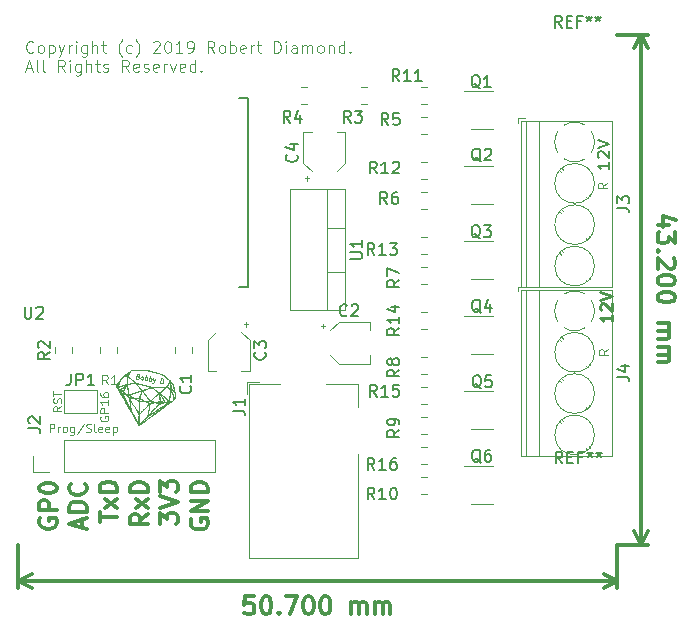
<source format=gbr>
G04 #@! TF.GenerationSoftware,KiCad,Pcbnew,5.1.4-e60b266~84~ubuntu19.04.1*
G04 #@! TF.CreationDate,2019-10-12T14:22:31-07:00*
G04 #@! TF.ProjectId,esp_lights,6573705f-6c69-4676-9874-732e6b696361,rev?*
G04 #@! TF.SameCoordinates,Original*
G04 #@! TF.FileFunction,Legend,Top*
G04 #@! TF.FilePolarity,Positive*
%FSLAX46Y46*%
G04 Gerber Fmt 4.6, Leading zero omitted, Abs format (unit mm)*
G04 Created by KiCad (PCBNEW 5.1.4-e60b266~84~ubuntu19.04.1) date 2019-10-12 14:22:31*
%MOMM*%
%LPD*%
G04 APERTURE LIST*
%ADD10C,0.100000*%
%ADD11C,0.050000*%
%ADD12C,0.300000*%
%ADD13C,0.200000*%
%ADD14C,0.250000*%
%ADD15C,0.010000*%
%ADD16C,0.120000*%
%ADD17C,0.152400*%
%ADD18C,0.150000*%
G04 APERTURE END LIST*
D10*
X149160000Y-93253333D02*
X149126666Y-93320000D01*
X149126666Y-93420000D01*
X149160000Y-93520000D01*
X149226666Y-93586666D01*
X149293333Y-93620000D01*
X149426666Y-93653333D01*
X149526666Y-93653333D01*
X149660000Y-93620000D01*
X149726666Y-93586666D01*
X149793333Y-93520000D01*
X149826666Y-93420000D01*
X149826666Y-93353333D01*
X149793333Y-93253333D01*
X149760000Y-93220000D01*
X149526666Y-93220000D01*
X149526666Y-93353333D01*
X149826666Y-92920000D02*
X149126666Y-92920000D01*
X149126666Y-92653333D01*
X149160000Y-92586666D01*
X149193333Y-92553333D01*
X149260000Y-92520000D01*
X149360000Y-92520000D01*
X149426666Y-92553333D01*
X149460000Y-92586666D01*
X149493333Y-92653333D01*
X149493333Y-92920000D01*
X149826666Y-91853333D02*
X149826666Y-92253333D01*
X149826666Y-92053333D02*
X149126666Y-92053333D01*
X149226666Y-92120000D01*
X149293333Y-92186666D01*
X149326666Y-92253333D01*
X149126666Y-91253333D02*
X149126666Y-91386666D01*
X149160000Y-91453333D01*
X149193333Y-91486666D01*
X149293333Y-91553333D01*
X149426666Y-91586666D01*
X149693333Y-91586666D01*
X149760000Y-91553333D01*
X149793333Y-91520000D01*
X149826666Y-91453333D01*
X149826666Y-91320000D01*
X149793333Y-91253333D01*
X149760000Y-91220000D01*
X149693333Y-91186666D01*
X149526666Y-91186666D01*
X149460000Y-91220000D01*
X149426666Y-91253333D01*
X149393333Y-91320000D01*
X149393333Y-91453333D01*
X149426666Y-91520000D01*
X149460000Y-91553333D01*
X149526666Y-91586666D01*
X145846666Y-92373333D02*
X145513333Y-92606666D01*
X145846666Y-92773333D02*
X145146666Y-92773333D01*
X145146666Y-92506666D01*
X145180000Y-92440000D01*
X145213333Y-92406666D01*
X145280000Y-92373333D01*
X145380000Y-92373333D01*
X145446666Y-92406666D01*
X145480000Y-92440000D01*
X145513333Y-92506666D01*
X145513333Y-92773333D01*
X145813333Y-92106666D02*
X145846666Y-92006666D01*
X145846666Y-91840000D01*
X145813333Y-91773333D01*
X145780000Y-91740000D01*
X145713333Y-91706666D01*
X145646666Y-91706666D01*
X145580000Y-91740000D01*
X145546666Y-91773333D01*
X145513333Y-91840000D01*
X145480000Y-91973333D01*
X145446666Y-92040000D01*
X145413333Y-92073333D01*
X145346666Y-92106666D01*
X145280000Y-92106666D01*
X145213333Y-92073333D01*
X145180000Y-92040000D01*
X145146666Y-91973333D01*
X145146666Y-91806666D01*
X145180000Y-91706666D01*
X145146666Y-91506666D02*
X145146666Y-91106666D01*
X145846666Y-91306666D02*
X145146666Y-91306666D01*
X144846666Y-94566666D02*
X144846666Y-93866666D01*
X145113333Y-93866666D01*
X145180000Y-93900000D01*
X145213333Y-93933333D01*
X145246666Y-94000000D01*
X145246666Y-94100000D01*
X145213333Y-94166666D01*
X145180000Y-94200000D01*
X145113333Y-94233333D01*
X144846666Y-94233333D01*
X145546666Y-94566666D02*
X145546666Y-94100000D01*
X145546666Y-94233333D02*
X145580000Y-94166666D01*
X145613333Y-94133333D01*
X145680000Y-94100000D01*
X145746666Y-94100000D01*
X146080000Y-94566666D02*
X146013333Y-94533333D01*
X145980000Y-94500000D01*
X145946666Y-94433333D01*
X145946666Y-94233333D01*
X145980000Y-94166666D01*
X146013333Y-94133333D01*
X146080000Y-94100000D01*
X146180000Y-94100000D01*
X146246666Y-94133333D01*
X146280000Y-94166666D01*
X146313333Y-94233333D01*
X146313333Y-94433333D01*
X146280000Y-94500000D01*
X146246666Y-94533333D01*
X146180000Y-94566666D01*
X146080000Y-94566666D01*
X146913333Y-94100000D02*
X146913333Y-94666666D01*
X146880000Y-94733333D01*
X146846666Y-94766666D01*
X146780000Y-94800000D01*
X146680000Y-94800000D01*
X146613333Y-94766666D01*
X146913333Y-94533333D02*
X146846666Y-94566666D01*
X146713333Y-94566666D01*
X146646666Y-94533333D01*
X146613333Y-94500000D01*
X146580000Y-94433333D01*
X146580000Y-94233333D01*
X146613333Y-94166666D01*
X146646666Y-94133333D01*
X146713333Y-94100000D01*
X146846666Y-94100000D01*
X146913333Y-94133333D01*
X147746666Y-93833333D02*
X147146666Y-94733333D01*
X147946666Y-94533333D02*
X148046666Y-94566666D01*
X148213333Y-94566666D01*
X148280000Y-94533333D01*
X148313333Y-94500000D01*
X148346666Y-94433333D01*
X148346666Y-94366666D01*
X148313333Y-94300000D01*
X148280000Y-94266666D01*
X148213333Y-94233333D01*
X148080000Y-94200000D01*
X148013333Y-94166666D01*
X147980000Y-94133333D01*
X147946666Y-94066666D01*
X147946666Y-94000000D01*
X147980000Y-93933333D01*
X148013333Y-93900000D01*
X148080000Y-93866666D01*
X148246666Y-93866666D01*
X148346666Y-93900000D01*
X148746666Y-94566666D02*
X148680000Y-94533333D01*
X148646666Y-94466666D01*
X148646666Y-93866666D01*
X149280000Y-94533333D02*
X149213333Y-94566666D01*
X149080000Y-94566666D01*
X149013333Y-94533333D01*
X148980000Y-94466666D01*
X148980000Y-94200000D01*
X149013333Y-94133333D01*
X149080000Y-94100000D01*
X149213333Y-94100000D01*
X149280000Y-94133333D01*
X149313333Y-94200000D01*
X149313333Y-94266666D01*
X148980000Y-94333333D01*
X149880000Y-94533333D02*
X149813333Y-94566666D01*
X149680000Y-94566666D01*
X149613333Y-94533333D01*
X149580000Y-94466666D01*
X149580000Y-94200000D01*
X149613333Y-94133333D01*
X149680000Y-94100000D01*
X149813333Y-94100000D01*
X149880000Y-94133333D01*
X149913333Y-94200000D01*
X149913333Y-94266666D01*
X149580000Y-94333333D01*
X150213333Y-94100000D02*
X150213333Y-94800000D01*
X150213333Y-94133333D02*
X150280000Y-94100000D01*
X150413333Y-94100000D01*
X150480000Y-94133333D01*
X150513333Y-94166666D01*
X150546666Y-94233333D01*
X150546666Y-94433333D01*
X150513333Y-94500000D01*
X150480000Y-94533333D01*
X150413333Y-94566666D01*
X150280000Y-94566666D01*
X150213333Y-94533333D01*
D11*
X152321395Y-89844906D02*
X152374362Y-89873587D01*
X152389813Y-89895653D01*
X152401956Y-89936477D01*
X152392033Y-89992752D01*
X152366660Y-90026961D01*
X152344594Y-90042412D01*
X152303770Y-90054555D01*
X152153704Y-90028094D01*
X152223163Y-89634171D01*
X152354471Y-89657324D01*
X152388680Y-89682697D01*
X152404130Y-89704763D01*
X152416273Y-89745587D01*
X152409658Y-89783104D01*
X152384285Y-89817313D01*
X152362219Y-89832763D01*
X152321395Y-89844906D01*
X152190087Y-89821753D01*
X152603902Y-90107476D02*
X152569693Y-90082103D01*
X152554242Y-90060037D01*
X152542099Y-90019213D01*
X152561944Y-89906663D01*
X152587318Y-89872454D01*
X152609384Y-89857004D01*
X152650208Y-89844861D01*
X152706482Y-89854783D01*
X152740691Y-89880157D01*
X152756142Y-89902223D01*
X152768285Y-89943047D01*
X152748440Y-90055596D01*
X152723066Y-90089805D01*
X152701000Y-90105256D01*
X152660176Y-90117399D01*
X152603902Y-90107476D01*
X152904033Y-90160397D02*
X152973493Y-89766474D01*
X152947032Y-89916540D02*
X152987856Y-89904397D01*
X153062889Y-89917627D01*
X153097098Y-89943001D01*
X153112549Y-89965067D01*
X153124692Y-90005891D01*
X153104846Y-90118440D01*
X153079473Y-90152649D01*
X153057407Y-90168100D01*
X153016583Y-90180243D01*
X152941550Y-90167012D01*
X152907341Y-90141639D01*
X153260440Y-90223241D02*
X153329899Y-89829318D01*
X153303439Y-89979384D02*
X153344263Y-89967241D01*
X153419296Y-89980472D01*
X153453505Y-90005845D01*
X153468955Y-90027911D01*
X153481098Y-90068735D01*
X153461253Y-90181284D01*
X153435879Y-90215493D01*
X153413814Y-90230944D01*
X153372990Y-90243087D01*
X153297957Y-90229857D01*
X153263748Y-90204483D01*
X153625636Y-90016855D02*
X153673121Y-90296008D01*
X153813219Y-90049931D02*
X153673121Y-90296008D01*
X153619067Y-90383184D01*
X153597001Y-90398635D01*
X153556177Y-90410778D01*
X154217110Y-90391928D02*
X154286570Y-89998005D01*
X154380361Y-90014543D01*
X154433328Y-90043224D01*
X154464229Y-90087356D01*
X154476372Y-90128180D01*
X154481900Y-90206520D01*
X154471978Y-90262795D01*
X154439989Y-90334520D01*
X154414616Y-90368729D01*
X154370484Y-90399631D01*
X154310902Y-90408466D01*
X154217110Y-90391928D01*
D12*
X197321428Y-77000000D02*
X196321428Y-77000000D01*
X197892857Y-76642857D02*
X196821428Y-76285714D01*
X196821428Y-77214285D01*
X197821428Y-77642857D02*
X197821428Y-78571428D01*
X197250000Y-78071428D01*
X197250000Y-78285714D01*
X197178571Y-78428571D01*
X197107142Y-78500000D01*
X196964285Y-78571428D01*
X196607142Y-78571428D01*
X196464285Y-78500000D01*
X196392857Y-78428571D01*
X196321428Y-78285714D01*
X196321428Y-77857142D01*
X196392857Y-77714285D01*
X196464285Y-77642857D01*
X196464285Y-79214285D02*
X196392857Y-79285714D01*
X196321428Y-79214285D01*
X196392857Y-79142857D01*
X196464285Y-79214285D01*
X196321428Y-79214285D01*
X197678571Y-79857142D02*
X197750000Y-79928571D01*
X197821428Y-80071428D01*
X197821428Y-80428571D01*
X197750000Y-80571428D01*
X197678571Y-80642857D01*
X197535714Y-80714285D01*
X197392857Y-80714285D01*
X197178571Y-80642857D01*
X196321428Y-79785714D01*
X196321428Y-80714285D01*
X197821428Y-81642857D02*
X197821428Y-81785714D01*
X197750000Y-81928571D01*
X197678571Y-82000000D01*
X197535714Y-82071428D01*
X197250000Y-82142857D01*
X196892857Y-82142857D01*
X196607142Y-82071428D01*
X196464285Y-82000000D01*
X196392857Y-81928571D01*
X196321428Y-81785714D01*
X196321428Y-81642857D01*
X196392857Y-81500000D01*
X196464285Y-81428571D01*
X196607142Y-81357142D01*
X196892857Y-81285714D01*
X197250000Y-81285714D01*
X197535714Y-81357142D01*
X197678571Y-81428571D01*
X197750000Y-81500000D01*
X197821428Y-81642857D01*
X197821428Y-83071428D02*
X197821428Y-83214285D01*
X197750000Y-83357142D01*
X197678571Y-83428571D01*
X197535714Y-83500000D01*
X197250000Y-83571428D01*
X196892857Y-83571428D01*
X196607142Y-83500000D01*
X196464285Y-83428571D01*
X196392857Y-83357142D01*
X196321428Y-83214285D01*
X196321428Y-83071428D01*
X196392857Y-82928571D01*
X196464285Y-82857142D01*
X196607142Y-82785714D01*
X196892857Y-82714285D01*
X197250000Y-82714285D01*
X197535714Y-82785714D01*
X197678571Y-82857142D01*
X197750000Y-82928571D01*
X197821428Y-83071428D01*
X196321428Y-85357142D02*
X197321428Y-85357142D01*
X197178571Y-85357142D02*
X197250000Y-85428571D01*
X197321428Y-85571428D01*
X197321428Y-85785714D01*
X197250000Y-85928571D01*
X197107142Y-86000000D01*
X196321428Y-86000000D01*
X197107142Y-86000000D02*
X197250000Y-86071428D01*
X197321428Y-86214285D01*
X197321428Y-86428571D01*
X197250000Y-86571428D01*
X197107142Y-86642857D01*
X196321428Y-86642857D01*
X196321428Y-87357142D02*
X197321428Y-87357142D01*
X197178571Y-87357142D02*
X197250000Y-87428571D01*
X197321428Y-87571428D01*
X197321428Y-87785714D01*
X197250000Y-87928571D01*
X197107142Y-88000000D01*
X196321428Y-88000000D01*
X197107142Y-88000000D02*
X197250000Y-88071428D01*
X197321428Y-88214285D01*
X197321428Y-88428571D01*
X197250000Y-88571428D01*
X197107142Y-88642857D01*
X196321428Y-88642857D01*
X194900000Y-60900000D02*
X194900000Y-104100000D01*
X192900000Y-60900000D02*
X195486421Y-60900000D01*
X192900000Y-104100000D02*
X195486421Y-104100000D01*
X194900000Y-104100000D02*
X194313579Y-102973496D01*
X194900000Y-104100000D02*
X195486421Y-102973496D01*
X194900000Y-60900000D02*
X194313579Y-62026504D01*
X194900000Y-60900000D02*
X195486421Y-62026504D01*
X162121428Y-108478571D02*
X161407142Y-108478571D01*
X161335714Y-109192857D01*
X161407142Y-109121428D01*
X161550000Y-109050000D01*
X161907142Y-109050000D01*
X162050000Y-109121428D01*
X162121428Y-109192857D01*
X162192857Y-109335714D01*
X162192857Y-109692857D01*
X162121428Y-109835714D01*
X162050000Y-109907142D01*
X161907142Y-109978571D01*
X161550000Y-109978571D01*
X161407142Y-109907142D01*
X161335714Y-109835714D01*
X163121428Y-108478571D02*
X163264285Y-108478571D01*
X163407142Y-108550000D01*
X163478571Y-108621428D01*
X163550000Y-108764285D01*
X163621428Y-109050000D01*
X163621428Y-109407142D01*
X163550000Y-109692857D01*
X163478571Y-109835714D01*
X163407142Y-109907142D01*
X163264285Y-109978571D01*
X163121428Y-109978571D01*
X162978571Y-109907142D01*
X162907142Y-109835714D01*
X162835714Y-109692857D01*
X162764285Y-109407142D01*
X162764285Y-109050000D01*
X162835714Y-108764285D01*
X162907142Y-108621428D01*
X162978571Y-108550000D01*
X163121428Y-108478571D01*
X164264285Y-109835714D02*
X164335714Y-109907142D01*
X164264285Y-109978571D01*
X164192857Y-109907142D01*
X164264285Y-109835714D01*
X164264285Y-109978571D01*
X164835714Y-108478571D02*
X165835714Y-108478571D01*
X165192857Y-109978571D01*
X166692857Y-108478571D02*
X166835714Y-108478571D01*
X166978571Y-108550000D01*
X167050000Y-108621428D01*
X167121428Y-108764285D01*
X167192857Y-109050000D01*
X167192857Y-109407142D01*
X167121428Y-109692857D01*
X167050000Y-109835714D01*
X166978571Y-109907142D01*
X166835714Y-109978571D01*
X166692857Y-109978571D01*
X166550000Y-109907142D01*
X166478571Y-109835714D01*
X166407142Y-109692857D01*
X166335714Y-109407142D01*
X166335714Y-109050000D01*
X166407142Y-108764285D01*
X166478571Y-108621428D01*
X166550000Y-108550000D01*
X166692857Y-108478571D01*
X168121428Y-108478571D02*
X168264285Y-108478571D01*
X168407142Y-108550000D01*
X168478571Y-108621428D01*
X168550000Y-108764285D01*
X168621428Y-109050000D01*
X168621428Y-109407142D01*
X168550000Y-109692857D01*
X168478571Y-109835714D01*
X168407142Y-109907142D01*
X168264285Y-109978571D01*
X168121428Y-109978571D01*
X167978571Y-109907142D01*
X167907142Y-109835714D01*
X167835714Y-109692857D01*
X167764285Y-109407142D01*
X167764285Y-109050000D01*
X167835714Y-108764285D01*
X167907142Y-108621428D01*
X167978571Y-108550000D01*
X168121428Y-108478571D01*
X170407142Y-109978571D02*
X170407142Y-108978571D01*
X170407142Y-109121428D02*
X170478571Y-109050000D01*
X170621428Y-108978571D01*
X170835714Y-108978571D01*
X170978571Y-109050000D01*
X171050000Y-109192857D01*
X171050000Y-109978571D01*
X171050000Y-109192857D02*
X171121428Y-109050000D01*
X171264285Y-108978571D01*
X171478571Y-108978571D01*
X171621428Y-109050000D01*
X171692857Y-109192857D01*
X171692857Y-109978571D01*
X172407142Y-109978571D02*
X172407142Y-108978571D01*
X172407142Y-109121428D02*
X172478571Y-109050000D01*
X172621428Y-108978571D01*
X172835714Y-108978571D01*
X172978571Y-109050000D01*
X173050000Y-109192857D01*
X173050000Y-109978571D01*
X173050000Y-109192857D02*
X173121428Y-109050000D01*
X173264285Y-108978571D01*
X173478571Y-108978571D01*
X173621428Y-109050000D01*
X173692857Y-109192857D01*
X173692857Y-109978571D01*
X142200000Y-107200000D02*
X192900000Y-107200000D01*
X142200000Y-104100000D02*
X142200000Y-107786421D01*
X192900000Y-104100000D02*
X192900000Y-107786421D01*
X192900000Y-107200000D02*
X191773496Y-107786421D01*
X192900000Y-107200000D02*
X191773496Y-106613579D01*
X142200000Y-107200000D02*
X143326504Y-107786421D01*
X142200000Y-107200000D02*
X143326504Y-106613579D01*
D10*
X192161904Y-87552380D02*
X191780952Y-87819047D01*
X192161904Y-88009523D02*
X191361904Y-88009523D01*
X191361904Y-87704761D01*
X191400000Y-87628571D01*
X191438095Y-87590476D01*
X191514285Y-87552380D01*
X191628571Y-87552380D01*
X191704761Y-87590476D01*
X191742857Y-87628571D01*
X191780952Y-87704761D01*
X191780952Y-88009523D01*
X192061904Y-73452380D02*
X191680952Y-73719047D01*
X192061904Y-73909523D02*
X191261904Y-73909523D01*
X191261904Y-73604761D01*
X191300000Y-73528571D01*
X191338095Y-73490476D01*
X191414285Y-73452380D01*
X191528571Y-73452380D01*
X191604761Y-73490476D01*
X191642857Y-73528571D01*
X191680952Y-73604761D01*
X191680952Y-73909523D01*
X143474523Y-62357142D02*
X143426904Y-62404761D01*
X143284047Y-62452380D01*
X143188809Y-62452380D01*
X143045952Y-62404761D01*
X142950714Y-62309523D01*
X142903095Y-62214285D01*
X142855476Y-62023809D01*
X142855476Y-61880952D01*
X142903095Y-61690476D01*
X142950714Y-61595238D01*
X143045952Y-61500000D01*
X143188809Y-61452380D01*
X143284047Y-61452380D01*
X143426904Y-61500000D01*
X143474523Y-61547619D01*
X144045952Y-62452380D02*
X143950714Y-62404761D01*
X143903095Y-62357142D01*
X143855476Y-62261904D01*
X143855476Y-61976190D01*
X143903095Y-61880952D01*
X143950714Y-61833333D01*
X144045952Y-61785714D01*
X144188809Y-61785714D01*
X144284047Y-61833333D01*
X144331666Y-61880952D01*
X144379285Y-61976190D01*
X144379285Y-62261904D01*
X144331666Y-62357142D01*
X144284047Y-62404761D01*
X144188809Y-62452380D01*
X144045952Y-62452380D01*
X144807857Y-61785714D02*
X144807857Y-62785714D01*
X144807857Y-61833333D02*
X144903095Y-61785714D01*
X145093571Y-61785714D01*
X145188809Y-61833333D01*
X145236428Y-61880952D01*
X145284047Y-61976190D01*
X145284047Y-62261904D01*
X145236428Y-62357142D01*
X145188809Y-62404761D01*
X145093571Y-62452380D01*
X144903095Y-62452380D01*
X144807857Y-62404761D01*
X145617380Y-61785714D02*
X145855476Y-62452380D01*
X146093571Y-61785714D02*
X145855476Y-62452380D01*
X145760238Y-62690476D01*
X145712619Y-62738095D01*
X145617380Y-62785714D01*
X146474523Y-62452380D02*
X146474523Y-61785714D01*
X146474523Y-61976190D02*
X146522142Y-61880952D01*
X146569761Y-61833333D01*
X146665000Y-61785714D01*
X146760238Y-61785714D01*
X147093571Y-62452380D02*
X147093571Y-61785714D01*
X147093571Y-61452380D02*
X147045952Y-61500000D01*
X147093571Y-61547619D01*
X147141190Y-61500000D01*
X147093571Y-61452380D01*
X147093571Y-61547619D01*
X147998333Y-61785714D02*
X147998333Y-62595238D01*
X147950714Y-62690476D01*
X147903095Y-62738095D01*
X147807857Y-62785714D01*
X147665000Y-62785714D01*
X147569761Y-62738095D01*
X147998333Y-62404761D02*
X147903095Y-62452380D01*
X147712619Y-62452380D01*
X147617380Y-62404761D01*
X147569761Y-62357142D01*
X147522142Y-62261904D01*
X147522142Y-61976190D01*
X147569761Y-61880952D01*
X147617380Y-61833333D01*
X147712619Y-61785714D01*
X147903095Y-61785714D01*
X147998333Y-61833333D01*
X148474523Y-62452380D02*
X148474523Y-61452380D01*
X148903095Y-62452380D02*
X148903095Y-61928571D01*
X148855476Y-61833333D01*
X148760238Y-61785714D01*
X148617380Y-61785714D01*
X148522142Y-61833333D01*
X148474523Y-61880952D01*
X149236428Y-61785714D02*
X149617380Y-61785714D01*
X149379285Y-61452380D02*
X149379285Y-62309523D01*
X149426904Y-62404761D01*
X149522142Y-62452380D01*
X149617380Y-62452380D01*
X150998333Y-62833333D02*
X150950714Y-62785714D01*
X150855476Y-62642857D01*
X150807857Y-62547619D01*
X150760238Y-62404761D01*
X150712619Y-62166666D01*
X150712619Y-61976190D01*
X150760238Y-61738095D01*
X150807857Y-61595238D01*
X150855476Y-61500000D01*
X150950714Y-61357142D01*
X150998333Y-61309523D01*
X151807857Y-62404761D02*
X151712619Y-62452380D01*
X151522142Y-62452380D01*
X151426904Y-62404761D01*
X151379285Y-62357142D01*
X151331666Y-62261904D01*
X151331666Y-61976190D01*
X151379285Y-61880952D01*
X151426904Y-61833333D01*
X151522142Y-61785714D01*
X151712619Y-61785714D01*
X151807857Y-61833333D01*
X152141190Y-62833333D02*
X152188809Y-62785714D01*
X152284047Y-62642857D01*
X152331666Y-62547619D01*
X152379285Y-62404761D01*
X152426904Y-62166666D01*
X152426904Y-61976190D01*
X152379285Y-61738095D01*
X152331666Y-61595238D01*
X152284047Y-61500000D01*
X152188809Y-61357142D01*
X152141190Y-61309523D01*
X153617380Y-61547619D02*
X153665000Y-61500000D01*
X153760238Y-61452380D01*
X153998333Y-61452380D01*
X154093571Y-61500000D01*
X154141190Y-61547619D01*
X154188809Y-61642857D01*
X154188809Y-61738095D01*
X154141190Y-61880952D01*
X153569761Y-62452380D01*
X154188809Y-62452380D01*
X154807857Y-61452380D02*
X154903095Y-61452380D01*
X154998333Y-61500000D01*
X155045952Y-61547619D01*
X155093571Y-61642857D01*
X155141190Y-61833333D01*
X155141190Y-62071428D01*
X155093571Y-62261904D01*
X155045952Y-62357142D01*
X154998333Y-62404761D01*
X154903095Y-62452380D01*
X154807857Y-62452380D01*
X154712619Y-62404761D01*
X154665000Y-62357142D01*
X154617380Y-62261904D01*
X154569761Y-62071428D01*
X154569761Y-61833333D01*
X154617380Y-61642857D01*
X154665000Y-61547619D01*
X154712619Y-61500000D01*
X154807857Y-61452380D01*
X156093571Y-62452380D02*
X155522142Y-62452380D01*
X155807857Y-62452380D02*
X155807857Y-61452380D01*
X155712619Y-61595238D01*
X155617380Y-61690476D01*
X155522142Y-61738095D01*
X156569761Y-62452380D02*
X156760238Y-62452380D01*
X156855476Y-62404761D01*
X156903095Y-62357142D01*
X156998333Y-62214285D01*
X157045952Y-62023809D01*
X157045952Y-61642857D01*
X156998333Y-61547619D01*
X156950714Y-61500000D01*
X156855476Y-61452380D01*
X156665000Y-61452380D01*
X156569761Y-61500000D01*
X156522142Y-61547619D01*
X156474523Y-61642857D01*
X156474523Y-61880952D01*
X156522142Y-61976190D01*
X156569761Y-62023809D01*
X156665000Y-62071428D01*
X156855476Y-62071428D01*
X156950714Y-62023809D01*
X156998333Y-61976190D01*
X157045952Y-61880952D01*
X158807857Y-62452380D02*
X158474523Y-61976190D01*
X158236428Y-62452380D02*
X158236428Y-61452380D01*
X158617380Y-61452380D01*
X158712619Y-61500000D01*
X158760238Y-61547619D01*
X158807857Y-61642857D01*
X158807857Y-61785714D01*
X158760238Y-61880952D01*
X158712619Y-61928571D01*
X158617380Y-61976190D01*
X158236428Y-61976190D01*
X159379285Y-62452380D02*
X159284047Y-62404761D01*
X159236428Y-62357142D01*
X159188809Y-62261904D01*
X159188809Y-61976190D01*
X159236428Y-61880952D01*
X159284047Y-61833333D01*
X159379285Y-61785714D01*
X159522142Y-61785714D01*
X159617380Y-61833333D01*
X159665000Y-61880952D01*
X159712619Y-61976190D01*
X159712619Y-62261904D01*
X159665000Y-62357142D01*
X159617380Y-62404761D01*
X159522142Y-62452380D01*
X159379285Y-62452380D01*
X160141190Y-62452380D02*
X160141190Y-61452380D01*
X160141190Y-61833333D02*
X160236428Y-61785714D01*
X160426904Y-61785714D01*
X160522142Y-61833333D01*
X160569761Y-61880952D01*
X160617380Y-61976190D01*
X160617380Y-62261904D01*
X160569761Y-62357142D01*
X160522142Y-62404761D01*
X160426904Y-62452380D01*
X160236428Y-62452380D01*
X160141190Y-62404761D01*
X161426904Y-62404761D02*
X161331666Y-62452380D01*
X161141190Y-62452380D01*
X161045952Y-62404761D01*
X160998333Y-62309523D01*
X160998333Y-61928571D01*
X161045952Y-61833333D01*
X161141190Y-61785714D01*
X161331666Y-61785714D01*
X161426904Y-61833333D01*
X161474523Y-61928571D01*
X161474523Y-62023809D01*
X160998333Y-62119047D01*
X161903095Y-62452380D02*
X161903095Y-61785714D01*
X161903095Y-61976190D02*
X161950714Y-61880952D01*
X161998333Y-61833333D01*
X162093571Y-61785714D01*
X162188809Y-61785714D01*
X162379285Y-61785714D02*
X162760238Y-61785714D01*
X162522142Y-61452380D02*
X162522142Y-62309523D01*
X162569761Y-62404761D01*
X162665000Y-62452380D01*
X162760238Y-62452380D01*
X163855476Y-62452380D02*
X163855476Y-61452380D01*
X164093571Y-61452380D01*
X164236428Y-61500000D01*
X164331666Y-61595238D01*
X164379285Y-61690476D01*
X164426904Y-61880952D01*
X164426904Y-62023809D01*
X164379285Y-62214285D01*
X164331666Y-62309523D01*
X164236428Y-62404761D01*
X164093571Y-62452380D01*
X163855476Y-62452380D01*
X164855476Y-62452380D02*
X164855476Y-61785714D01*
X164855476Y-61452380D02*
X164807857Y-61500000D01*
X164855476Y-61547619D01*
X164903095Y-61500000D01*
X164855476Y-61452380D01*
X164855476Y-61547619D01*
X165760238Y-62452380D02*
X165760238Y-61928571D01*
X165712619Y-61833333D01*
X165617380Y-61785714D01*
X165426904Y-61785714D01*
X165331666Y-61833333D01*
X165760238Y-62404761D02*
X165665000Y-62452380D01*
X165426904Y-62452380D01*
X165331666Y-62404761D01*
X165284047Y-62309523D01*
X165284047Y-62214285D01*
X165331666Y-62119047D01*
X165426904Y-62071428D01*
X165665000Y-62071428D01*
X165760238Y-62023809D01*
X166236428Y-62452380D02*
X166236428Y-61785714D01*
X166236428Y-61880952D02*
X166284047Y-61833333D01*
X166379285Y-61785714D01*
X166522142Y-61785714D01*
X166617380Y-61833333D01*
X166665000Y-61928571D01*
X166665000Y-62452380D01*
X166665000Y-61928571D02*
X166712619Y-61833333D01*
X166807857Y-61785714D01*
X166950714Y-61785714D01*
X167045952Y-61833333D01*
X167093571Y-61928571D01*
X167093571Y-62452380D01*
X167712619Y-62452380D02*
X167617380Y-62404761D01*
X167569761Y-62357142D01*
X167522142Y-62261904D01*
X167522142Y-61976190D01*
X167569761Y-61880952D01*
X167617380Y-61833333D01*
X167712619Y-61785714D01*
X167855476Y-61785714D01*
X167950714Y-61833333D01*
X167998333Y-61880952D01*
X168045952Y-61976190D01*
X168045952Y-62261904D01*
X167998333Y-62357142D01*
X167950714Y-62404761D01*
X167855476Y-62452380D01*
X167712619Y-62452380D01*
X168474523Y-61785714D02*
X168474523Y-62452380D01*
X168474523Y-61880952D02*
X168522142Y-61833333D01*
X168617380Y-61785714D01*
X168760238Y-61785714D01*
X168855476Y-61833333D01*
X168903095Y-61928571D01*
X168903095Y-62452380D01*
X169807857Y-62452380D02*
X169807857Y-61452380D01*
X169807857Y-62404761D02*
X169712619Y-62452380D01*
X169522142Y-62452380D01*
X169426904Y-62404761D01*
X169379285Y-62357142D01*
X169331666Y-62261904D01*
X169331666Y-61976190D01*
X169379285Y-61880952D01*
X169426904Y-61833333D01*
X169522142Y-61785714D01*
X169712619Y-61785714D01*
X169807857Y-61833333D01*
X170284047Y-62357142D02*
X170331666Y-62404761D01*
X170284047Y-62452380D01*
X170236428Y-62404761D01*
X170284047Y-62357142D01*
X170284047Y-62452380D01*
X142855476Y-63766666D02*
X143331666Y-63766666D01*
X142760238Y-64052380D02*
X143093571Y-63052380D01*
X143426904Y-64052380D01*
X143903095Y-64052380D02*
X143807857Y-64004761D01*
X143760238Y-63909523D01*
X143760238Y-63052380D01*
X144426904Y-64052380D02*
X144331666Y-64004761D01*
X144284047Y-63909523D01*
X144284047Y-63052380D01*
X146141190Y-64052380D02*
X145807857Y-63576190D01*
X145569761Y-64052380D02*
X145569761Y-63052380D01*
X145950714Y-63052380D01*
X146045952Y-63100000D01*
X146093571Y-63147619D01*
X146141190Y-63242857D01*
X146141190Y-63385714D01*
X146093571Y-63480952D01*
X146045952Y-63528571D01*
X145950714Y-63576190D01*
X145569761Y-63576190D01*
X146569761Y-64052380D02*
X146569761Y-63385714D01*
X146569761Y-63052380D02*
X146522142Y-63100000D01*
X146569761Y-63147619D01*
X146617380Y-63100000D01*
X146569761Y-63052380D01*
X146569761Y-63147619D01*
X147474523Y-63385714D02*
X147474523Y-64195238D01*
X147426904Y-64290476D01*
X147379285Y-64338095D01*
X147284047Y-64385714D01*
X147141190Y-64385714D01*
X147045952Y-64338095D01*
X147474523Y-64004761D02*
X147379285Y-64052380D01*
X147188809Y-64052380D01*
X147093571Y-64004761D01*
X147045952Y-63957142D01*
X146998333Y-63861904D01*
X146998333Y-63576190D01*
X147045952Y-63480952D01*
X147093571Y-63433333D01*
X147188809Y-63385714D01*
X147379285Y-63385714D01*
X147474523Y-63433333D01*
X147950714Y-64052380D02*
X147950714Y-63052380D01*
X148379285Y-64052380D02*
X148379285Y-63528571D01*
X148331666Y-63433333D01*
X148236428Y-63385714D01*
X148093571Y-63385714D01*
X147998333Y-63433333D01*
X147950714Y-63480952D01*
X148712619Y-63385714D02*
X149093571Y-63385714D01*
X148855476Y-63052380D02*
X148855476Y-63909523D01*
X148903095Y-64004761D01*
X148998333Y-64052380D01*
X149093571Y-64052380D01*
X149379285Y-64004761D02*
X149474523Y-64052380D01*
X149665000Y-64052380D01*
X149760238Y-64004761D01*
X149807857Y-63909523D01*
X149807857Y-63861904D01*
X149760238Y-63766666D01*
X149665000Y-63719047D01*
X149522142Y-63719047D01*
X149426904Y-63671428D01*
X149379285Y-63576190D01*
X149379285Y-63528571D01*
X149426904Y-63433333D01*
X149522142Y-63385714D01*
X149665000Y-63385714D01*
X149760238Y-63433333D01*
X151569761Y-64052380D02*
X151236428Y-63576190D01*
X150998333Y-64052380D02*
X150998333Y-63052380D01*
X151379285Y-63052380D01*
X151474523Y-63100000D01*
X151522142Y-63147619D01*
X151569761Y-63242857D01*
X151569761Y-63385714D01*
X151522142Y-63480952D01*
X151474523Y-63528571D01*
X151379285Y-63576190D01*
X150998333Y-63576190D01*
X152379285Y-64004761D02*
X152284047Y-64052380D01*
X152093571Y-64052380D01*
X151998333Y-64004761D01*
X151950714Y-63909523D01*
X151950714Y-63528571D01*
X151998333Y-63433333D01*
X152093571Y-63385714D01*
X152284047Y-63385714D01*
X152379285Y-63433333D01*
X152426904Y-63528571D01*
X152426904Y-63623809D01*
X151950714Y-63719047D01*
X152807857Y-64004761D02*
X152903095Y-64052380D01*
X153093571Y-64052380D01*
X153188809Y-64004761D01*
X153236428Y-63909523D01*
X153236428Y-63861904D01*
X153188809Y-63766666D01*
X153093571Y-63719047D01*
X152950714Y-63719047D01*
X152855476Y-63671428D01*
X152807857Y-63576190D01*
X152807857Y-63528571D01*
X152855476Y-63433333D01*
X152950714Y-63385714D01*
X153093571Y-63385714D01*
X153188809Y-63433333D01*
X154045952Y-64004761D02*
X153950714Y-64052380D01*
X153760238Y-64052380D01*
X153665000Y-64004761D01*
X153617380Y-63909523D01*
X153617380Y-63528571D01*
X153665000Y-63433333D01*
X153760238Y-63385714D01*
X153950714Y-63385714D01*
X154045952Y-63433333D01*
X154093571Y-63528571D01*
X154093571Y-63623809D01*
X153617380Y-63719047D01*
X154522142Y-64052380D02*
X154522142Y-63385714D01*
X154522142Y-63576190D02*
X154569761Y-63480952D01*
X154617380Y-63433333D01*
X154712619Y-63385714D01*
X154807857Y-63385714D01*
X155045952Y-63385714D02*
X155284047Y-64052380D01*
X155522142Y-63385714D01*
X156284047Y-64004761D02*
X156188809Y-64052380D01*
X155998333Y-64052380D01*
X155903095Y-64004761D01*
X155855476Y-63909523D01*
X155855476Y-63528571D01*
X155903095Y-63433333D01*
X155998333Y-63385714D01*
X156188809Y-63385714D01*
X156284047Y-63433333D01*
X156331666Y-63528571D01*
X156331666Y-63623809D01*
X155855476Y-63719047D01*
X157188809Y-64052380D02*
X157188809Y-63052380D01*
X157188809Y-64004761D02*
X157093571Y-64052380D01*
X156903095Y-64052380D01*
X156807857Y-64004761D01*
X156760238Y-63957142D01*
X156712619Y-63861904D01*
X156712619Y-63576190D01*
X156760238Y-63480952D01*
X156807857Y-63433333D01*
X156903095Y-63385714D01*
X157093571Y-63385714D01*
X157188809Y-63433333D01*
X157665000Y-63957142D02*
X157712619Y-64004761D01*
X157665000Y-64052380D01*
X157617380Y-64004761D01*
X157665000Y-63957142D01*
X157665000Y-64052380D01*
D12*
X144050000Y-101871428D02*
X143978571Y-102014285D01*
X143978571Y-102228571D01*
X144050000Y-102442857D01*
X144192857Y-102585714D01*
X144335714Y-102657142D01*
X144621428Y-102728571D01*
X144835714Y-102728571D01*
X145121428Y-102657142D01*
X145264285Y-102585714D01*
X145407142Y-102442857D01*
X145478571Y-102228571D01*
X145478571Y-102085714D01*
X145407142Y-101871428D01*
X145335714Y-101800000D01*
X144835714Y-101800000D01*
X144835714Y-102085714D01*
X145478571Y-101157142D02*
X143978571Y-101157142D01*
X143978571Y-100585714D01*
X144050000Y-100442857D01*
X144121428Y-100371428D01*
X144264285Y-100300000D01*
X144478571Y-100300000D01*
X144621428Y-100371428D01*
X144692857Y-100442857D01*
X144764285Y-100585714D01*
X144764285Y-101157142D01*
X143978571Y-99371428D02*
X143978571Y-99228571D01*
X144050000Y-99085714D01*
X144121428Y-99014285D01*
X144264285Y-98942857D01*
X144550000Y-98871428D01*
X144907142Y-98871428D01*
X145192857Y-98942857D01*
X145335714Y-99014285D01*
X145407142Y-99085714D01*
X145478571Y-99228571D01*
X145478571Y-99371428D01*
X145407142Y-99514285D01*
X145335714Y-99585714D01*
X145192857Y-99657142D01*
X144907142Y-99728571D01*
X144550000Y-99728571D01*
X144264285Y-99657142D01*
X144121428Y-99585714D01*
X144050000Y-99514285D01*
X143978571Y-99371428D01*
D13*
X192252380Y-71719047D02*
X192252380Y-72290476D01*
X192252380Y-72004761D02*
X191252380Y-72004761D01*
X191395238Y-72100000D01*
X191490476Y-72195238D01*
X191538095Y-72290476D01*
X191347619Y-71338095D02*
X191300000Y-71290476D01*
X191252380Y-71195238D01*
X191252380Y-70957142D01*
X191300000Y-70861904D01*
X191347619Y-70814285D01*
X191442857Y-70766666D01*
X191538095Y-70766666D01*
X191680952Y-70814285D01*
X192252380Y-71385714D01*
X192252380Y-70766666D01*
X191252380Y-70480952D02*
X192252380Y-70147619D01*
X191252380Y-69814285D01*
D14*
X192452380Y-84619047D02*
X192452380Y-85190476D01*
X192452380Y-84904761D02*
X191452380Y-84904761D01*
X191595238Y-85000000D01*
X191690476Y-85095238D01*
X191738095Y-85190476D01*
X191547619Y-84238095D02*
X191500000Y-84190476D01*
X191452380Y-84095238D01*
X191452380Y-83857142D01*
X191500000Y-83761904D01*
X191547619Y-83714285D01*
X191642857Y-83666666D01*
X191738095Y-83666666D01*
X191880952Y-83714285D01*
X192452380Y-84285714D01*
X192452380Y-83666666D01*
X191452380Y-83380952D02*
X192452380Y-83047619D01*
X191452380Y-82714285D01*
D12*
X156850000Y-101942857D02*
X156778571Y-102085714D01*
X156778571Y-102300000D01*
X156850000Y-102514285D01*
X156992857Y-102657142D01*
X157135714Y-102728571D01*
X157421428Y-102800000D01*
X157635714Y-102800000D01*
X157921428Y-102728571D01*
X158064285Y-102657142D01*
X158207142Y-102514285D01*
X158278571Y-102300000D01*
X158278571Y-102157142D01*
X158207142Y-101942857D01*
X158135714Y-101871428D01*
X157635714Y-101871428D01*
X157635714Y-102157142D01*
X158278571Y-101228571D02*
X156778571Y-101228571D01*
X158278571Y-100371428D01*
X156778571Y-100371428D01*
X158278571Y-99657142D02*
X156778571Y-99657142D01*
X156778571Y-99300000D01*
X156850000Y-99085714D01*
X156992857Y-98942857D01*
X157135714Y-98871428D01*
X157421428Y-98800000D01*
X157635714Y-98800000D01*
X157921428Y-98871428D01*
X158064285Y-98942857D01*
X158207142Y-99085714D01*
X158278571Y-99300000D01*
X158278571Y-99657142D01*
X154178571Y-102357142D02*
X154178571Y-101428571D01*
X154750000Y-101928571D01*
X154750000Y-101714285D01*
X154821428Y-101571428D01*
X154892857Y-101500000D01*
X155035714Y-101428571D01*
X155392857Y-101428571D01*
X155535714Y-101500000D01*
X155607142Y-101571428D01*
X155678571Y-101714285D01*
X155678571Y-102142857D01*
X155607142Y-102285714D01*
X155535714Y-102357142D01*
X154178571Y-101000000D02*
X155678571Y-100500000D01*
X154178571Y-100000000D01*
X154178571Y-99642857D02*
X154178571Y-98714285D01*
X154750000Y-99214285D01*
X154750000Y-99000000D01*
X154821428Y-98857142D01*
X154892857Y-98785714D01*
X155035714Y-98714285D01*
X155392857Y-98714285D01*
X155535714Y-98785714D01*
X155607142Y-98857142D01*
X155678571Y-99000000D01*
X155678571Y-99428571D01*
X155607142Y-99571428D01*
X155535714Y-99642857D01*
X149078571Y-102185714D02*
X149078571Y-101328571D01*
X150578571Y-101757142D02*
X149078571Y-101757142D01*
X150578571Y-100971428D02*
X149578571Y-100185714D01*
X149578571Y-100971428D02*
X150578571Y-100185714D01*
X150578571Y-99614285D02*
X149078571Y-99614285D01*
X149078571Y-99257142D01*
X149150000Y-99042857D01*
X149292857Y-98900000D01*
X149435714Y-98828571D01*
X149721428Y-98757142D01*
X149935714Y-98757142D01*
X150221428Y-98828571D01*
X150364285Y-98900000D01*
X150507142Y-99042857D01*
X150578571Y-99257142D01*
X150578571Y-99614285D01*
X153178571Y-101492857D02*
X152464285Y-101992857D01*
X153178571Y-102350000D02*
X151678571Y-102350000D01*
X151678571Y-101778571D01*
X151750000Y-101635714D01*
X151821428Y-101564285D01*
X151964285Y-101492857D01*
X152178571Y-101492857D01*
X152321428Y-101564285D01*
X152392857Y-101635714D01*
X152464285Y-101778571D01*
X152464285Y-102350000D01*
X153178571Y-100992857D02*
X152178571Y-100207142D01*
X152178571Y-100992857D02*
X153178571Y-100207142D01*
X153178571Y-99635714D02*
X151678571Y-99635714D01*
X151678571Y-99278571D01*
X151750000Y-99064285D01*
X151892857Y-98921428D01*
X152035714Y-98850000D01*
X152321428Y-98778571D01*
X152535714Y-98778571D01*
X152821428Y-98850000D01*
X152964285Y-98921428D01*
X153107142Y-99064285D01*
X153178571Y-99278571D01*
X153178571Y-99635714D01*
X147550000Y-102657142D02*
X147550000Y-101942857D01*
X147978571Y-102800000D02*
X146478571Y-102300000D01*
X147978571Y-101800000D01*
X147978571Y-101300000D02*
X146478571Y-101300000D01*
X146478571Y-100942857D01*
X146550000Y-100728571D01*
X146692857Y-100585714D01*
X146835714Y-100514285D01*
X147121428Y-100442857D01*
X147335714Y-100442857D01*
X147621428Y-100514285D01*
X147764285Y-100585714D01*
X147907142Y-100728571D01*
X147978571Y-100942857D01*
X147978571Y-101300000D01*
X147835714Y-98942857D02*
X147907142Y-99014285D01*
X147978571Y-99228571D01*
X147978571Y-99371428D01*
X147907142Y-99585714D01*
X147764285Y-99728571D01*
X147621428Y-99800000D01*
X147335714Y-99871428D01*
X147121428Y-99871428D01*
X146835714Y-99800000D01*
X146692857Y-99728571D01*
X146550000Y-99585714D01*
X146478571Y-99371428D01*
X146478571Y-99228571D01*
X146550000Y-99014285D01*
X146621428Y-98942857D01*
D15*
G36*
X153226912Y-89328650D02*
G01*
X153279876Y-89343749D01*
X153345384Y-89362396D01*
X153421031Y-89383907D01*
X153504412Y-89407600D01*
X153593123Y-89432792D01*
X153684759Y-89458799D01*
X153776915Y-89484939D01*
X153867188Y-89510529D01*
X153900360Y-89519928D01*
X154340780Y-89644699D01*
X154696537Y-89931847D01*
X154761267Y-89984119D01*
X154822554Y-90033659D01*
X154879301Y-90079577D01*
X154930411Y-90120983D01*
X154974786Y-90156985D01*
X155011328Y-90186695D01*
X155038939Y-90209221D01*
X155056523Y-90223672D01*
X155062834Y-90229009D01*
X155069663Y-90238209D01*
X155083288Y-90258781D01*
X155102481Y-90288790D01*
X155126019Y-90326304D01*
X155152673Y-90369390D01*
X155174103Y-90404414D01*
X155274831Y-90569807D01*
X155371071Y-90920958D01*
X155393538Y-91003033D01*
X155412301Y-91072029D01*
X155427783Y-91129843D01*
X155440407Y-91178373D01*
X155450595Y-91219517D01*
X155458771Y-91255173D01*
X155465357Y-91287238D01*
X155470776Y-91317610D01*
X155475451Y-91348188D01*
X155479805Y-91380868D01*
X155484260Y-91417548D01*
X155487090Y-91441693D01*
X155506870Y-91611275D01*
X155399980Y-91731598D01*
X155366627Y-91769356D01*
X155335852Y-91804598D01*
X155309516Y-91835160D01*
X155289481Y-91858878D01*
X155277610Y-91873588D01*
X155276461Y-91875143D01*
X155268679Y-91881803D01*
X155248854Y-91897117D01*
X155217555Y-91920672D01*
X155175353Y-91952050D01*
X155122818Y-91990837D01*
X155060518Y-92036619D01*
X154989025Y-92088979D01*
X154908908Y-92147503D01*
X154820736Y-92211775D01*
X154725080Y-92281381D01*
X154622509Y-92355905D01*
X154513592Y-92434931D01*
X154398901Y-92518046D01*
X154279004Y-92604833D01*
X154154472Y-92694877D01*
X154025874Y-92787764D01*
X153893779Y-92883078D01*
X153831691Y-92927845D01*
X153698261Y-93024038D01*
X153568085Y-93117905D01*
X153441732Y-93209035D01*
X153319768Y-93297019D01*
X153202761Y-93381446D01*
X153091279Y-93461906D01*
X152985889Y-93537989D01*
X152887160Y-93609286D01*
X152795658Y-93675385D01*
X152711951Y-93735877D01*
X152636608Y-93790352D01*
X152570195Y-93838400D01*
X152513280Y-93879611D01*
X152466431Y-93913574D01*
X152430216Y-93939879D01*
X152405201Y-93958118D01*
X152391956Y-93967878D01*
X152389954Y-93969423D01*
X152379329Y-93975981D01*
X152376361Y-93972621D01*
X152372531Y-93964992D01*
X152361327Y-93944675D01*
X152343176Y-93912416D01*
X152318509Y-93868961D01*
X152287752Y-93815055D01*
X152251335Y-93751444D01*
X152209685Y-93678874D01*
X152163233Y-93598090D01*
X152112405Y-93509838D01*
X152057630Y-93414865D01*
X151999337Y-93313914D01*
X151937955Y-93207733D01*
X151873911Y-93097066D01*
X151807635Y-92982660D01*
X151796571Y-92963573D01*
X151723041Y-92836725D01*
X151647301Y-92706049D01*
X151570168Y-92572955D01*
X151492457Y-92438850D01*
X151414985Y-92305143D01*
X151338567Y-92173244D01*
X151264018Y-92044559D01*
X151192156Y-91920498D01*
X151123796Y-91802470D01*
X151110674Y-91779810D01*
X151133326Y-91779810D01*
X151139563Y-91791958D01*
X151150637Y-91811957D01*
X151156054Y-91821393D01*
X151168671Y-91843260D01*
X151187904Y-91876545D01*
X151213166Y-91920235D01*
X151243870Y-91973318D01*
X151279431Y-92034783D01*
X151319262Y-92103617D01*
X151362777Y-92178807D01*
X151409390Y-92259341D01*
X151458516Y-92344208D01*
X151509567Y-92432394D01*
X151561958Y-92522887D01*
X151615102Y-92614675D01*
X151668414Y-92706746D01*
X151721308Y-92798088D01*
X151773196Y-92887688D01*
X151823494Y-92974534D01*
X151871614Y-93057614D01*
X151916972Y-93135915D01*
X151958980Y-93208425D01*
X151997052Y-93274132D01*
X152030603Y-93332023D01*
X152059046Y-93381087D01*
X152081795Y-93420310D01*
X152098265Y-93448682D01*
X152107868Y-93465188D01*
X152109745Y-93468394D01*
X152116808Y-93474201D01*
X152117136Y-93474220D01*
X152115361Y-93467874D01*
X152107477Y-93450710D01*
X152094832Y-93425536D01*
X152082650Y-93402370D01*
X152070001Y-93378572D01*
X152051276Y-93343136D01*
X152027598Y-93298190D01*
X152000084Y-93245865D01*
X151969856Y-93188290D01*
X151938032Y-93127595D01*
X151910067Y-93074189D01*
X151880761Y-93018658D01*
X151851575Y-92964407D01*
X151821659Y-92909980D01*
X151790163Y-92853920D01*
X151756236Y-92794770D01*
X151719029Y-92731073D01*
X151677691Y-92661373D01*
X151631372Y-92584214D01*
X151579223Y-92498137D01*
X151520392Y-92401687D01*
X151461267Y-92305198D01*
X151394484Y-92196472D01*
X151335620Y-92100812D01*
X151284537Y-92018001D01*
X151241098Y-91947820D01*
X151205166Y-91890053D01*
X151176605Y-91844483D01*
X151155278Y-91810890D01*
X151141047Y-91789059D01*
X151133775Y-91778772D01*
X151133326Y-91779810D01*
X151110674Y-91779810D01*
X151059754Y-91691882D01*
X151000846Y-91590144D01*
X150947888Y-91498663D01*
X150901696Y-91418849D01*
X150890949Y-91400275D01*
X150840741Y-91313580D01*
X150792350Y-91230179D01*
X150746397Y-91151134D01*
X150703504Y-91077509D01*
X150667658Y-91016125D01*
X150692243Y-91016125D01*
X150695842Y-91022866D01*
X150706991Y-91041801D01*
X150725065Y-91071911D01*
X150749438Y-91112182D01*
X150779483Y-91161596D01*
X150814576Y-91219136D01*
X150854090Y-91283787D01*
X150897400Y-91354531D01*
X150943879Y-91430352D01*
X150992902Y-91510233D01*
X151043843Y-91593159D01*
X151096076Y-91678111D01*
X151148976Y-91764075D01*
X151201916Y-91850032D01*
X151254270Y-91934967D01*
X151305414Y-92017863D01*
X151354721Y-92097704D01*
X151401564Y-92173472D01*
X151445320Y-92244152D01*
X151485360Y-92308727D01*
X151521061Y-92366180D01*
X151551795Y-92415495D01*
X151576938Y-92455654D01*
X151595862Y-92485642D01*
X151607943Y-92504443D01*
X151612555Y-92511038D01*
X151612562Y-92511039D01*
X151610979Y-92504785D01*
X151603299Y-92488123D01*
X151591013Y-92464200D01*
X151585917Y-92454724D01*
X151577418Y-92438835D01*
X151562355Y-92410378D01*
X151541359Y-92370556D01*
X151515061Y-92320569D01*
X151484091Y-92261620D01*
X151449080Y-92194910D01*
X151410660Y-92121639D01*
X151369460Y-92043011D01*
X151326112Y-91960226D01*
X151281246Y-91874486D01*
X151276980Y-91866330D01*
X151210253Y-91739407D01*
X151147143Y-91620662D01*
X151087944Y-91510611D01*
X151032953Y-91409768D01*
X150986387Y-91325728D01*
X151019084Y-91325728D01*
X151022109Y-91332957D01*
X151031884Y-91353004D01*
X151047927Y-91384936D01*
X151069758Y-91427821D01*
X151096894Y-91480726D01*
X151128855Y-91542720D01*
X151165159Y-91612870D01*
X151205326Y-91690244D01*
X151248874Y-91773909D01*
X151295322Y-91862933D01*
X151344188Y-91956385D01*
X151371643Y-92008800D01*
X151421668Y-92104171D01*
X151469661Y-92195505D01*
X151515130Y-92281881D01*
X151557586Y-92362375D01*
X151596541Y-92436066D01*
X151631505Y-92502031D01*
X151661988Y-92559347D01*
X151687500Y-92607091D01*
X151707554Y-92644342D01*
X151721659Y-92670176D01*
X151729325Y-92683672D01*
X151730620Y-92685501D01*
X151729661Y-92677604D01*
X151725964Y-92655690D01*
X151719762Y-92620991D01*
X151711282Y-92574741D01*
X151700757Y-92518171D01*
X151688415Y-92452514D01*
X151674488Y-92379002D01*
X151659205Y-92298867D01*
X151642796Y-92213342D01*
X151631004Y-92152173D01*
X151539915Y-91680555D01*
X151558245Y-91680555D01*
X151559284Y-91688519D01*
X151563096Y-91710502D01*
X151569449Y-91745283D01*
X151578110Y-91791640D01*
X151588848Y-91848351D01*
X151601431Y-91914194D01*
X151615625Y-91987946D01*
X151631199Y-92068387D01*
X151647920Y-92154294D01*
X151661478Y-92223639D01*
X151767230Y-92763486D01*
X152041756Y-93287798D01*
X152086364Y-93372953D01*
X152129460Y-93455141D01*
X152170414Y-93533166D01*
X152208596Y-93605833D01*
X152243377Y-93671944D01*
X152274127Y-93730306D01*
X152300217Y-93779721D01*
X152321018Y-93818994D01*
X152335899Y-93846929D01*
X152344230Y-93862331D01*
X152344379Y-93862599D01*
X152372477Y-93913088D01*
X152374486Y-93487867D01*
X152376484Y-93064687D01*
X152391896Y-93064687D01*
X152391896Y-93498597D01*
X152391950Y-93579083D01*
X152392106Y-93654726D01*
X152392352Y-93724133D01*
X152392681Y-93785914D01*
X152393080Y-93838677D01*
X152393541Y-93881031D01*
X152394054Y-93911585D01*
X152394608Y-93928946D01*
X152395006Y-93932507D01*
X152400748Y-93927016D01*
X152416204Y-93911197D01*
X152440437Y-93886032D01*
X152455833Y-93869939D01*
X152487948Y-93869939D01*
X152488080Y-93871549D01*
X152491125Y-93870361D01*
X152494756Y-93868170D01*
X152503977Y-93861768D01*
X152524903Y-93846917D01*
X152556642Y-93824258D01*
X152598300Y-93794432D01*
X152648985Y-93758080D01*
X152707803Y-93715844D01*
X152773863Y-93668365D01*
X152846270Y-93616284D01*
X152924134Y-93560242D01*
X153006560Y-93500881D01*
X153092655Y-93438841D01*
X153131697Y-93410697D01*
X153252265Y-93323642D01*
X153361844Y-93244216D01*
X153462163Y-93171124D01*
X153554949Y-93103072D01*
X153641931Y-93038765D01*
X153724836Y-92976907D01*
X153805393Y-92916205D01*
X153885330Y-92855363D01*
X153966374Y-92793087D01*
X154050253Y-92728082D01*
X154138696Y-92659052D01*
X154158807Y-92643273D01*
X154192342Y-92643273D01*
X154192659Y-92643470D01*
X154195421Y-92641835D01*
X154201448Y-92637785D01*
X154211561Y-92630734D01*
X154226580Y-92620100D01*
X154247325Y-92605297D01*
X154274616Y-92585741D01*
X154309274Y-92560849D01*
X154352118Y-92530036D01*
X154403969Y-92492717D01*
X154465648Y-92448309D01*
X154537974Y-92396227D01*
X154621768Y-92335887D01*
X154658089Y-92309734D01*
X154731736Y-92256658D01*
X154801574Y-92206237D01*
X154866595Y-92159202D01*
X154925795Y-92116286D01*
X154978167Y-92078220D01*
X155022705Y-92045737D01*
X155058404Y-92019568D01*
X155084257Y-92000446D01*
X155099259Y-91989103D01*
X155102783Y-91986138D01*
X155096256Y-91988253D01*
X155078248Y-91996314D01*
X155051116Y-92009211D01*
X155017218Y-92025832D01*
X154995979Y-92036444D01*
X154972419Y-92048435D01*
X154950777Y-92059933D01*
X154929797Y-92071843D01*
X154908220Y-92085072D01*
X154884788Y-92100526D01*
X154858243Y-92119110D01*
X154827327Y-92141730D01*
X154790781Y-92169293D01*
X154747349Y-92202704D01*
X154695771Y-92242870D01*
X154634790Y-92290697D01*
X154563149Y-92347090D01*
X154547401Y-92359499D01*
X154483777Y-92409686D01*
X154423727Y-92457140D01*
X154368378Y-92500964D01*
X154318855Y-92540265D01*
X154276284Y-92574145D01*
X154241791Y-92601710D01*
X154216503Y-92622064D01*
X154201544Y-92634311D01*
X154197860Y-92637537D01*
X154195763Y-92639722D01*
X154193650Y-92641829D01*
X154192342Y-92643273D01*
X154158807Y-92643273D01*
X154221162Y-92594351D01*
X154296411Y-92535157D01*
X154368272Y-92478556D01*
X154435784Y-92425307D01*
X154497989Y-92376171D01*
X154553926Y-92331909D01*
X154602635Y-92293281D01*
X154643157Y-92261047D01*
X154674532Y-92235968D01*
X154695801Y-92218804D01*
X154706002Y-92210316D01*
X154706636Y-92209720D01*
X154709137Y-92207322D01*
X154711946Y-92204825D01*
X154714390Y-92202637D01*
X154715794Y-92201168D01*
X154715484Y-92200829D01*
X154712784Y-92202029D01*
X154707021Y-92205179D01*
X154697520Y-92210688D01*
X154683606Y-92218966D01*
X154664605Y-92230423D01*
X154639843Y-92245469D01*
X154608645Y-92264515D01*
X154570336Y-92287969D01*
X154524243Y-92316243D01*
X154469690Y-92349745D01*
X154406003Y-92388886D01*
X154332507Y-92434076D01*
X154248529Y-92485725D01*
X154153393Y-92544242D01*
X154046425Y-92610038D01*
X153926951Y-92683523D01*
X153916510Y-92689944D01*
X153153571Y-93159177D01*
X152864003Y-93465534D01*
X152789339Y-93544545D01*
X152724714Y-93612988D01*
X152669481Y-93671568D01*
X152622991Y-93720992D01*
X152584596Y-93761967D01*
X152553648Y-93795199D01*
X152529500Y-93821394D01*
X152511504Y-93841260D01*
X152499012Y-93855501D01*
X152491376Y-93864826D01*
X152487948Y-93869939D01*
X152455833Y-93869939D01*
X152472513Y-93852504D01*
X152511495Y-93811595D01*
X152556446Y-93764288D01*
X152606430Y-93711564D01*
X152660513Y-93654406D01*
X152715149Y-93596559D01*
X152774107Y-93534097D01*
X152831283Y-93473547D01*
X152885539Y-93416113D01*
X152935737Y-93363000D01*
X152980737Y-93315412D01*
X153019400Y-93274554D01*
X153050588Y-93241629D01*
X153073163Y-93217841D01*
X153084219Y-93206238D01*
X153136255Y-93151865D01*
X153142409Y-93113195D01*
X153160887Y-93113195D01*
X153161384Y-93114691D01*
X153163310Y-93114428D01*
X153167316Y-93111732D01*
X153174052Y-93105930D01*
X153184169Y-93096349D01*
X153185618Y-93094912D01*
X153219233Y-93094912D01*
X153219936Y-93094946D01*
X153222662Y-93093673D01*
X153228091Y-93090680D01*
X153236904Y-93085550D01*
X153249783Y-93077870D01*
X153267409Y-93067224D01*
X153290461Y-93053198D01*
X153319622Y-93035377D01*
X153355572Y-93013346D01*
X153398992Y-92986689D01*
X153450564Y-92954993D01*
X153510967Y-92917843D01*
X153580884Y-92874823D01*
X153660994Y-92825519D01*
X153751980Y-92769515D01*
X153854521Y-92706398D01*
X153969299Y-92635753D01*
X154026973Y-92600257D01*
X154148828Y-92525263D01*
X154258133Y-92457992D01*
X154355566Y-92398023D01*
X154441804Y-92344935D01*
X154517525Y-92298305D01*
X154583409Y-92257713D01*
X154640132Y-92222737D01*
X154688374Y-92192954D01*
X154728812Y-92167945D01*
X154762125Y-92147287D01*
X154788990Y-92130558D01*
X154810085Y-92117338D01*
X154826090Y-92107204D01*
X154837681Y-92099735D01*
X154845537Y-92094510D01*
X154850337Y-92091107D01*
X154852758Y-92089105D01*
X154853478Y-92088081D01*
X154853176Y-92087615D01*
X154852530Y-92087285D01*
X154852394Y-92087174D01*
X154844342Y-92085011D01*
X154823801Y-92080648D01*
X154793568Y-92074651D01*
X154756443Y-92067582D01*
X154741889Y-92064877D01*
X154633696Y-92044891D01*
X154107126Y-92149847D01*
X153665077Y-92617671D01*
X153597394Y-92689354D01*
X153532870Y-92757795D01*
X153472292Y-92822152D01*
X153416445Y-92881588D01*
X153366116Y-92935260D01*
X153322091Y-92982331D01*
X153285155Y-93021960D01*
X153256094Y-93053308D01*
X153235694Y-93075534D01*
X153224742Y-93087798D01*
X153223028Y-93090010D01*
X153222450Y-93091121D01*
X153221171Y-93092585D01*
X153219872Y-93093986D01*
X153219233Y-93094912D01*
X153185618Y-93094912D01*
X153198319Y-93082318D01*
X153217152Y-93063163D01*
X153241318Y-93038211D01*
X153271470Y-93006790D01*
X153308258Y-92968227D01*
X153352332Y-92921849D01*
X153404344Y-92866984D01*
X153464944Y-92802958D01*
X153534784Y-92729100D01*
X153614514Y-92644736D01*
X153630147Y-92628191D01*
X153697967Y-92556320D01*
X153762625Y-92487617D01*
X153823336Y-92422926D01*
X153879314Y-92363093D01*
X153929774Y-92308965D01*
X153973929Y-92261387D01*
X154010994Y-92221205D01*
X154040183Y-92189264D01*
X154060710Y-92166411D01*
X154071790Y-92153490D01*
X154073578Y-92150878D01*
X154066493Y-92146317D01*
X154046692Y-92138135D01*
X154016356Y-92127112D01*
X153977669Y-92114032D01*
X153932810Y-92099677D01*
X153917951Y-92095078D01*
X153762325Y-92047288D01*
X153545107Y-92081818D01*
X153488814Y-92090911D01*
X153437563Y-92099465D01*
X153393352Y-92107126D01*
X153358177Y-92113538D01*
X153334036Y-92118344D01*
X153322924Y-92121191D01*
X153322483Y-92121446D01*
X153320646Y-92129476D01*
X153316623Y-92151281D01*
X153310667Y-92185293D01*
X153303036Y-92229945D01*
X153293984Y-92283669D01*
X153283766Y-92344899D01*
X153272638Y-92412066D01*
X153260855Y-92483604D01*
X153248674Y-92557945D01*
X153236348Y-92633522D01*
X153224133Y-92708767D01*
X153212286Y-92782113D01*
X153201061Y-92851993D01*
X153190713Y-92916839D01*
X153181499Y-92975084D01*
X153173672Y-93025161D01*
X153167490Y-93065502D01*
X153163207Y-93094540D01*
X153161078Y-93110707D01*
X153160887Y-93113195D01*
X153142409Y-93113195D01*
X153215120Y-92656314D01*
X153228732Y-92570429D01*
X153241523Y-92489032D01*
X153253296Y-92413427D01*
X153263853Y-92344918D01*
X153272997Y-92284806D01*
X153280528Y-92234397D01*
X153286250Y-92194993D01*
X153289965Y-92167897D01*
X153291475Y-92154415D01*
X153291459Y-92153182D01*
X153285786Y-92157438D01*
X153270092Y-92172033D01*
X153245178Y-92196166D01*
X153211846Y-92229033D01*
X153170898Y-92269830D01*
X153123135Y-92317754D01*
X153069361Y-92372000D01*
X153010375Y-92431767D01*
X152946981Y-92496250D01*
X152879980Y-92564646D01*
X152840414Y-92605145D01*
X152391896Y-93064687D01*
X152376484Y-93064687D01*
X152376494Y-93062645D01*
X151971288Y-92373218D01*
X151905443Y-92261184D01*
X151847028Y-92161791D01*
X151795598Y-92074291D01*
X151750705Y-91997934D01*
X151711903Y-91931972D01*
X151678745Y-91875656D01*
X151650786Y-91828237D01*
X151627577Y-91788967D01*
X151608674Y-91757096D01*
X151593629Y-91731876D01*
X151581996Y-91712559D01*
X151573328Y-91698394D01*
X151567179Y-91688634D01*
X151563103Y-91682530D01*
X151560652Y-91679332D01*
X151559380Y-91678293D01*
X151558841Y-91678663D01*
X151558588Y-91679693D01*
X151558245Y-91680555D01*
X151539915Y-91680555D01*
X151528588Y-91621914D01*
X151554029Y-91621914D01*
X151557472Y-91628867D01*
X151568276Y-91648287D01*
X151585910Y-91679259D01*
X151609843Y-91720870D01*
X151639544Y-91772206D01*
X151674480Y-91832352D01*
X151714121Y-91900395D01*
X151757936Y-91975420D01*
X151805392Y-92056514D01*
X151855959Y-92142762D01*
X151909106Y-92233250D01*
X151933584Y-92274874D01*
X151988424Y-92368095D01*
X152041457Y-92458249D01*
X152092098Y-92544339D01*
X152139760Y-92625370D01*
X152183859Y-92700344D01*
X152223806Y-92768265D01*
X152259018Y-92828137D01*
X152288907Y-92878964D01*
X152312887Y-92919748D01*
X152330373Y-92949495D01*
X152340778Y-92967206D01*
X152342678Y-92970444D01*
X152356520Y-92993250D01*
X152367337Y-93009573D01*
X152372818Y-93015931D01*
X152372849Y-93015932D01*
X152373427Y-93008370D01*
X152373974Y-92986505D01*
X152374483Y-92951568D01*
X152374945Y-92904792D01*
X152375353Y-92847410D01*
X152375700Y-92780652D01*
X152375977Y-92705751D01*
X152376176Y-92623938D01*
X152376291Y-92536447D01*
X152376317Y-92462492D01*
X152376273Y-91910724D01*
X152391896Y-91910724D01*
X152392186Y-92473038D01*
X152392475Y-93035351D01*
X152568898Y-92856194D01*
X152612039Y-92812339D01*
X152663915Y-92759527D01*
X152722411Y-92699917D01*
X152785411Y-92635668D01*
X152850797Y-92568938D01*
X152916453Y-92501887D01*
X152980263Y-92436674D01*
X153019570Y-92396474D01*
X153081954Y-92332557D01*
X153134180Y-92278791D01*
X153177038Y-92234305D01*
X153211315Y-92198227D01*
X153237800Y-92169684D01*
X153257281Y-92147805D01*
X153270547Y-92131716D01*
X153278385Y-92120547D01*
X153281585Y-92113424D01*
X153280935Y-92109476D01*
X153279784Y-92108596D01*
X153269183Y-92103809D01*
X153246189Y-92093909D01*
X153212762Y-92079726D01*
X153170864Y-92062086D01*
X153122455Y-92041818D01*
X153069497Y-92019749D01*
X153059909Y-92015764D01*
X152862450Y-91933730D01*
X152914995Y-91933730D01*
X152924188Y-91938739D01*
X152945524Y-91948439D01*
X152976686Y-91961892D01*
X153015359Y-91978162D01*
X153059226Y-91996309D01*
X153105971Y-92015397D01*
X153153279Y-92034488D01*
X153198834Y-92052643D01*
X153240319Y-92068926D01*
X153275420Y-92082398D01*
X153301819Y-92092122D01*
X153317201Y-92097160D01*
X153319839Y-92097653D01*
X153331734Y-92096332D01*
X153356632Y-92092886D01*
X153392200Y-92087662D01*
X153436104Y-92081006D01*
X153486010Y-92073266D01*
X153520850Y-92067772D01*
X153572600Y-92059433D01*
X153619087Y-92051701D01*
X153658162Y-92044952D01*
X153687677Y-92039566D01*
X153689760Y-92039139D01*
X153808852Y-92039139D01*
X153814992Y-92042110D01*
X153833232Y-92048781D01*
X153860833Y-92058266D01*
X153895051Y-92069680D01*
X153933145Y-92082137D01*
X153972374Y-92094752D01*
X154009996Y-92106639D01*
X154043270Y-92116911D01*
X154069453Y-92124684D01*
X154085804Y-92129071D01*
X154089170Y-92129700D01*
X154092326Y-92126197D01*
X154121375Y-92126197D01*
X154122239Y-92130052D01*
X154131031Y-92128460D01*
X154153088Y-92124142D01*
X154186456Y-92117492D01*
X154229179Y-92108899D01*
X154279305Y-92098758D01*
X154334878Y-92087458D01*
X154349327Y-92084512D01*
X154404955Y-92072933D01*
X154454679Y-92062139D01*
X154496737Y-92052548D01*
X154529367Y-92044579D01*
X154550806Y-92038651D01*
X154553748Y-92037448D01*
X154698869Y-92037448D01*
X154713219Y-92041141D01*
X154738474Y-92046283D01*
X154770162Y-92052104D01*
X154803811Y-92057835D01*
X154834950Y-92062706D01*
X154859107Y-92065950D01*
X154869756Y-92066846D01*
X154885920Y-92064458D01*
X154910213Y-92056323D01*
X154944063Y-92041845D01*
X154988903Y-92020431D01*
X155025107Y-92002263D01*
X155064622Y-91981855D01*
X155097957Y-91964047D01*
X155123199Y-91949913D01*
X155138438Y-91940522D01*
X155141759Y-91936948D01*
X155141621Y-91936942D01*
X155131570Y-91938527D01*
X155109268Y-91943008D01*
X155076967Y-91949873D01*
X155036915Y-91958611D01*
X154991362Y-91968713D01*
X154942559Y-91979666D01*
X154892755Y-91990961D01*
X154844199Y-92002087D01*
X154799142Y-92012533D01*
X154759834Y-92021788D01*
X154728524Y-92029341D01*
X154707462Y-92034682D01*
X154698898Y-92037301D01*
X154698869Y-92037448D01*
X154553748Y-92037448D01*
X154559292Y-92035182D01*
X154559052Y-92034685D01*
X154545197Y-92030633D01*
X154519594Y-92024509D01*
X154484862Y-92016833D01*
X154443620Y-92008122D01*
X154398486Y-91998896D01*
X154352080Y-91989672D01*
X154307021Y-91980970D01*
X154265927Y-91973307D01*
X154231417Y-91967202D01*
X154206111Y-91963174D01*
X154192627Y-91961742D01*
X154191313Y-91961881D01*
X154183149Y-91970803D01*
X154172682Y-91989758D01*
X154165109Y-92007318D01*
X154152252Y-92040300D01*
X154138300Y-92075741D01*
X154132779Y-92089648D01*
X154124933Y-92111546D01*
X154121375Y-92126197D01*
X154092326Y-92126197D01*
X154095002Y-92123227D01*
X154104955Y-92105094D01*
X154117594Y-92078147D01*
X154130370Y-92047994D01*
X154143321Y-92015171D01*
X154153398Y-91988014D01*
X154159542Y-91969490D01*
X154160807Y-91962621D01*
X154152844Y-91963434D01*
X154132337Y-91967148D01*
X154101888Y-91973196D01*
X154064096Y-91981013D01*
X154021563Y-91990035D01*
X153976888Y-91999694D01*
X153932671Y-92009427D01*
X153891515Y-92018667D01*
X153856018Y-92026850D01*
X153828782Y-92033409D01*
X153812406Y-92037780D01*
X153808852Y-92039139D01*
X153689760Y-92039139D01*
X153705480Y-92035917D01*
X153709817Y-92034607D01*
X153703820Y-92031287D01*
X153684966Y-92023946D01*
X153655203Y-92013270D01*
X153616478Y-91999946D01*
X153570740Y-91984659D01*
X153532392Y-91972119D01*
X153351193Y-91913406D01*
X153273517Y-91916614D01*
X153239004Y-91918007D01*
X153193530Y-91919798D01*
X153141660Y-91921808D01*
X153087956Y-91923860D01*
X153053792Y-91925149D01*
X153009038Y-91927002D01*
X152970427Y-91928934D01*
X152940316Y-91930799D01*
X152921060Y-91932453D01*
X152914995Y-91933730D01*
X152862450Y-91933730D01*
X152854068Y-91930248D01*
X152706483Y-91925368D01*
X152652782Y-91923471D01*
X152597544Y-91921310D01*
X152545338Y-91919079D01*
X152500730Y-91916969D01*
X152475398Y-91915605D01*
X152391896Y-91910724D01*
X152376273Y-91910724D01*
X152376272Y-91909052D01*
X152341599Y-91889500D01*
X152400196Y-91889500D01*
X152400385Y-91892921D01*
X152409003Y-91894476D01*
X152430478Y-91896338D01*
X152462373Y-91898411D01*
X152502250Y-91900597D01*
X152547670Y-91902797D01*
X152596196Y-91904914D01*
X152645391Y-91906850D01*
X152692816Y-91908508D01*
X152736034Y-91909789D01*
X152772607Y-91910595D01*
X152800096Y-91910830D01*
X152816065Y-91910394D01*
X152819113Y-91909722D01*
X152812796Y-91904934D01*
X152794962Y-91893020D01*
X152767287Y-91875059D01*
X152731447Y-91852129D01*
X152689117Y-91825307D01*
X152641973Y-91795671D01*
X152635914Y-91791878D01*
X152575434Y-91754404D01*
X152527249Y-91725384D01*
X152490820Y-91704519D01*
X152465607Y-91691508D01*
X152451071Y-91686052D01*
X152446894Y-91686665D01*
X152442891Y-91697667D01*
X152436820Y-91719614D01*
X152429454Y-91749085D01*
X152421563Y-91782657D01*
X152413921Y-91816907D01*
X152407297Y-91848412D01*
X152402465Y-91873751D01*
X152400196Y-91889500D01*
X152341599Y-91889500D01*
X152159596Y-91786872D01*
X151949240Y-91668256D01*
X151984830Y-91668256D01*
X152178654Y-91777837D01*
X152228494Y-91805763D01*
X152273931Y-91830738D01*
X152313227Y-91851846D01*
X152344641Y-91868170D01*
X152366435Y-91878791D01*
X152376868Y-91882792D01*
X152377459Y-91882700D01*
X152380950Y-91873762D01*
X152387002Y-91852613D01*
X152394826Y-91822212D01*
X152403633Y-91785519D01*
X152405600Y-91777003D01*
X152413773Y-91739290D01*
X152419858Y-91707056D01*
X152423361Y-91683285D01*
X152423783Y-91670959D01*
X152423408Y-91670073D01*
X152414537Y-91668596D01*
X152392167Y-91667400D01*
X152358333Y-91666519D01*
X152315068Y-91665989D01*
X152264407Y-91665846D01*
X152208384Y-91666126D01*
X152201443Y-91666189D01*
X151984830Y-91668256D01*
X151949240Y-91668256D01*
X151942921Y-91664693D01*
X151858191Y-91654671D01*
X152459749Y-91654671D01*
X152459902Y-91657810D01*
X152468106Y-91663663D01*
X152487779Y-91676686D01*
X152517234Y-91695792D01*
X152554780Y-91719892D01*
X152598729Y-91747901D01*
X152647391Y-91778730D01*
X152664528Y-91789546D01*
X152861835Y-91913964D01*
X152997768Y-91909487D01*
X153051492Y-91907607D01*
X153108593Y-91905423D01*
X153163617Y-91903155D01*
X153211108Y-91901022D01*
X153216223Y-91900771D01*
X153367463Y-91900771D01*
X153561285Y-91964329D01*
X153613285Y-91981366D01*
X153660307Y-91996744D01*
X153700373Y-92009818D01*
X153731501Y-92019942D01*
X153751713Y-92026472D01*
X153758991Y-92028757D01*
X153767312Y-92027370D01*
X153788753Y-92023016D01*
X153821278Y-92016130D01*
X153862851Y-92007149D01*
X153911432Y-91996509D01*
X153960948Y-91985544D01*
X154014397Y-91973503D01*
X154062856Y-91962307D01*
X154104252Y-91952458D01*
X154136513Y-91944458D01*
X154157565Y-91938807D01*
X154165244Y-91936123D01*
X154165517Y-91927774D01*
X154164246Y-91905928D01*
X154161630Y-91872524D01*
X154157871Y-91829502D01*
X154153168Y-91778802D01*
X154147721Y-91722362D01*
X154141730Y-91662124D01*
X154135395Y-91600026D01*
X154128916Y-91538008D01*
X154122493Y-91478009D01*
X154116325Y-91421970D01*
X154110614Y-91371830D01*
X154105559Y-91329528D01*
X154101360Y-91297005D01*
X154100547Y-91291617D01*
X154123814Y-91291617D01*
X154123827Y-91298995D01*
X154125353Y-91319860D01*
X154128187Y-91352263D01*
X154132126Y-91394250D01*
X154136965Y-91443870D01*
X154142500Y-91499172D01*
X154148528Y-91558204D01*
X154154844Y-91619013D01*
X154161245Y-91679649D01*
X154167526Y-91738160D01*
X154173485Y-91792593D01*
X154178915Y-91840997D01*
X154183615Y-91881421D01*
X154187379Y-91911912D01*
X154190004Y-91930519D01*
X154191103Y-91935503D01*
X154199139Y-91937944D01*
X154219946Y-91942974D01*
X154251076Y-91950071D01*
X154290081Y-91958714D01*
X154334511Y-91968381D01*
X154381917Y-91978552D01*
X154429850Y-91988704D01*
X154475863Y-91998316D01*
X154517505Y-92006866D01*
X154552328Y-92013834D01*
X154577883Y-92018698D01*
X154591722Y-92020936D01*
X154592712Y-92021017D01*
X154603322Y-92018685D01*
X154604363Y-92015068D01*
X154599347Y-92006610D01*
X154586756Y-91986854D01*
X154567532Y-91957218D01*
X154542617Y-91919121D01*
X154512954Y-91873982D01*
X154479485Y-91823219D01*
X154443152Y-91768250D01*
X154404897Y-91710494D01*
X154365663Y-91651369D01*
X154326391Y-91592294D01*
X154288025Y-91534687D01*
X154251505Y-91479967D01*
X154217774Y-91429552D01*
X154187775Y-91384860D01*
X154162450Y-91347311D01*
X154142740Y-91318321D01*
X154130708Y-91300928D01*
X154160721Y-91300928D01*
X154161797Y-91304439D01*
X154165613Y-91311818D01*
X154172719Y-91323917D01*
X154183663Y-91341589D01*
X154198996Y-91365686D01*
X154219267Y-91397061D01*
X154245025Y-91436565D01*
X154276821Y-91485052D01*
X154315203Y-91543374D01*
X154360722Y-91612383D01*
X154413927Y-91692932D01*
X154452694Y-91751583D01*
X154636168Y-92029100D01*
X154700530Y-92001462D01*
X154709215Y-91997750D01*
X154766409Y-91997750D01*
X154766871Y-91998106D01*
X154776957Y-91996557D01*
X154799939Y-91992065D01*
X154833554Y-91985103D01*
X154875545Y-91976143D01*
X154923649Y-91965658D01*
X154953025Y-91959161D01*
X155003194Y-91947895D01*
X155048116Y-91937594D01*
X155085626Y-91928770D01*
X155113563Y-91921937D01*
X155129762Y-91917609D01*
X155132939Y-91916439D01*
X155127084Y-91915109D01*
X155108557Y-91914057D01*
X155080220Y-91913388D01*
X155044935Y-91913205D01*
X155043879Y-91913208D01*
X154951315Y-91913481D01*
X154854220Y-91955657D01*
X154819846Y-91970894D01*
X154792245Y-91983721D01*
X154773679Y-91993039D01*
X154766409Y-91997750D01*
X154709215Y-91997750D01*
X154735795Y-91986391D01*
X154778899Y-91968072D01*
X154823353Y-91949262D01*
X154849487Y-91938249D01*
X154886100Y-91922401D01*
X154909784Y-91910892D01*
X154922199Y-91902725D01*
X154925007Y-91896905D01*
X154922886Y-91894211D01*
X154916238Y-91889041D01*
X154962967Y-91889041D01*
X154968464Y-91892441D01*
X154985651Y-91894713D01*
X155015565Y-91895908D01*
X155059246Y-91896079D01*
X155096957Y-91895642D01*
X155230948Y-91893516D01*
X155266685Y-91825900D01*
X155289026Y-91825900D01*
X155290909Y-91828162D01*
X155292918Y-91826368D01*
X155299068Y-91819546D01*
X155313638Y-91803117D01*
X155334800Y-91779154D01*
X155360724Y-91749724D01*
X155377941Y-91730148D01*
X155405354Y-91698610D01*
X155428473Y-91671342D01*
X155445633Y-91650363D01*
X155455165Y-91637695D01*
X155456507Y-91634896D01*
X155448317Y-91635749D01*
X155430124Y-91640846D01*
X155413781Y-91646321D01*
X155396290Y-91652967D01*
X155383168Y-91660233D01*
X155371956Y-91670899D01*
X155360195Y-91687742D01*
X155345427Y-91713543D01*
X155331502Y-91739318D01*
X155309322Y-91781480D01*
X155295164Y-91810340D01*
X155289026Y-91825900D01*
X155266685Y-91825900D01*
X155290477Y-91780886D01*
X155310582Y-91742146D01*
X155327870Y-91707495D01*
X155341089Y-91679553D01*
X155348987Y-91660937D01*
X155350676Y-91655050D01*
X155348247Y-91645680D01*
X155341137Y-91623454D01*
X155329963Y-91590115D01*
X155315347Y-91547411D01*
X155297908Y-91497085D01*
X155278266Y-91440883D01*
X155257042Y-91380551D01*
X155234855Y-91317832D01*
X155212325Y-91254474D01*
X155190072Y-91192221D01*
X155168717Y-91132818D01*
X155148878Y-91078010D01*
X155131177Y-91029544D01*
X155116233Y-90989163D01*
X155104666Y-90958613D01*
X155097096Y-90939640D01*
X155094707Y-90934498D01*
X155088891Y-90927907D01*
X155087484Y-90932572D01*
X155086446Y-90941870D01*
X155083536Y-90965209D01*
X155078931Y-91001229D01*
X155072808Y-91048572D01*
X155065345Y-91105880D01*
X155056717Y-91171793D01*
X155047102Y-91244952D01*
X155036678Y-91323998D01*
X155025620Y-91407573D01*
X155025107Y-91411445D01*
X155014032Y-91495148D01*
X155003589Y-91574348D01*
X154993954Y-91647692D01*
X154985302Y-91713826D01*
X154977811Y-91771395D01*
X154971655Y-91819045D01*
X154967013Y-91855423D01*
X154964058Y-91879175D01*
X154962969Y-91888947D01*
X154962967Y-91889041D01*
X154916238Y-91889041D01*
X154914912Y-91888010D01*
X154895811Y-91873072D01*
X154866675Y-91850253D01*
X154828596Y-91820409D01*
X154782667Y-91784398D01*
X154729979Y-91743075D01*
X154671624Y-91697296D01*
X154608696Y-91647918D01*
X154542285Y-91595797D01*
X154540587Y-91594464D01*
X154474257Y-91542454D01*
X154411477Y-91493328D01*
X154353324Y-91447922D01*
X154300876Y-91407074D01*
X154255209Y-91371620D01*
X154217400Y-91342395D01*
X154188527Y-91320235D01*
X154169667Y-91305978D01*
X154161898Y-91300459D01*
X154161835Y-91300432D01*
X154160721Y-91300928D01*
X154130708Y-91300928D01*
X154129589Y-91299311D01*
X154123938Y-91291698D01*
X154123814Y-91291617D01*
X154100547Y-91291617D01*
X154098217Y-91276199D01*
X154096467Y-91269106D01*
X154088817Y-91270828D01*
X154079452Y-91277472D01*
X154071269Y-91284600D01*
X154052465Y-91301032D01*
X154024106Y-91325835D01*
X153987256Y-91358076D01*
X153942982Y-91396823D01*
X153892348Y-91441145D01*
X153836419Y-91490107D01*
X153776262Y-91542779D01*
X153716637Y-91594991D01*
X153367463Y-91900771D01*
X153216223Y-91900771D01*
X153229145Y-91900137D01*
X153265322Y-91897826D01*
X153294835Y-91895055D01*
X153314810Y-91892159D01*
X153322377Y-91889472D01*
X153322356Y-91889264D01*
X153317155Y-91882162D01*
X153303148Y-91864207D01*
X153281309Y-91836605D01*
X153252612Y-91800565D01*
X153218032Y-91757295D01*
X153178541Y-91708002D01*
X153135113Y-91653896D01*
X153088724Y-91596184D01*
X153040345Y-91536073D01*
X152990952Y-91474773D01*
X152941518Y-91413490D01*
X152893018Y-91353433D01*
X152846424Y-91295809D01*
X152802711Y-91241828D01*
X152762853Y-91192696D01*
X152727823Y-91149622D01*
X152698596Y-91113813D01*
X152676145Y-91086478D01*
X152661444Y-91068824D01*
X152655468Y-91062061D01*
X152655444Y-91062045D01*
X152651430Y-91068025D01*
X152643445Y-91086963D01*
X152632107Y-91116972D01*
X152618036Y-91156169D01*
X152601850Y-91202669D01*
X152584167Y-91254587D01*
X152565606Y-91310038D01*
X152546786Y-91367137D01*
X152528325Y-91424000D01*
X152510842Y-91478742D01*
X152494956Y-91529479D01*
X152481285Y-91574324D01*
X152470448Y-91611395D01*
X152463063Y-91638805D01*
X152459749Y-91654671D01*
X151858191Y-91654671D01*
X151749914Y-91641864D01*
X151696995Y-91635728D01*
X151649388Y-91630444D01*
X151609197Y-91626225D01*
X151578528Y-91623288D01*
X151559483Y-91621845D01*
X151554029Y-91621914D01*
X151528588Y-91621914D01*
X151528537Y-91621651D01*
X151385309Y-91481099D01*
X151248895Y-91347231D01*
X151278637Y-91347231D01*
X151404129Y-91472790D01*
X151529620Y-91598348D01*
X151694719Y-91618708D01*
X151758061Y-91626455D01*
X151807528Y-91632312D01*
X151844650Y-91636392D01*
X151870957Y-91638808D01*
X151887978Y-91639671D01*
X151897245Y-91639096D01*
X151900286Y-91637194D01*
X151898633Y-91634079D01*
X151898266Y-91633703D01*
X151890012Y-91627710D01*
X151870429Y-91614504D01*
X151841277Y-91595239D01*
X151804316Y-91571071D01*
X151761304Y-91543155D01*
X151714001Y-91512646D01*
X151710220Y-91510215D01*
X151656853Y-91475964D01*
X151614554Y-91449095D01*
X151581326Y-91428581D01*
X151555174Y-91413396D01*
X151534104Y-91402512D01*
X151519457Y-91396314D01*
X151569806Y-91396314D01*
X151570190Y-91396978D01*
X151579108Y-91403472D01*
X151599387Y-91417158D01*
X151629277Y-91436888D01*
X151667030Y-91461518D01*
X151710897Y-91489903D01*
X151759129Y-91520895D01*
X151769677Y-91527646D01*
X151959171Y-91648837D01*
X152435110Y-91648837D01*
X152533441Y-91351914D01*
X152554766Y-91287263D01*
X152574370Y-91227332D01*
X152591750Y-91173694D01*
X152606404Y-91127923D01*
X152617831Y-91091590D01*
X152625527Y-91066268D01*
X152628992Y-91053530D01*
X152629101Y-91052322D01*
X152621449Y-91054170D01*
X152600168Y-91060366D01*
X152566435Y-91070545D01*
X152521426Y-91084342D01*
X152466314Y-91101392D01*
X152402277Y-91121331D01*
X152330488Y-91143794D01*
X152252125Y-91168416D01*
X152168361Y-91194832D01*
X152093314Y-91218577D01*
X151988169Y-91251958D01*
X151897034Y-91281042D01*
X151819076Y-91306112D01*
X151753463Y-91327454D01*
X151699360Y-91345352D01*
X151655936Y-91360089D01*
X151622355Y-91371949D01*
X151597785Y-91381218D01*
X151581392Y-91388179D01*
X151572344Y-91393116D01*
X151569806Y-91396314D01*
X151519457Y-91396314D01*
X151516119Y-91394902D01*
X151499225Y-91389539D01*
X151481427Y-91385396D01*
X151460729Y-91381447D01*
X151459661Y-91381251D01*
X151419530Y-91373830D01*
X151376895Y-91365873D01*
X151339883Y-91358899D01*
X151334203Y-91357819D01*
X151278637Y-91347231D01*
X151248895Y-91347231D01*
X151242082Y-91340546D01*
X151132366Y-91331354D01*
X151092802Y-91328297D01*
X151059065Y-91326180D01*
X151034024Y-91325144D01*
X151020550Y-91325332D01*
X151019084Y-91325728D01*
X150986387Y-91325728D01*
X150982465Y-91318651D01*
X150972024Y-91300169D01*
X151010069Y-91300169D01*
X151010490Y-91302881D01*
X151018608Y-91304294D01*
X151038872Y-91306622D01*
X151067941Y-91309555D01*
X151102474Y-91312781D01*
X151139129Y-91315992D01*
X151174565Y-91318875D01*
X151205442Y-91321122D01*
X151210204Y-91321431D01*
X151228603Y-91322599D01*
X151209622Y-91297354D01*
X151197784Y-91281591D01*
X151179077Y-91256661D01*
X151155950Y-91225827D01*
X151130851Y-91192353D01*
X151127632Y-91188060D01*
X151064624Y-91104010D01*
X151049112Y-91156989D01*
X151034110Y-91208516D01*
X151023157Y-91246885D01*
X151015801Y-91273810D01*
X151011590Y-91291000D01*
X151010069Y-91300169D01*
X150972024Y-91300169D01*
X150936774Y-91237775D01*
X150896177Y-91167656D01*
X150860968Y-91108809D01*
X150831443Y-91061752D01*
X150807896Y-91026999D01*
X150791261Y-91005875D01*
X150822841Y-91005875D01*
X150825239Y-91012774D01*
X150834818Y-91030840D01*
X150850450Y-91058114D01*
X150871004Y-91092640D01*
X150895350Y-91132460D01*
X150903587Y-91145726D01*
X150929320Y-91186412D01*
X150952437Y-91221793D01*
X150971672Y-91250025D01*
X150985757Y-91269266D01*
X150993426Y-91277672D01*
X150994316Y-91277775D01*
X150998174Y-91268440D01*
X151005006Y-91247251D01*
X151013841Y-91217381D01*
X151023446Y-91182944D01*
X151032425Y-91147788D01*
X151038925Y-91118184D01*
X151042330Y-91097267D01*
X151042052Y-91088198D01*
X151032826Y-91083294D01*
X151029529Y-91081880D01*
X151071087Y-91081880D01*
X151162853Y-91203732D01*
X151254618Y-91325584D01*
X151382447Y-91350349D01*
X151431899Y-91359939D01*
X151468129Y-91366944D01*
X151493175Y-91371696D01*
X151509073Y-91374527D01*
X151517861Y-91375769D01*
X151521576Y-91375754D01*
X151522255Y-91374813D01*
X151521936Y-91373278D01*
X151521927Y-91373070D01*
X151520540Y-91363933D01*
X151516590Y-91341370D01*
X151510394Y-91307070D01*
X151502272Y-91262722D01*
X151492539Y-91210016D01*
X151481513Y-91150641D01*
X151469513Y-91086286D01*
X151456856Y-91018642D01*
X151443858Y-90949396D01*
X151430839Y-90880239D01*
X151418114Y-90812860D01*
X151406003Y-90748949D01*
X151394822Y-90690194D01*
X151384889Y-90638285D01*
X151376522Y-90594912D01*
X151370038Y-90561763D01*
X151365754Y-90540529D01*
X151363994Y-90532903D01*
X151359851Y-90538869D01*
X151349304Y-90557176D01*
X151333131Y-90586387D01*
X151312110Y-90625068D01*
X151287020Y-90671783D01*
X151258638Y-90725096D01*
X151227743Y-90783572D01*
X151216019Y-90805870D01*
X151071087Y-91081880D01*
X151029529Y-91081880D01*
X151012461Y-91074561D01*
X150984111Y-91063186D01*
X150950935Y-91050354D01*
X150916087Y-91037250D01*
X150882725Y-91025058D01*
X150854004Y-91014966D01*
X150833081Y-91008157D01*
X150823112Y-91005818D01*
X150822841Y-91005875D01*
X150791261Y-91005875D01*
X150790624Y-91005067D01*
X150779922Y-90996471D01*
X150779052Y-90996360D01*
X150766410Y-90998004D01*
X150745764Y-91002072D01*
X150722792Y-91007273D01*
X150703173Y-91012312D01*
X150692583Y-91015899D01*
X150692243Y-91016125D01*
X150667658Y-91016125D01*
X150664294Y-91010366D01*
X150629388Y-90950768D01*
X150599409Y-90899778D01*
X150574979Y-90858460D01*
X150557507Y-90829193D01*
X150583508Y-90829193D01*
X150586197Y-90836471D01*
X150595404Y-90854450D01*
X150609706Y-90880476D01*
X150627685Y-90911896D01*
X150628947Y-90914062D01*
X150650305Y-90950157D01*
X150666513Y-90974508D01*
X150680211Y-90988810D01*
X150694038Y-90994759D01*
X150710632Y-90994054D01*
X150732632Y-90988389D01*
X150740762Y-90985952D01*
X150771309Y-90976737D01*
X150770799Y-90976323D01*
X150820652Y-90976323D01*
X150827871Y-90981210D01*
X150846671Y-90990141D01*
X150874007Y-91001922D01*
X150906836Y-91015356D01*
X150942112Y-91029248D01*
X150976792Y-91042405D01*
X151007831Y-91053629D01*
X151032185Y-91061726D01*
X151046810Y-91065500D01*
X151048104Y-91065626D01*
X151055127Y-91058835D01*
X151068751Y-91038369D01*
X151088803Y-91004532D01*
X151115107Y-90957630D01*
X151147490Y-90897966D01*
X151185778Y-90825847D01*
X151194478Y-90809290D01*
X151224799Y-90751293D01*
X151252595Y-90697741D01*
X151277091Y-90650157D01*
X151297510Y-90610065D01*
X151313078Y-90578990D01*
X151323018Y-90558457D01*
X151326553Y-90549989D01*
X151326527Y-90549866D01*
X151320005Y-90553860D01*
X151303193Y-90566730D01*
X151277579Y-90587221D01*
X151244652Y-90614080D01*
X151205899Y-90646051D01*
X151162809Y-90681880D01*
X151116869Y-90720314D01*
X151069567Y-90760096D01*
X151022392Y-90799974D01*
X150976832Y-90838691D01*
X150934374Y-90874995D01*
X150896506Y-90907631D01*
X150864718Y-90935344D01*
X150840496Y-90956879D01*
X150825329Y-90970983D01*
X150820652Y-90976323D01*
X150770799Y-90976323D01*
X150678693Y-90901680D01*
X150646637Y-90875988D01*
X150619052Y-90854421D01*
X150598058Y-90838596D01*
X150585779Y-90830128D01*
X150583508Y-90829193D01*
X150557507Y-90829193D01*
X150556720Y-90827875D01*
X150545254Y-90809088D01*
X150542030Y-90804113D01*
X150528497Y-90781616D01*
X150527915Y-90780239D01*
X150570322Y-90780239D01*
X150574461Y-90786311D01*
X150588614Y-90800044D01*
X150610517Y-90819580D01*
X150637908Y-90843059D01*
X150668523Y-90868624D01*
X150700099Y-90894416D01*
X150730374Y-90918576D01*
X150757084Y-90939245D01*
X150777965Y-90954565D01*
X150790756Y-90962677D01*
X150793404Y-90963452D01*
X150800563Y-90958170D01*
X150818389Y-90943945D01*
X150845634Y-90921803D01*
X150881051Y-90892770D01*
X150923390Y-90857870D01*
X150971405Y-90818129D01*
X151023846Y-90774573D01*
X151059957Y-90744499D01*
X151114300Y-90699089D01*
X151164676Y-90656792D01*
X151209889Y-90618629D01*
X151248739Y-90585618D01*
X151280031Y-90558781D01*
X151302565Y-90539138D01*
X151315146Y-90527709D01*
X151317408Y-90525155D01*
X151309809Y-90527063D01*
X151289224Y-90533490D01*
X151257344Y-90543857D01*
X151215858Y-90557588D01*
X151166456Y-90574105D01*
X151110830Y-90592832D01*
X151050668Y-90613192D01*
X150987662Y-90634607D01*
X150923501Y-90656500D01*
X150859875Y-90678294D01*
X150798475Y-90699413D01*
X150740991Y-90719279D01*
X150689112Y-90737315D01*
X150644530Y-90752943D01*
X150608933Y-90765588D01*
X150584013Y-90774671D01*
X150571460Y-90779616D01*
X150570322Y-90780239D01*
X150527915Y-90780239D01*
X150519921Y-90761350D01*
X150519752Y-90760477D01*
X150558746Y-90760477D01*
X150562212Y-90759849D01*
X150573120Y-90756595D01*
X150592239Y-90750458D01*
X150620336Y-90741177D01*
X150658180Y-90728495D01*
X150706537Y-90712152D01*
X150766176Y-90691889D01*
X150837865Y-90667447D01*
X150922370Y-90638568D01*
X151020461Y-90604991D01*
X151067359Y-90588925D01*
X151130887Y-90567101D01*
X151189713Y-90546786D01*
X151242238Y-90528540D01*
X151286863Y-90512924D01*
X151312464Y-90503866D01*
X151382703Y-90503866D01*
X151383569Y-90511758D01*
X151387011Y-90533428D01*
X151392759Y-90567381D01*
X151400543Y-90612122D01*
X151410091Y-90666158D01*
X151421135Y-90727993D01*
X151433403Y-90796133D01*
X151446625Y-90869084D01*
X151460531Y-90945351D01*
X151474851Y-91023439D01*
X151489313Y-91101854D01*
X151503649Y-91179101D01*
X151517587Y-91253686D01*
X151530857Y-91324115D01*
X151535495Y-91348562D01*
X151540721Y-91364125D01*
X151551296Y-91368161D01*
X151559937Y-91367159D01*
X151570569Y-91364274D01*
X151594760Y-91357059D01*
X151631271Y-91345901D01*
X151678861Y-91331188D01*
X151736288Y-91313306D01*
X151802311Y-91292644D01*
X151875690Y-91269587D01*
X151955183Y-91244524D01*
X152039548Y-91217842D01*
X152102554Y-91197864D01*
X152189055Y-91170327D01*
X152271082Y-91144059D01*
X152347454Y-91119450D01*
X152416989Y-91096886D01*
X152478506Y-91076756D01*
X152530824Y-91059448D01*
X152570301Y-91046177D01*
X152670367Y-91046177D01*
X152689616Y-91071120D01*
X152716120Y-91104806D01*
X152748927Y-91146071D01*
X152787087Y-91193747D01*
X152829648Y-91246669D01*
X152875661Y-91303672D01*
X152924173Y-91363589D01*
X152974234Y-91425255D01*
X153024894Y-91487504D01*
X153075200Y-91549169D01*
X153124202Y-91609086D01*
X153170950Y-91666088D01*
X153214491Y-91719009D01*
X153253876Y-91766684D01*
X153288153Y-91807946D01*
X153316372Y-91841631D01*
X153337581Y-91866571D01*
X153350829Y-91881601D01*
X153355145Y-91885706D01*
X153362056Y-91879963D01*
X153379622Y-91864861D01*
X153406822Y-91841293D01*
X153442634Y-91810148D01*
X153486037Y-91772317D01*
X153536009Y-91728689D01*
X153591530Y-91680155D01*
X153651579Y-91627605D01*
X153715133Y-91571929D01*
X153721675Y-91566196D01*
X153785382Y-91510219D01*
X153845485Y-91457149D01*
X153900985Y-91407887D01*
X153950881Y-91363332D01*
X153994172Y-91324386D01*
X154029858Y-91291948D01*
X154056939Y-91266920D01*
X154074413Y-91250201D01*
X154079013Y-91245171D01*
X154132421Y-91245171D01*
X154132895Y-91249249D01*
X154133284Y-91249701D01*
X154142181Y-91257302D01*
X154161816Y-91273230D01*
X154190953Y-91296518D01*
X154228353Y-91326198D01*
X154272780Y-91361303D01*
X154322994Y-91400864D01*
X154377760Y-91443914D01*
X154435839Y-91489485D01*
X154495993Y-91536609D01*
X154556985Y-91584319D01*
X154617577Y-91631646D01*
X154676531Y-91677624D01*
X154732610Y-91721283D01*
X154784576Y-91761658D01*
X154831192Y-91797779D01*
X154871219Y-91828679D01*
X154903421Y-91853390D01*
X154926559Y-91870944D01*
X154939395Y-91880375D01*
X154941606Y-91881748D01*
X154947175Y-91875820D01*
X154947431Y-91873322D01*
X154948422Y-91864287D01*
X154951277Y-91841208D01*
X154955819Y-91805439D01*
X154961875Y-91758338D01*
X154969268Y-91701260D01*
X154977822Y-91635561D01*
X154987362Y-91562596D01*
X154997712Y-91483723D01*
X155008696Y-91400297D01*
X155009058Y-91397558D01*
X155020137Y-91313493D01*
X155030657Y-91233535D01*
X155040433Y-91159098D01*
X155049281Y-91091591D01*
X155057016Y-91032427D01*
X155063454Y-90983016D01*
X155068411Y-90944772D01*
X155071574Y-90920089D01*
X155114325Y-90920089D01*
X155116233Y-90927760D01*
X155122886Y-90948296D01*
X155133671Y-90979994D01*
X155147972Y-91021147D01*
X155165174Y-91070052D01*
X155184664Y-91125003D01*
X155205825Y-91184296D01*
X155228043Y-91246226D01*
X155250704Y-91309088D01*
X155273192Y-91371178D01*
X155294893Y-91430789D01*
X155315193Y-91486219D01*
X155333476Y-91535762D01*
X155349128Y-91577712D01*
X155361534Y-91610367D01*
X155370079Y-91632019D01*
X155374148Y-91640966D01*
X155374325Y-91641107D01*
X155383147Y-91638649D01*
X155402623Y-91632116D01*
X155428837Y-91622830D01*
X155433654Y-91621083D01*
X155462054Y-91610132D01*
X155478403Y-91601700D01*
X155485520Y-91593805D01*
X155486224Y-91584465D01*
X155486176Y-91584150D01*
X155484490Y-91571196D01*
X155481413Y-91545637D01*
X155477278Y-91510309D01*
X155472415Y-91468046D01*
X155467810Y-91427461D01*
X155461829Y-91378029D01*
X155455267Y-91329812D01*
X155448695Y-91286628D01*
X155442686Y-91252294D01*
X155438980Y-91235001D01*
X155425917Y-91182357D01*
X155271506Y-91049838D01*
X155230122Y-91014510D01*
X155192718Y-90982939D01*
X155160864Y-90956420D01*
X155136129Y-90936251D01*
X155120085Y-90923728D01*
X155114325Y-90920089D01*
X155071574Y-90920089D01*
X155071701Y-90919104D01*
X155073140Y-90907424D01*
X155073140Y-90907421D01*
X155075597Y-90884505D01*
X154896942Y-90808654D01*
X154847509Y-90787807D01*
X154802583Y-90769128D01*
X154764208Y-90753447D01*
X154734429Y-90741591D01*
X154715289Y-90734388D01*
X154709062Y-90732532D01*
X154701569Y-90737461D01*
X154683593Y-90751700D01*
X154656287Y-90774271D01*
X154620806Y-90804193D01*
X154578303Y-90840485D01*
X154529931Y-90882167D01*
X154476844Y-90928259D01*
X154420196Y-90977779D01*
X154411228Y-90985650D01*
X154344721Y-91044139D01*
X154289111Y-91093300D01*
X154243536Y-91133954D01*
X154207131Y-91166920D01*
X154179032Y-91193020D01*
X154158375Y-91213075D01*
X154144297Y-91227904D01*
X154135934Y-91238329D01*
X154132421Y-91245171D01*
X154079013Y-91245171D01*
X154081281Y-91242692D01*
X154081346Y-91242474D01*
X154075432Y-91236155D01*
X154058659Y-91221504D01*
X154032480Y-91199664D01*
X153998347Y-91171778D01*
X153957712Y-91138989D01*
X153912029Y-91102439D01*
X153862749Y-91063271D01*
X153811325Y-91022628D01*
X153759210Y-90981653D01*
X153707857Y-90941488D01*
X153658717Y-90903276D01*
X153613244Y-90868160D01*
X153572889Y-90837283D01*
X153539106Y-90811787D01*
X153513347Y-90792815D01*
X153497065Y-90781511D01*
X153491914Y-90778750D01*
X153483081Y-90781009D01*
X153460811Y-90787550D01*
X153426477Y-90797949D01*
X153381448Y-90811781D01*
X153327094Y-90828622D01*
X153264786Y-90848050D01*
X153195893Y-90869639D01*
X153121787Y-90892966D01*
X153073604Y-90908184D01*
X152973241Y-90940094D01*
X152887582Y-90967693D01*
X152816429Y-90991051D01*
X152759579Y-91010236D01*
X152716834Y-91025316D01*
X152687992Y-91036360D01*
X152672853Y-91043437D01*
X152670367Y-91046177D01*
X152570301Y-91046177D01*
X152572762Y-91045350D01*
X152603138Y-91034849D01*
X152620772Y-91028335D01*
X152624924Y-91026291D01*
X152620235Y-91019570D01*
X152606907Y-91002142D01*
X152586051Y-90975395D01*
X152558774Y-90940717D01*
X152526188Y-90899498D01*
X152489400Y-90853126D01*
X152449521Y-90802989D01*
X152407660Y-90750478D01*
X152364927Y-90696979D01*
X152322429Y-90643882D01*
X152281278Y-90592576D01*
X152242583Y-90544449D01*
X152207452Y-90500890D01*
X152176995Y-90463287D01*
X152152323Y-90433030D01*
X152134543Y-90411507D01*
X152125290Y-90400718D01*
X152153818Y-90400718D01*
X152157793Y-90407258D01*
X152170493Y-90424436D01*
X152190806Y-90450869D01*
X152217616Y-90485175D01*
X152249810Y-90525970D01*
X152286274Y-90571871D01*
X152325894Y-90621495D01*
X152367555Y-90673459D01*
X152410144Y-90726379D01*
X152452547Y-90778873D01*
X152493649Y-90829557D01*
X152532338Y-90877049D01*
X152567498Y-90919964D01*
X152598015Y-90956921D01*
X152622777Y-90986535D01*
X152640668Y-91007425D01*
X152650575Y-91018206D01*
X152652110Y-91019390D01*
X152660789Y-91017250D01*
X152682886Y-91010831D01*
X152717016Y-91000560D01*
X152761791Y-90986866D01*
X152815825Y-90970175D01*
X152877732Y-90950915D01*
X152946125Y-90929513D01*
X153019617Y-90906397D01*
X153058144Y-90894234D01*
X153133211Y-90870379D01*
X153203443Y-90847813D01*
X153267513Y-90826981D01*
X153324094Y-90808324D01*
X153371858Y-90792287D01*
X153409478Y-90779314D01*
X153421438Y-90774984D01*
X153524576Y-90774984D01*
X153801918Y-90992477D01*
X153859330Y-91037400D01*
X153913281Y-91079421D01*
X153962484Y-91117552D01*
X154005652Y-91150806D01*
X154041499Y-91178193D01*
X154068738Y-91198726D01*
X154086083Y-91211416D01*
X154091954Y-91215251D01*
X154107625Y-91218470D01*
X154113360Y-91217820D01*
X154120796Y-91212296D01*
X154138712Y-91197522D01*
X154165928Y-91174513D01*
X154201264Y-91144282D01*
X154243537Y-91107845D01*
X154291568Y-91066216D01*
X154344175Y-91020408D01*
X154398945Y-90972516D01*
X154454520Y-90923758D01*
X154506285Y-90878215D01*
X154553112Y-90836889D01*
X154593876Y-90800781D01*
X154627449Y-90770891D01*
X154652704Y-90748219D01*
X154668513Y-90733767D01*
X154673751Y-90728534D01*
X154673750Y-90728534D01*
X154665878Y-90728600D01*
X154643983Y-90729243D01*
X154609563Y-90730406D01*
X154564118Y-90732028D01*
X154509146Y-90734050D01*
X154446147Y-90736414D01*
X154376618Y-90739061D01*
X154302060Y-90741931D01*
X154223970Y-90744966D01*
X154143849Y-90748106D01*
X154063193Y-90751292D01*
X153983504Y-90754466D01*
X153906278Y-90757568D01*
X153833016Y-90760540D01*
X153765216Y-90763321D01*
X153704377Y-90765854D01*
X153651998Y-90768079D01*
X153609577Y-90769937D01*
X153578614Y-90771370D01*
X153560608Y-90772317D01*
X153558282Y-90772473D01*
X153524576Y-90774984D01*
X153421438Y-90774984D01*
X153435626Y-90769848D01*
X153448975Y-90764332D01*
X153450407Y-90763163D01*
X153442133Y-90760267D01*
X153420278Y-90753628D01*
X153386157Y-90743615D01*
X153341087Y-90730594D01*
X153286382Y-90714934D01*
X153223359Y-90697003D01*
X153153335Y-90677168D01*
X153077624Y-90655797D01*
X152997543Y-90633259D01*
X152914407Y-90609920D01*
X152829533Y-90586150D01*
X152744237Y-90562315D01*
X152659833Y-90538783D01*
X152577639Y-90515923D01*
X152498971Y-90494103D01*
X152425143Y-90473689D01*
X152357472Y-90455050D01*
X152297275Y-90438554D01*
X152245866Y-90424568D01*
X152204562Y-90413461D01*
X152174678Y-90405600D01*
X152157531Y-90401354D01*
X152153818Y-90400718D01*
X152125290Y-90400718D01*
X152124765Y-90400106D01*
X152124169Y-90399471D01*
X152119696Y-90397322D01*
X152110621Y-90396348D01*
X152095715Y-90396696D01*
X152073749Y-90398517D01*
X152043495Y-90401958D01*
X152003725Y-90407168D01*
X151953209Y-90414298D01*
X151890719Y-90423495D01*
X151815027Y-90434908D01*
X151750065Y-90444827D01*
X151676791Y-90456112D01*
X151608310Y-90466768D01*
X151546132Y-90476550D01*
X151491769Y-90485217D01*
X151446733Y-90492526D01*
X151412535Y-90498233D01*
X151390687Y-90502096D01*
X151382703Y-90503866D01*
X151312464Y-90503866D01*
X151321986Y-90500497D01*
X151346010Y-90491821D01*
X151357334Y-90487456D01*
X151357995Y-90487102D01*
X151358967Y-90478942D01*
X151360393Y-90457188D01*
X151361582Y-90435144D01*
X151384417Y-90435144D01*
X151384783Y-90458060D01*
X151385591Y-90466895D01*
X151394313Y-90479512D01*
X151407883Y-90480034D01*
X151418955Y-90478105D01*
X151443719Y-90474094D01*
X151480506Y-90468261D01*
X151527652Y-90460867D01*
X151583490Y-90452174D01*
X151646354Y-90442440D01*
X151714576Y-90431928D01*
X151758678Y-90425158D01*
X151828683Y-90414397D01*
X151893775Y-90404335D01*
X151952384Y-90395218D01*
X152002942Y-90387293D01*
X152043879Y-90380806D01*
X152073628Y-90376006D01*
X152090619Y-90373137D01*
X152094081Y-90372423D01*
X152088482Y-90367428D01*
X152071816Y-90353612D01*
X152045157Y-90331843D01*
X152009578Y-90302988D01*
X151966156Y-90267917D01*
X151915963Y-90227498D01*
X151860076Y-90182598D01*
X151799569Y-90134086D01*
X151752467Y-90096386D01*
X151409297Y-89821907D01*
X151404370Y-89863461D01*
X151402442Y-89885385D01*
X151400343Y-89919051D01*
X151398138Y-89962339D01*
X151395893Y-90013129D01*
X151393674Y-90069301D01*
X151391548Y-90128736D01*
X151389579Y-90189313D01*
X151387835Y-90248913D01*
X151386381Y-90305416D01*
X151385282Y-90356702D01*
X151384606Y-90400651D01*
X151384417Y-90435144D01*
X151361582Y-90435144D01*
X151362196Y-90423773D01*
X151364300Y-90380628D01*
X151366628Y-90329686D01*
X151369104Y-90272880D01*
X151371649Y-90212141D01*
X151374188Y-90149402D01*
X151376643Y-90086594D01*
X151378938Y-90025651D01*
X151380996Y-89968504D01*
X151382740Y-89917086D01*
X151384094Y-89873329D01*
X151384980Y-89839165D01*
X151385322Y-89816526D01*
X151385042Y-89807345D01*
X151385022Y-89807295D01*
X151377183Y-89803463D01*
X151360212Y-89797248D01*
X151413594Y-89797248D01*
X151419577Y-89803195D01*
X151436659Y-89817928D01*
X151463773Y-89840577D01*
X151499851Y-89870270D01*
X151543824Y-89906136D01*
X151594625Y-89947303D01*
X151651186Y-89992900D01*
X151712438Y-90042055D01*
X151768961Y-90087234D01*
X152123915Y-90370431D01*
X153491009Y-90755405D01*
X153599756Y-90751392D01*
X153627096Y-90750363D01*
X153668244Y-90748788D01*
X153721484Y-90746732D01*
X153785101Y-90744263D01*
X153857380Y-90741448D01*
X153936605Y-90738353D01*
X154021060Y-90735046D01*
X154109031Y-90731593D01*
X154198802Y-90728060D01*
X154201743Y-90727944D01*
X154302294Y-90723950D01*
X154388449Y-90720440D01*
X154461340Y-90717340D01*
X154522096Y-90714577D01*
X154522394Y-90714562D01*
X154725185Y-90714562D01*
X154734299Y-90719590D01*
X154755317Y-90729331D01*
X154785713Y-90742733D01*
X154822963Y-90758748D01*
X154864542Y-90776325D01*
X154907927Y-90794413D01*
X154950592Y-90811964D01*
X154990015Y-90827926D01*
X155023669Y-90841251D01*
X155049032Y-90850887D01*
X155063578Y-90855784D01*
X155065644Y-90856185D01*
X155072298Y-90854693D01*
X155075880Y-90847716D01*
X155076887Y-90832175D01*
X155075818Y-90804989D01*
X155075304Y-90796345D01*
X155074062Y-90772802D01*
X155072396Y-90736378D01*
X155070415Y-90689717D01*
X155068229Y-90635466D01*
X155065946Y-90576269D01*
X155063674Y-90514771D01*
X155063400Y-90507154D01*
X155061251Y-90449190D01*
X155059162Y-90396471D01*
X155057220Y-90350935D01*
X155055513Y-90314521D01*
X155054624Y-90298223D01*
X155076038Y-90298223D01*
X155076282Y-90319719D01*
X155077018Y-90352557D01*
X155078171Y-90394645D01*
X155079667Y-90443893D01*
X155081432Y-90498210D01*
X155083391Y-90555507D01*
X155085472Y-90613692D01*
X155087598Y-90670676D01*
X155089697Y-90724366D01*
X155091694Y-90772674D01*
X155093515Y-90813509D01*
X155095086Y-90844780D01*
X155096332Y-90864396D01*
X155096930Y-90869891D01*
X155102916Y-90876688D01*
X155118739Y-90891699D01*
X155142540Y-90913318D01*
X155172458Y-90939939D01*
X155206635Y-90969956D01*
X155243211Y-91001764D01*
X155280326Y-91033755D01*
X155316121Y-91064324D01*
X155348737Y-91091866D01*
X155376314Y-91114773D01*
X155396993Y-91131440D01*
X155408914Y-91140262D01*
X155411052Y-91141200D01*
X155409495Y-91133549D01*
X155404235Y-91112578D01*
X155395714Y-91079938D01*
X155384370Y-91037282D01*
X155370644Y-90986262D01*
X155354976Y-90928531D01*
X155337804Y-90865740D01*
X155335906Y-90858829D01*
X155258866Y-90578352D01*
X155171881Y-90435873D01*
X155142376Y-90387537D01*
X155119965Y-90350887D01*
X155103629Y-90324364D01*
X155092343Y-90306409D01*
X155085086Y-90295462D01*
X155080836Y-90289964D01*
X155078571Y-90288355D01*
X155077268Y-90289078D01*
X155076360Y-90290158D01*
X155076038Y-90298223D01*
X155054624Y-90298223D01*
X155054129Y-90289168D01*
X155053155Y-90276814D01*
X155052954Y-90275930D01*
X155047928Y-90281372D01*
X155034632Y-90297845D01*
X155014136Y-90323966D01*
X154987513Y-90358352D01*
X154955832Y-90399622D01*
X154920165Y-90446393D01*
X154885683Y-90491860D01*
X154847519Y-90542597D01*
X154812726Y-90589409D01*
X154782333Y-90630868D01*
X154757371Y-90665545D01*
X154738868Y-90692013D01*
X154727853Y-90708843D01*
X154725185Y-90714562D01*
X154522394Y-90714562D01*
X154571848Y-90712078D01*
X154611726Y-90709770D01*
X154642859Y-90707578D01*
X154666380Y-90705431D01*
X154683416Y-90703255D01*
X154695100Y-90700976D01*
X154702560Y-90698521D01*
X154706928Y-90695817D01*
X154707623Y-90695141D01*
X154716011Y-90685042D01*
X154732019Y-90664663D01*
X154754347Y-90635733D01*
X154781692Y-90599980D01*
X154812754Y-90559131D01*
X154846231Y-90514915D01*
X154880823Y-90469061D01*
X154915228Y-90423296D01*
X154948144Y-90379348D01*
X154978271Y-90338946D01*
X155004308Y-90303818D01*
X155024953Y-90275692D01*
X155038905Y-90256296D01*
X155044862Y-90247358D01*
X155044966Y-90247113D01*
X155039477Y-90241355D01*
X155023192Y-90226878D01*
X154997394Y-90204733D01*
X154963362Y-90175975D01*
X154922379Y-90141655D01*
X154875726Y-90102825D01*
X154824685Y-90060539D01*
X154770535Y-90015849D01*
X154714560Y-89969807D01*
X154658040Y-89923467D01*
X154602257Y-89877879D01*
X154548491Y-89834099D01*
X154498025Y-89793176D01*
X154452139Y-89756166D01*
X154412116Y-89724118D01*
X154379235Y-89698088D01*
X154354780Y-89679126D01*
X154341936Y-89669609D01*
X154332480Y-89666030D01*
X154309158Y-89658559D01*
X154273057Y-89647512D01*
X154225266Y-89633209D01*
X154166872Y-89615966D01*
X154098963Y-89596103D01*
X154022626Y-89573937D01*
X153938948Y-89549787D01*
X153849018Y-89523970D01*
X153753923Y-89496805D01*
X153657243Y-89469318D01*
X152986923Y-89279173D01*
X152419486Y-89306482D01*
X152325192Y-89311042D01*
X152234067Y-89315491D01*
X152147513Y-89319758D01*
X152066930Y-89323772D01*
X151993720Y-89327463D01*
X151929284Y-89330758D01*
X151875023Y-89333588D01*
X151832339Y-89335881D01*
X151802631Y-89337565D01*
X151789013Y-89338438D01*
X151725976Y-89343085D01*
X151569578Y-89566773D01*
X151533203Y-89619002D01*
X151499847Y-89667287D01*
X151470519Y-89710135D01*
X151446230Y-89746057D01*
X151427987Y-89773562D01*
X151416801Y-89791157D01*
X151413594Y-89797248D01*
X151360212Y-89797248D01*
X151357303Y-89796183D01*
X151328230Y-89786438D01*
X151292812Y-89775211D01*
X151286013Y-89773118D01*
X151189204Y-89743449D01*
X150896636Y-90019949D01*
X150727691Y-90389338D01*
X150695318Y-90460153D01*
X150664981Y-90526577D01*
X150637279Y-90587295D01*
X150612810Y-90640990D01*
X150592175Y-90686347D01*
X150575971Y-90722050D01*
X150564797Y-90746784D01*
X150559254Y-90759233D01*
X150558746Y-90760477D01*
X150519752Y-90760477D01*
X150518418Y-90753623D01*
X150516337Y-90738802D01*
X150511170Y-90713171D01*
X150503804Y-90680941D01*
X150498714Y-90660246D01*
X150490996Y-90627029D01*
X150485673Y-90598770D01*
X150484027Y-90584678D01*
X150501306Y-90584678D01*
X150503093Y-90598130D01*
X150507942Y-90620837D01*
X150514821Y-90648966D01*
X150522702Y-90678685D01*
X150530554Y-90706162D01*
X150537349Y-90727563D01*
X150542055Y-90739056D01*
X150543049Y-90740030D01*
X150547156Y-90733193D01*
X150556961Y-90713658D01*
X150571775Y-90682887D01*
X150590910Y-90642345D01*
X150613679Y-90593496D01*
X150639393Y-90537801D01*
X150667363Y-90476727D01*
X150682756Y-90442920D01*
X150711847Y-90378919D01*
X150739136Y-90318914D01*
X150763909Y-90264470D01*
X150785455Y-90217151D01*
X150803061Y-90178522D01*
X150816015Y-90150146D01*
X150823603Y-90133589D01*
X150825142Y-90130275D01*
X150828361Y-90122761D01*
X150828259Y-90120440D01*
X150824165Y-90124207D01*
X150815409Y-90134953D01*
X150801320Y-90153574D01*
X150781229Y-90180960D01*
X150754465Y-90218007D01*
X150720358Y-90265607D01*
X150678237Y-90324654D01*
X150659014Y-90351651D01*
X150622209Y-90403676D01*
X150588446Y-90452013D01*
X150558759Y-90495134D01*
X150534179Y-90531516D01*
X150515740Y-90559631D01*
X150504473Y-90577955D01*
X150501306Y-90584678D01*
X150484027Y-90584678D01*
X150483395Y-90579271D01*
X150483830Y-90573157D01*
X150489114Y-90564656D01*
X150502493Y-90544863D01*
X150523026Y-90515121D01*
X150549773Y-90476776D01*
X150581794Y-90431172D01*
X150618148Y-90379655D01*
X150657895Y-90323568D01*
X150686043Y-90283981D01*
X150883963Y-90005993D01*
X151033385Y-89866177D01*
X151077114Y-89825758D01*
X151119242Y-89787995D01*
X151161814Y-89751220D01*
X151192694Y-89725549D01*
X151218331Y-89725549D01*
X151223985Y-89730169D01*
X151241015Y-89738026D01*
X151265916Y-89747879D01*
X151295188Y-89758489D01*
X151325329Y-89768617D01*
X151352836Y-89777021D01*
X151374208Y-89782463D01*
X151382894Y-89783809D01*
X151391415Y-89777692D01*
X151407770Y-89759270D01*
X151431376Y-89729292D01*
X151461647Y-89688509D01*
X151498000Y-89637672D01*
X151510715Y-89619556D01*
X151543500Y-89572686D01*
X151574788Y-89528009D01*
X151603028Y-89487739D01*
X151626666Y-89454087D01*
X151644151Y-89429265D01*
X151652418Y-89417599D01*
X151665905Y-89397978D01*
X151674128Y-89384596D01*
X151675431Y-89380703D01*
X151668298Y-89385209D01*
X151650515Y-89397879D01*
X151623770Y-89417437D01*
X151589754Y-89442608D01*
X151550156Y-89472120D01*
X151506665Y-89504695D01*
X151460972Y-89539061D01*
X151414765Y-89573943D01*
X151369734Y-89608066D01*
X151327568Y-89640155D01*
X151289957Y-89668936D01*
X151258591Y-89693134D01*
X151235158Y-89711475D01*
X151221349Y-89722684D01*
X151218331Y-89725549D01*
X151192694Y-89725549D01*
X151206873Y-89713763D01*
X151256465Y-89673955D01*
X151312633Y-89630126D01*
X151377422Y-89580607D01*
X151451192Y-89524992D01*
X151719576Y-89323624D01*
X151995537Y-89310253D01*
X152065741Y-89306855D01*
X152147912Y-89302883D01*
X152238500Y-89298508D01*
X152333954Y-89293903D01*
X152430725Y-89289237D01*
X152525263Y-89284683D01*
X152614017Y-89280411D01*
X152632691Y-89279513D01*
X152993884Y-89262144D01*
X153226912Y-89328650D01*
X153226912Y-89328650D01*
G37*
X153226912Y-89328650D02*
X153279876Y-89343749D01*
X153345384Y-89362396D01*
X153421031Y-89383907D01*
X153504412Y-89407600D01*
X153593123Y-89432792D01*
X153684759Y-89458799D01*
X153776915Y-89484939D01*
X153867188Y-89510529D01*
X153900360Y-89519928D01*
X154340780Y-89644699D01*
X154696537Y-89931847D01*
X154761267Y-89984119D01*
X154822554Y-90033659D01*
X154879301Y-90079577D01*
X154930411Y-90120983D01*
X154974786Y-90156985D01*
X155011328Y-90186695D01*
X155038939Y-90209221D01*
X155056523Y-90223672D01*
X155062834Y-90229009D01*
X155069663Y-90238209D01*
X155083288Y-90258781D01*
X155102481Y-90288790D01*
X155126019Y-90326304D01*
X155152673Y-90369390D01*
X155174103Y-90404414D01*
X155274831Y-90569807D01*
X155371071Y-90920958D01*
X155393538Y-91003033D01*
X155412301Y-91072029D01*
X155427783Y-91129843D01*
X155440407Y-91178373D01*
X155450595Y-91219517D01*
X155458771Y-91255173D01*
X155465357Y-91287238D01*
X155470776Y-91317610D01*
X155475451Y-91348188D01*
X155479805Y-91380868D01*
X155484260Y-91417548D01*
X155487090Y-91441693D01*
X155506870Y-91611275D01*
X155399980Y-91731598D01*
X155366627Y-91769356D01*
X155335852Y-91804598D01*
X155309516Y-91835160D01*
X155289481Y-91858878D01*
X155277610Y-91873588D01*
X155276461Y-91875143D01*
X155268679Y-91881803D01*
X155248854Y-91897117D01*
X155217555Y-91920672D01*
X155175353Y-91952050D01*
X155122818Y-91990837D01*
X155060518Y-92036619D01*
X154989025Y-92088979D01*
X154908908Y-92147503D01*
X154820736Y-92211775D01*
X154725080Y-92281381D01*
X154622509Y-92355905D01*
X154513592Y-92434931D01*
X154398901Y-92518046D01*
X154279004Y-92604833D01*
X154154472Y-92694877D01*
X154025874Y-92787764D01*
X153893779Y-92883078D01*
X153831691Y-92927845D01*
X153698261Y-93024038D01*
X153568085Y-93117905D01*
X153441732Y-93209035D01*
X153319768Y-93297019D01*
X153202761Y-93381446D01*
X153091279Y-93461906D01*
X152985889Y-93537989D01*
X152887160Y-93609286D01*
X152795658Y-93675385D01*
X152711951Y-93735877D01*
X152636608Y-93790352D01*
X152570195Y-93838400D01*
X152513280Y-93879611D01*
X152466431Y-93913574D01*
X152430216Y-93939879D01*
X152405201Y-93958118D01*
X152391956Y-93967878D01*
X152389954Y-93969423D01*
X152379329Y-93975981D01*
X152376361Y-93972621D01*
X152372531Y-93964992D01*
X152361327Y-93944675D01*
X152343176Y-93912416D01*
X152318509Y-93868961D01*
X152287752Y-93815055D01*
X152251335Y-93751444D01*
X152209685Y-93678874D01*
X152163233Y-93598090D01*
X152112405Y-93509838D01*
X152057630Y-93414865D01*
X151999337Y-93313914D01*
X151937955Y-93207733D01*
X151873911Y-93097066D01*
X151807635Y-92982660D01*
X151796571Y-92963573D01*
X151723041Y-92836725D01*
X151647301Y-92706049D01*
X151570168Y-92572955D01*
X151492457Y-92438850D01*
X151414985Y-92305143D01*
X151338567Y-92173244D01*
X151264018Y-92044559D01*
X151192156Y-91920498D01*
X151123796Y-91802470D01*
X151110674Y-91779810D01*
X151133326Y-91779810D01*
X151139563Y-91791958D01*
X151150637Y-91811957D01*
X151156054Y-91821393D01*
X151168671Y-91843260D01*
X151187904Y-91876545D01*
X151213166Y-91920235D01*
X151243870Y-91973318D01*
X151279431Y-92034783D01*
X151319262Y-92103617D01*
X151362777Y-92178807D01*
X151409390Y-92259341D01*
X151458516Y-92344208D01*
X151509567Y-92432394D01*
X151561958Y-92522887D01*
X151615102Y-92614675D01*
X151668414Y-92706746D01*
X151721308Y-92798088D01*
X151773196Y-92887688D01*
X151823494Y-92974534D01*
X151871614Y-93057614D01*
X151916972Y-93135915D01*
X151958980Y-93208425D01*
X151997052Y-93274132D01*
X152030603Y-93332023D01*
X152059046Y-93381087D01*
X152081795Y-93420310D01*
X152098265Y-93448682D01*
X152107868Y-93465188D01*
X152109745Y-93468394D01*
X152116808Y-93474201D01*
X152117136Y-93474220D01*
X152115361Y-93467874D01*
X152107477Y-93450710D01*
X152094832Y-93425536D01*
X152082650Y-93402370D01*
X152070001Y-93378572D01*
X152051276Y-93343136D01*
X152027598Y-93298190D01*
X152000084Y-93245865D01*
X151969856Y-93188290D01*
X151938032Y-93127595D01*
X151910067Y-93074189D01*
X151880761Y-93018658D01*
X151851575Y-92964407D01*
X151821659Y-92909980D01*
X151790163Y-92853920D01*
X151756236Y-92794770D01*
X151719029Y-92731073D01*
X151677691Y-92661373D01*
X151631372Y-92584214D01*
X151579223Y-92498137D01*
X151520392Y-92401687D01*
X151461267Y-92305198D01*
X151394484Y-92196472D01*
X151335620Y-92100812D01*
X151284537Y-92018001D01*
X151241098Y-91947820D01*
X151205166Y-91890053D01*
X151176605Y-91844483D01*
X151155278Y-91810890D01*
X151141047Y-91789059D01*
X151133775Y-91778772D01*
X151133326Y-91779810D01*
X151110674Y-91779810D01*
X151059754Y-91691882D01*
X151000846Y-91590144D01*
X150947888Y-91498663D01*
X150901696Y-91418849D01*
X150890949Y-91400275D01*
X150840741Y-91313580D01*
X150792350Y-91230179D01*
X150746397Y-91151134D01*
X150703504Y-91077509D01*
X150667658Y-91016125D01*
X150692243Y-91016125D01*
X150695842Y-91022866D01*
X150706991Y-91041801D01*
X150725065Y-91071911D01*
X150749438Y-91112182D01*
X150779483Y-91161596D01*
X150814576Y-91219136D01*
X150854090Y-91283787D01*
X150897400Y-91354531D01*
X150943879Y-91430352D01*
X150992902Y-91510233D01*
X151043843Y-91593159D01*
X151096076Y-91678111D01*
X151148976Y-91764075D01*
X151201916Y-91850032D01*
X151254270Y-91934967D01*
X151305414Y-92017863D01*
X151354721Y-92097704D01*
X151401564Y-92173472D01*
X151445320Y-92244152D01*
X151485360Y-92308727D01*
X151521061Y-92366180D01*
X151551795Y-92415495D01*
X151576938Y-92455654D01*
X151595862Y-92485642D01*
X151607943Y-92504443D01*
X151612555Y-92511038D01*
X151612562Y-92511039D01*
X151610979Y-92504785D01*
X151603299Y-92488123D01*
X151591013Y-92464200D01*
X151585917Y-92454724D01*
X151577418Y-92438835D01*
X151562355Y-92410378D01*
X151541359Y-92370556D01*
X151515061Y-92320569D01*
X151484091Y-92261620D01*
X151449080Y-92194910D01*
X151410660Y-92121639D01*
X151369460Y-92043011D01*
X151326112Y-91960226D01*
X151281246Y-91874486D01*
X151276980Y-91866330D01*
X151210253Y-91739407D01*
X151147143Y-91620662D01*
X151087944Y-91510611D01*
X151032953Y-91409768D01*
X150986387Y-91325728D01*
X151019084Y-91325728D01*
X151022109Y-91332957D01*
X151031884Y-91353004D01*
X151047927Y-91384936D01*
X151069758Y-91427821D01*
X151096894Y-91480726D01*
X151128855Y-91542720D01*
X151165159Y-91612870D01*
X151205326Y-91690244D01*
X151248874Y-91773909D01*
X151295322Y-91862933D01*
X151344188Y-91956385D01*
X151371643Y-92008800D01*
X151421668Y-92104171D01*
X151469661Y-92195505D01*
X151515130Y-92281881D01*
X151557586Y-92362375D01*
X151596541Y-92436066D01*
X151631505Y-92502031D01*
X151661988Y-92559347D01*
X151687500Y-92607091D01*
X151707554Y-92644342D01*
X151721659Y-92670176D01*
X151729325Y-92683672D01*
X151730620Y-92685501D01*
X151729661Y-92677604D01*
X151725964Y-92655690D01*
X151719762Y-92620991D01*
X151711282Y-92574741D01*
X151700757Y-92518171D01*
X151688415Y-92452514D01*
X151674488Y-92379002D01*
X151659205Y-92298867D01*
X151642796Y-92213342D01*
X151631004Y-92152173D01*
X151539915Y-91680555D01*
X151558245Y-91680555D01*
X151559284Y-91688519D01*
X151563096Y-91710502D01*
X151569449Y-91745283D01*
X151578110Y-91791640D01*
X151588848Y-91848351D01*
X151601431Y-91914194D01*
X151615625Y-91987946D01*
X151631199Y-92068387D01*
X151647920Y-92154294D01*
X151661478Y-92223639D01*
X151767230Y-92763486D01*
X152041756Y-93287798D01*
X152086364Y-93372953D01*
X152129460Y-93455141D01*
X152170414Y-93533166D01*
X152208596Y-93605833D01*
X152243377Y-93671944D01*
X152274127Y-93730306D01*
X152300217Y-93779721D01*
X152321018Y-93818994D01*
X152335899Y-93846929D01*
X152344230Y-93862331D01*
X152344379Y-93862599D01*
X152372477Y-93913088D01*
X152374486Y-93487867D01*
X152376484Y-93064687D01*
X152391896Y-93064687D01*
X152391896Y-93498597D01*
X152391950Y-93579083D01*
X152392106Y-93654726D01*
X152392352Y-93724133D01*
X152392681Y-93785914D01*
X152393080Y-93838677D01*
X152393541Y-93881031D01*
X152394054Y-93911585D01*
X152394608Y-93928946D01*
X152395006Y-93932507D01*
X152400748Y-93927016D01*
X152416204Y-93911197D01*
X152440437Y-93886032D01*
X152455833Y-93869939D01*
X152487948Y-93869939D01*
X152488080Y-93871549D01*
X152491125Y-93870361D01*
X152494756Y-93868170D01*
X152503977Y-93861768D01*
X152524903Y-93846917D01*
X152556642Y-93824258D01*
X152598300Y-93794432D01*
X152648985Y-93758080D01*
X152707803Y-93715844D01*
X152773863Y-93668365D01*
X152846270Y-93616284D01*
X152924134Y-93560242D01*
X153006560Y-93500881D01*
X153092655Y-93438841D01*
X153131697Y-93410697D01*
X153252265Y-93323642D01*
X153361844Y-93244216D01*
X153462163Y-93171124D01*
X153554949Y-93103072D01*
X153641931Y-93038765D01*
X153724836Y-92976907D01*
X153805393Y-92916205D01*
X153885330Y-92855363D01*
X153966374Y-92793087D01*
X154050253Y-92728082D01*
X154138696Y-92659052D01*
X154158807Y-92643273D01*
X154192342Y-92643273D01*
X154192659Y-92643470D01*
X154195421Y-92641835D01*
X154201448Y-92637785D01*
X154211561Y-92630734D01*
X154226580Y-92620100D01*
X154247325Y-92605297D01*
X154274616Y-92585741D01*
X154309274Y-92560849D01*
X154352118Y-92530036D01*
X154403969Y-92492717D01*
X154465648Y-92448309D01*
X154537974Y-92396227D01*
X154621768Y-92335887D01*
X154658089Y-92309734D01*
X154731736Y-92256658D01*
X154801574Y-92206237D01*
X154866595Y-92159202D01*
X154925795Y-92116286D01*
X154978167Y-92078220D01*
X155022705Y-92045737D01*
X155058404Y-92019568D01*
X155084257Y-92000446D01*
X155099259Y-91989103D01*
X155102783Y-91986138D01*
X155096256Y-91988253D01*
X155078248Y-91996314D01*
X155051116Y-92009211D01*
X155017218Y-92025832D01*
X154995979Y-92036444D01*
X154972419Y-92048435D01*
X154950777Y-92059933D01*
X154929797Y-92071843D01*
X154908220Y-92085072D01*
X154884788Y-92100526D01*
X154858243Y-92119110D01*
X154827327Y-92141730D01*
X154790781Y-92169293D01*
X154747349Y-92202704D01*
X154695771Y-92242870D01*
X154634790Y-92290697D01*
X154563149Y-92347090D01*
X154547401Y-92359499D01*
X154483777Y-92409686D01*
X154423727Y-92457140D01*
X154368378Y-92500964D01*
X154318855Y-92540265D01*
X154276284Y-92574145D01*
X154241791Y-92601710D01*
X154216503Y-92622064D01*
X154201544Y-92634311D01*
X154197860Y-92637537D01*
X154195763Y-92639722D01*
X154193650Y-92641829D01*
X154192342Y-92643273D01*
X154158807Y-92643273D01*
X154221162Y-92594351D01*
X154296411Y-92535157D01*
X154368272Y-92478556D01*
X154435784Y-92425307D01*
X154497989Y-92376171D01*
X154553926Y-92331909D01*
X154602635Y-92293281D01*
X154643157Y-92261047D01*
X154674532Y-92235968D01*
X154695801Y-92218804D01*
X154706002Y-92210316D01*
X154706636Y-92209720D01*
X154709137Y-92207322D01*
X154711946Y-92204825D01*
X154714390Y-92202637D01*
X154715794Y-92201168D01*
X154715484Y-92200829D01*
X154712784Y-92202029D01*
X154707021Y-92205179D01*
X154697520Y-92210688D01*
X154683606Y-92218966D01*
X154664605Y-92230423D01*
X154639843Y-92245469D01*
X154608645Y-92264515D01*
X154570336Y-92287969D01*
X154524243Y-92316243D01*
X154469690Y-92349745D01*
X154406003Y-92388886D01*
X154332507Y-92434076D01*
X154248529Y-92485725D01*
X154153393Y-92544242D01*
X154046425Y-92610038D01*
X153926951Y-92683523D01*
X153916510Y-92689944D01*
X153153571Y-93159177D01*
X152864003Y-93465534D01*
X152789339Y-93544545D01*
X152724714Y-93612988D01*
X152669481Y-93671568D01*
X152622991Y-93720992D01*
X152584596Y-93761967D01*
X152553648Y-93795199D01*
X152529500Y-93821394D01*
X152511504Y-93841260D01*
X152499012Y-93855501D01*
X152491376Y-93864826D01*
X152487948Y-93869939D01*
X152455833Y-93869939D01*
X152472513Y-93852504D01*
X152511495Y-93811595D01*
X152556446Y-93764288D01*
X152606430Y-93711564D01*
X152660513Y-93654406D01*
X152715149Y-93596559D01*
X152774107Y-93534097D01*
X152831283Y-93473547D01*
X152885539Y-93416113D01*
X152935737Y-93363000D01*
X152980737Y-93315412D01*
X153019400Y-93274554D01*
X153050588Y-93241629D01*
X153073163Y-93217841D01*
X153084219Y-93206238D01*
X153136255Y-93151865D01*
X153142409Y-93113195D01*
X153160887Y-93113195D01*
X153161384Y-93114691D01*
X153163310Y-93114428D01*
X153167316Y-93111732D01*
X153174052Y-93105930D01*
X153184169Y-93096349D01*
X153185618Y-93094912D01*
X153219233Y-93094912D01*
X153219936Y-93094946D01*
X153222662Y-93093673D01*
X153228091Y-93090680D01*
X153236904Y-93085550D01*
X153249783Y-93077870D01*
X153267409Y-93067224D01*
X153290461Y-93053198D01*
X153319622Y-93035377D01*
X153355572Y-93013346D01*
X153398992Y-92986689D01*
X153450564Y-92954993D01*
X153510967Y-92917843D01*
X153580884Y-92874823D01*
X153660994Y-92825519D01*
X153751980Y-92769515D01*
X153854521Y-92706398D01*
X153969299Y-92635753D01*
X154026973Y-92600257D01*
X154148828Y-92525263D01*
X154258133Y-92457992D01*
X154355566Y-92398023D01*
X154441804Y-92344935D01*
X154517525Y-92298305D01*
X154583409Y-92257713D01*
X154640132Y-92222737D01*
X154688374Y-92192954D01*
X154728812Y-92167945D01*
X154762125Y-92147287D01*
X154788990Y-92130558D01*
X154810085Y-92117338D01*
X154826090Y-92107204D01*
X154837681Y-92099735D01*
X154845537Y-92094510D01*
X154850337Y-92091107D01*
X154852758Y-92089105D01*
X154853478Y-92088081D01*
X154853176Y-92087615D01*
X154852530Y-92087285D01*
X154852394Y-92087174D01*
X154844342Y-92085011D01*
X154823801Y-92080648D01*
X154793568Y-92074651D01*
X154756443Y-92067582D01*
X154741889Y-92064877D01*
X154633696Y-92044891D01*
X154107126Y-92149847D01*
X153665077Y-92617671D01*
X153597394Y-92689354D01*
X153532870Y-92757795D01*
X153472292Y-92822152D01*
X153416445Y-92881588D01*
X153366116Y-92935260D01*
X153322091Y-92982331D01*
X153285155Y-93021960D01*
X153256094Y-93053308D01*
X153235694Y-93075534D01*
X153224742Y-93087798D01*
X153223028Y-93090010D01*
X153222450Y-93091121D01*
X153221171Y-93092585D01*
X153219872Y-93093986D01*
X153219233Y-93094912D01*
X153185618Y-93094912D01*
X153198319Y-93082318D01*
X153217152Y-93063163D01*
X153241318Y-93038211D01*
X153271470Y-93006790D01*
X153308258Y-92968227D01*
X153352332Y-92921849D01*
X153404344Y-92866984D01*
X153464944Y-92802958D01*
X153534784Y-92729100D01*
X153614514Y-92644736D01*
X153630147Y-92628191D01*
X153697967Y-92556320D01*
X153762625Y-92487617D01*
X153823336Y-92422926D01*
X153879314Y-92363093D01*
X153929774Y-92308965D01*
X153973929Y-92261387D01*
X154010994Y-92221205D01*
X154040183Y-92189264D01*
X154060710Y-92166411D01*
X154071790Y-92153490D01*
X154073578Y-92150878D01*
X154066493Y-92146317D01*
X154046692Y-92138135D01*
X154016356Y-92127112D01*
X153977669Y-92114032D01*
X153932810Y-92099677D01*
X153917951Y-92095078D01*
X153762325Y-92047288D01*
X153545107Y-92081818D01*
X153488814Y-92090911D01*
X153437563Y-92099465D01*
X153393352Y-92107126D01*
X153358177Y-92113538D01*
X153334036Y-92118344D01*
X153322924Y-92121191D01*
X153322483Y-92121446D01*
X153320646Y-92129476D01*
X153316623Y-92151281D01*
X153310667Y-92185293D01*
X153303036Y-92229945D01*
X153293984Y-92283669D01*
X153283766Y-92344899D01*
X153272638Y-92412066D01*
X153260855Y-92483604D01*
X153248674Y-92557945D01*
X153236348Y-92633522D01*
X153224133Y-92708767D01*
X153212286Y-92782113D01*
X153201061Y-92851993D01*
X153190713Y-92916839D01*
X153181499Y-92975084D01*
X153173672Y-93025161D01*
X153167490Y-93065502D01*
X153163207Y-93094540D01*
X153161078Y-93110707D01*
X153160887Y-93113195D01*
X153142409Y-93113195D01*
X153215120Y-92656314D01*
X153228732Y-92570429D01*
X153241523Y-92489032D01*
X153253296Y-92413427D01*
X153263853Y-92344918D01*
X153272997Y-92284806D01*
X153280528Y-92234397D01*
X153286250Y-92194993D01*
X153289965Y-92167897D01*
X153291475Y-92154415D01*
X153291459Y-92153182D01*
X153285786Y-92157438D01*
X153270092Y-92172033D01*
X153245178Y-92196166D01*
X153211846Y-92229033D01*
X153170898Y-92269830D01*
X153123135Y-92317754D01*
X153069361Y-92372000D01*
X153010375Y-92431767D01*
X152946981Y-92496250D01*
X152879980Y-92564646D01*
X152840414Y-92605145D01*
X152391896Y-93064687D01*
X152376484Y-93064687D01*
X152376494Y-93062645D01*
X151971288Y-92373218D01*
X151905443Y-92261184D01*
X151847028Y-92161791D01*
X151795598Y-92074291D01*
X151750705Y-91997934D01*
X151711903Y-91931972D01*
X151678745Y-91875656D01*
X151650786Y-91828237D01*
X151627577Y-91788967D01*
X151608674Y-91757096D01*
X151593629Y-91731876D01*
X151581996Y-91712559D01*
X151573328Y-91698394D01*
X151567179Y-91688634D01*
X151563103Y-91682530D01*
X151560652Y-91679332D01*
X151559380Y-91678293D01*
X151558841Y-91678663D01*
X151558588Y-91679693D01*
X151558245Y-91680555D01*
X151539915Y-91680555D01*
X151528588Y-91621914D01*
X151554029Y-91621914D01*
X151557472Y-91628867D01*
X151568276Y-91648287D01*
X151585910Y-91679259D01*
X151609843Y-91720870D01*
X151639544Y-91772206D01*
X151674480Y-91832352D01*
X151714121Y-91900395D01*
X151757936Y-91975420D01*
X151805392Y-92056514D01*
X151855959Y-92142762D01*
X151909106Y-92233250D01*
X151933584Y-92274874D01*
X151988424Y-92368095D01*
X152041457Y-92458249D01*
X152092098Y-92544339D01*
X152139760Y-92625370D01*
X152183859Y-92700344D01*
X152223806Y-92768265D01*
X152259018Y-92828137D01*
X152288907Y-92878964D01*
X152312887Y-92919748D01*
X152330373Y-92949495D01*
X152340778Y-92967206D01*
X152342678Y-92970444D01*
X152356520Y-92993250D01*
X152367337Y-93009573D01*
X152372818Y-93015931D01*
X152372849Y-93015932D01*
X152373427Y-93008370D01*
X152373974Y-92986505D01*
X152374483Y-92951568D01*
X152374945Y-92904792D01*
X152375353Y-92847410D01*
X152375700Y-92780652D01*
X152375977Y-92705751D01*
X152376176Y-92623938D01*
X152376291Y-92536447D01*
X152376317Y-92462492D01*
X152376273Y-91910724D01*
X152391896Y-91910724D01*
X152392186Y-92473038D01*
X152392475Y-93035351D01*
X152568898Y-92856194D01*
X152612039Y-92812339D01*
X152663915Y-92759527D01*
X152722411Y-92699917D01*
X152785411Y-92635668D01*
X152850797Y-92568938D01*
X152916453Y-92501887D01*
X152980263Y-92436674D01*
X153019570Y-92396474D01*
X153081954Y-92332557D01*
X153134180Y-92278791D01*
X153177038Y-92234305D01*
X153211315Y-92198227D01*
X153237800Y-92169684D01*
X153257281Y-92147805D01*
X153270547Y-92131716D01*
X153278385Y-92120547D01*
X153281585Y-92113424D01*
X153280935Y-92109476D01*
X153279784Y-92108596D01*
X153269183Y-92103809D01*
X153246189Y-92093909D01*
X153212762Y-92079726D01*
X153170864Y-92062086D01*
X153122455Y-92041818D01*
X153069497Y-92019749D01*
X153059909Y-92015764D01*
X152862450Y-91933730D01*
X152914995Y-91933730D01*
X152924188Y-91938739D01*
X152945524Y-91948439D01*
X152976686Y-91961892D01*
X153015359Y-91978162D01*
X153059226Y-91996309D01*
X153105971Y-92015397D01*
X153153279Y-92034488D01*
X153198834Y-92052643D01*
X153240319Y-92068926D01*
X153275420Y-92082398D01*
X153301819Y-92092122D01*
X153317201Y-92097160D01*
X153319839Y-92097653D01*
X153331734Y-92096332D01*
X153356632Y-92092886D01*
X153392200Y-92087662D01*
X153436104Y-92081006D01*
X153486010Y-92073266D01*
X153520850Y-92067772D01*
X153572600Y-92059433D01*
X153619087Y-92051701D01*
X153658162Y-92044952D01*
X153687677Y-92039566D01*
X153689760Y-92039139D01*
X153808852Y-92039139D01*
X153814992Y-92042110D01*
X153833232Y-92048781D01*
X153860833Y-92058266D01*
X153895051Y-92069680D01*
X153933145Y-92082137D01*
X153972374Y-92094752D01*
X154009996Y-92106639D01*
X154043270Y-92116911D01*
X154069453Y-92124684D01*
X154085804Y-92129071D01*
X154089170Y-92129700D01*
X154092326Y-92126197D01*
X154121375Y-92126197D01*
X154122239Y-92130052D01*
X154131031Y-92128460D01*
X154153088Y-92124142D01*
X154186456Y-92117492D01*
X154229179Y-92108899D01*
X154279305Y-92098758D01*
X154334878Y-92087458D01*
X154349327Y-92084512D01*
X154404955Y-92072933D01*
X154454679Y-92062139D01*
X154496737Y-92052548D01*
X154529367Y-92044579D01*
X154550806Y-92038651D01*
X154553748Y-92037448D01*
X154698869Y-92037448D01*
X154713219Y-92041141D01*
X154738474Y-92046283D01*
X154770162Y-92052104D01*
X154803811Y-92057835D01*
X154834950Y-92062706D01*
X154859107Y-92065950D01*
X154869756Y-92066846D01*
X154885920Y-92064458D01*
X154910213Y-92056323D01*
X154944063Y-92041845D01*
X154988903Y-92020431D01*
X155025107Y-92002263D01*
X155064622Y-91981855D01*
X155097957Y-91964047D01*
X155123199Y-91949913D01*
X155138438Y-91940522D01*
X155141759Y-91936948D01*
X155141621Y-91936942D01*
X155131570Y-91938527D01*
X155109268Y-91943008D01*
X155076967Y-91949873D01*
X155036915Y-91958611D01*
X154991362Y-91968713D01*
X154942559Y-91979666D01*
X154892755Y-91990961D01*
X154844199Y-92002087D01*
X154799142Y-92012533D01*
X154759834Y-92021788D01*
X154728524Y-92029341D01*
X154707462Y-92034682D01*
X154698898Y-92037301D01*
X154698869Y-92037448D01*
X154553748Y-92037448D01*
X154559292Y-92035182D01*
X154559052Y-92034685D01*
X154545197Y-92030633D01*
X154519594Y-92024509D01*
X154484862Y-92016833D01*
X154443620Y-92008122D01*
X154398486Y-91998896D01*
X154352080Y-91989672D01*
X154307021Y-91980970D01*
X154265927Y-91973307D01*
X154231417Y-91967202D01*
X154206111Y-91963174D01*
X154192627Y-91961742D01*
X154191313Y-91961881D01*
X154183149Y-91970803D01*
X154172682Y-91989758D01*
X154165109Y-92007318D01*
X154152252Y-92040300D01*
X154138300Y-92075741D01*
X154132779Y-92089648D01*
X154124933Y-92111546D01*
X154121375Y-92126197D01*
X154092326Y-92126197D01*
X154095002Y-92123227D01*
X154104955Y-92105094D01*
X154117594Y-92078147D01*
X154130370Y-92047994D01*
X154143321Y-92015171D01*
X154153398Y-91988014D01*
X154159542Y-91969490D01*
X154160807Y-91962621D01*
X154152844Y-91963434D01*
X154132337Y-91967148D01*
X154101888Y-91973196D01*
X154064096Y-91981013D01*
X154021563Y-91990035D01*
X153976888Y-91999694D01*
X153932671Y-92009427D01*
X153891515Y-92018667D01*
X153856018Y-92026850D01*
X153828782Y-92033409D01*
X153812406Y-92037780D01*
X153808852Y-92039139D01*
X153689760Y-92039139D01*
X153705480Y-92035917D01*
X153709817Y-92034607D01*
X153703820Y-92031287D01*
X153684966Y-92023946D01*
X153655203Y-92013270D01*
X153616478Y-91999946D01*
X153570740Y-91984659D01*
X153532392Y-91972119D01*
X153351193Y-91913406D01*
X153273517Y-91916614D01*
X153239004Y-91918007D01*
X153193530Y-91919798D01*
X153141660Y-91921808D01*
X153087956Y-91923860D01*
X153053792Y-91925149D01*
X153009038Y-91927002D01*
X152970427Y-91928934D01*
X152940316Y-91930799D01*
X152921060Y-91932453D01*
X152914995Y-91933730D01*
X152862450Y-91933730D01*
X152854068Y-91930248D01*
X152706483Y-91925368D01*
X152652782Y-91923471D01*
X152597544Y-91921310D01*
X152545338Y-91919079D01*
X152500730Y-91916969D01*
X152475398Y-91915605D01*
X152391896Y-91910724D01*
X152376273Y-91910724D01*
X152376272Y-91909052D01*
X152341599Y-91889500D01*
X152400196Y-91889500D01*
X152400385Y-91892921D01*
X152409003Y-91894476D01*
X152430478Y-91896338D01*
X152462373Y-91898411D01*
X152502250Y-91900597D01*
X152547670Y-91902797D01*
X152596196Y-91904914D01*
X152645391Y-91906850D01*
X152692816Y-91908508D01*
X152736034Y-91909789D01*
X152772607Y-91910595D01*
X152800096Y-91910830D01*
X152816065Y-91910394D01*
X152819113Y-91909722D01*
X152812796Y-91904934D01*
X152794962Y-91893020D01*
X152767287Y-91875059D01*
X152731447Y-91852129D01*
X152689117Y-91825307D01*
X152641973Y-91795671D01*
X152635914Y-91791878D01*
X152575434Y-91754404D01*
X152527249Y-91725384D01*
X152490820Y-91704519D01*
X152465607Y-91691508D01*
X152451071Y-91686052D01*
X152446894Y-91686665D01*
X152442891Y-91697667D01*
X152436820Y-91719614D01*
X152429454Y-91749085D01*
X152421563Y-91782657D01*
X152413921Y-91816907D01*
X152407297Y-91848412D01*
X152402465Y-91873751D01*
X152400196Y-91889500D01*
X152341599Y-91889500D01*
X152159596Y-91786872D01*
X151949240Y-91668256D01*
X151984830Y-91668256D01*
X152178654Y-91777837D01*
X152228494Y-91805763D01*
X152273931Y-91830738D01*
X152313227Y-91851846D01*
X152344641Y-91868170D01*
X152366435Y-91878791D01*
X152376868Y-91882792D01*
X152377459Y-91882700D01*
X152380950Y-91873762D01*
X152387002Y-91852613D01*
X152394826Y-91822212D01*
X152403633Y-91785519D01*
X152405600Y-91777003D01*
X152413773Y-91739290D01*
X152419858Y-91707056D01*
X152423361Y-91683285D01*
X152423783Y-91670959D01*
X152423408Y-91670073D01*
X152414537Y-91668596D01*
X152392167Y-91667400D01*
X152358333Y-91666519D01*
X152315068Y-91665989D01*
X152264407Y-91665846D01*
X152208384Y-91666126D01*
X152201443Y-91666189D01*
X151984830Y-91668256D01*
X151949240Y-91668256D01*
X151942921Y-91664693D01*
X151858191Y-91654671D01*
X152459749Y-91654671D01*
X152459902Y-91657810D01*
X152468106Y-91663663D01*
X152487779Y-91676686D01*
X152517234Y-91695792D01*
X152554780Y-91719892D01*
X152598729Y-91747901D01*
X152647391Y-91778730D01*
X152664528Y-91789546D01*
X152861835Y-91913964D01*
X152997768Y-91909487D01*
X153051492Y-91907607D01*
X153108593Y-91905423D01*
X153163617Y-91903155D01*
X153211108Y-91901022D01*
X153216223Y-91900771D01*
X153367463Y-91900771D01*
X153561285Y-91964329D01*
X153613285Y-91981366D01*
X153660307Y-91996744D01*
X153700373Y-92009818D01*
X153731501Y-92019942D01*
X153751713Y-92026472D01*
X153758991Y-92028757D01*
X153767312Y-92027370D01*
X153788753Y-92023016D01*
X153821278Y-92016130D01*
X153862851Y-92007149D01*
X153911432Y-91996509D01*
X153960948Y-91985544D01*
X154014397Y-91973503D01*
X154062856Y-91962307D01*
X154104252Y-91952458D01*
X154136513Y-91944458D01*
X154157565Y-91938807D01*
X154165244Y-91936123D01*
X154165517Y-91927774D01*
X154164246Y-91905928D01*
X154161630Y-91872524D01*
X154157871Y-91829502D01*
X154153168Y-91778802D01*
X154147721Y-91722362D01*
X154141730Y-91662124D01*
X154135395Y-91600026D01*
X154128916Y-91538008D01*
X154122493Y-91478009D01*
X154116325Y-91421970D01*
X154110614Y-91371830D01*
X154105559Y-91329528D01*
X154101360Y-91297005D01*
X154100547Y-91291617D01*
X154123814Y-91291617D01*
X154123827Y-91298995D01*
X154125353Y-91319860D01*
X154128187Y-91352263D01*
X154132126Y-91394250D01*
X154136965Y-91443870D01*
X154142500Y-91499172D01*
X154148528Y-91558204D01*
X154154844Y-91619013D01*
X154161245Y-91679649D01*
X154167526Y-91738160D01*
X154173485Y-91792593D01*
X154178915Y-91840997D01*
X154183615Y-91881421D01*
X154187379Y-91911912D01*
X154190004Y-91930519D01*
X154191103Y-91935503D01*
X154199139Y-91937944D01*
X154219946Y-91942974D01*
X154251076Y-91950071D01*
X154290081Y-91958714D01*
X154334511Y-91968381D01*
X154381917Y-91978552D01*
X154429850Y-91988704D01*
X154475863Y-91998316D01*
X154517505Y-92006866D01*
X154552328Y-92013834D01*
X154577883Y-92018698D01*
X154591722Y-92020936D01*
X154592712Y-92021017D01*
X154603322Y-92018685D01*
X154604363Y-92015068D01*
X154599347Y-92006610D01*
X154586756Y-91986854D01*
X154567532Y-91957218D01*
X154542617Y-91919121D01*
X154512954Y-91873982D01*
X154479485Y-91823219D01*
X154443152Y-91768250D01*
X154404897Y-91710494D01*
X154365663Y-91651369D01*
X154326391Y-91592294D01*
X154288025Y-91534687D01*
X154251505Y-91479967D01*
X154217774Y-91429552D01*
X154187775Y-91384860D01*
X154162450Y-91347311D01*
X154142740Y-91318321D01*
X154130708Y-91300928D01*
X154160721Y-91300928D01*
X154161797Y-91304439D01*
X154165613Y-91311818D01*
X154172719Y-91323917D01*
X154183663Y-91341589D01*
X154198996Y-91365686D01*
X154219267Y-91397061D01*
X154245025Y-91436565D01*
X154276821Y-91485052D01*
X154315203Y-91543374D01*
X154360722Y-91612383D01*
X154413927Y-91692932D01*
X154452694Y-91751583D01*
X154636168Y-92029100D01*
X154700530Y-92001462D01*
X154709215Y-91997750D01*
X154766409Y-91997750D01*
X154766871Y-91998106D01*
X154776957Y-91996557D01*
X154799939Y-91992065D01*
X154833554Y-91985103D01*
X154875545Y-91976143D01*
X154923649Y-91965658D01*
X154953025Y-91959161D01*
X155003194Y-91947895D01*
X155048116Y-91937594D01*
X155085626Y-91928770D01*
X155113563Y-91921937D01*
X155129762Y-91917609D01*
X155132939Y-91916439D01*
X155127084Y-91915109D01*
X155108557Y-91914057D01*
X155080220Y-91913388D01*
X155044935Y-91913205D01*
X155043879Y-91913208D01*
X154951315Y-91913481D01*
X154854220Y-91955657D01*
X154819846Y-91970894D01*
X154792245Y-91983721D01*
X154773679Y-91993039D01*
X154766409Y-91997750D01*
X154709215Y-91997750D01*
X154735795Y-91986391D01*
X154778899Y-91968072D01*
X154823353Y-91949262D01*
X154849487Y-91938249D01*
X154886100Y-91922401D01*
X154909784Y-91910892D01*
X154922199Y-91902725D01*
X154925007Y-91896905D01*
X154922886Y-91894211D01*
X154916238Y-91889041D01*
X154962967Y-91889041D01*
X154968464Y-91892441D01*
X154985651Y-91894713D01*
X155015565Y-91895908D01*
X155059246Y-91896079D01*
X155096957Y-91895642D01*
X155230948Y-91893516D01*
X155266685Y-91825900D01*
X155289026Y-91825900D01*
X155290909Y-91828162D01*
X155292918Y-91826368D01*
X155299068Y-91819546D01*
X155313638Y-91803117D01*
X155334800Y-91779154D01*
X155360724Y-91749724D01*
X155377941Y-91730148D01*
X155405354Y-91698610D01*
X155428473Y-91671342D01*
X155445633Y-91650363D01*
X155455165Y-91637695D01*
X155456507Y-91634896D01*
X155448317Y-91635749D01*
X155430124Y-91640846D01*
X155413781Y-91646321D01*
X155396290Y-91652967D01*
X155383168Y-91660233D01*
X155371956Y-91670899D01*
X155360195Y-91687742D01*
X155345427Y-91713543D01*
X155331502Y-91739318D01*
X155309322Y-91781480D01*
X155295164Y-91810340D01*
X155289026Y-91825900D01*
X155266685Y-91825900D01*
X155290477Y-91780886D01*
X155310582Y-91742146D01*
X155327870Y-91707495D01*
X155341089Y-91679553D01*
X155348987Y-91660937D01*
X155350676Y-91655050D01*
X155348247Y-91645680D01*
X155341137Y-91623454D01*
X155329963Y-91590115D01*
X155315347Y-91547411D01*
X155297908Y-91497085D01*
X155278266Y-91440883D01*
X155257042Y-91380551D01*
X155234855Y-91317832D01*
X155212325Y-91254474D01*
X155190072Y-91192221D01*
X155168717Y-91132818D01*
X155148878Y-91078010D01*
X155131177Y-91029544D01*
X155116233Y-90989163D01*
X155104666Y-90958613D01*
X155097096Y-90939640D01*
X155094707Y-90934498D01*
X155088891Y-90927907D01*
X155087484Y-90932572D01*
X155086446Y-90941870D01*
X155083536Y-90965209D01*
X155078931Y-91001229D01*
X155072808Y-91048572D01*
X155065345Y-91105880D01*
X155056717Y-91171793D01*
X155047102Y-91244952D01*
X155036678Y-91323998D01*
X155025620Y-91407573D01*
X155025107Y-91411445D01*
X155014032Y-91495148D01*
X155003589Y-91574348D01*
X154993954Y-91647692D01*
X154985302Y-91713826D01*
X154977811Y-91771395D01*
X154971655Y-91819045D01*
X154967013Y-91855423D01*
X154964058Y-91879175D01*
X154962969Y-91888947D01*
X154962967Y-91889041D01*
X154916238Y-91889041D01*
X154914912Y-91888010D01*
X154895811Y-91873072D01*
X154866675Y-91850253D01*
X154828596Y-91820409D01*
X154782667Y-91784398D01*
X154729979Y-91743075D01*
X154671624Y-91697296D01*
X154608696Y-91647918D01*
X154542285Y-91595797D01*
X154540587Y-91594464D01*
X154474257Y-91542454D01*
X154411477Y-91493328D01*
X154353324Y-91447922D01*
X154300876Y-91407074D01*
X154255209Y-91371620D01*
X154217400Y-91342395D01*
X154188527Y-91320235D01*
X154169667Y-91305978D01*
X154161898Y-91300459D01*
X154161835Y-91300432D01*
X154160721Y-91300928D01*
X154130708Y-91300928D01*
X154129589Y-91299311D01*
X154123938Y-91291698D01*
X154123814Y-91291617D01*
X154100547Y-91291617D01*
X154098217Y-91276199D01*
X154096467Y-91269106D01*
X154088817Y-91270828D01*
X154079452Y-91277472D01*
X154071269Y-91284600D01*
X154052465Y-91301032D01*
X154024106Y-91325835D01*
X153987256Y-91358076D01*
X153942982Y-91396823D01*
X153892348Y-91441145D01*
X153836419Y-91490107D01*
X153776262Y-91542779D01*
X153716637Y-91594991D01*
X153367463Y-91900771D01*
X153216223Y-91900771D01*
X153229145Y-91900137D01*
X153265322Y-91897826D01*
X153294835Y-91895055D01*
X153314810Y-91892159D01*
X153322377Y-91889472D01*
X153322356Y-91889264D01*
X153317155Y-91882162D01*
X153303148Y-91864207D01*
X153281309Y-91836605D01*
X153252612Y-91800565D01*
X153218032Y-91757295D01*
X153178541Y-91708002D01*
X153135113Y-91653896D01*
X153088724Y-91596184D01*
X153040345Y-91536073D01*
X152990952Y-91474773D01*
X152941518Y-91413490D01*
X152893018Y-91353433D01*
X152846424Y-91295809D01*
X152802711Y-91241828D01*
X152762853Y-91192696D01*
X152727823Y-91149622D01*
X152698596Y-91113813D01*
X152676145Y-91086478D01*
X152661444Y-91068824D01*
X152655468Y-91062061D01*
X152655444Y-91062045D01*
X152651430Y-91068025D01*
X152643445Y-91086963D01*
X152632107Y-91116972D01*
X152618036Y-91156169D01*
X152601850Y-91202669D01*
X152584167Y-91254587D01*
X152565606Y-91310038D01*
X152546786Y-91367137D01*
X152528325Y-91424000D01*
X152510842Y-91478742D01*
X152494956Y-91529479D01*
X152481285Y-91574324D01*
X152470448Y-91611395D01*
X152463063Y-91638805D01*
X152459749Y-91654671D01*
X151858191Y-91654671D01*
X151749914Y-91641864D01*
X151696995Y-91635728D01*
X151649388Y-91630444D01*
X151609197Y-91626225D01*
X151578528Y-91623288D01*
X151559483Y-91621845D01*
X151554029Y-91621914D01*
X151528588Y-91621914D01*
X151528537Y-91621651D01*
X151385309Y-91481099D01*
X151248895Y-91347231D01*
X151278637Y-91347231D01*
X151404129Y-91472790D01*
X151529620Y-91598348D01*
X151694719Y-91618708D01*
X151758061Y-91626455D01*
X151807528Y-91632312D01*
X151844650Y-91636392D01*
X151870957Y-91638808D01*
X151887978Y-91639671D01*
X151897245Y-91639096D01*
X151900286Y-91637194D01*
X151898633Y-91634079D01*
X151898266Y-91633703D01*
X151890012Y-91627710D01*
X151870429Y-91614504D01*
X151841277Y-91595239D01*
X151804316Y-91571071D01*
X151761304Y-91543155D01*
X151714001Y-91512646D01*
X151710220Y-91510215D01*
X151656853Y-91475964D01*
X151614554Y-91449095D01*
X151581326Y-91428581D01*
X151555174Y-91413396D01*
X151534104Y-91402512D01*
X151519457Y-91396314D01*
X151569806Y-91396314D01*
X151570190Y-91396978D01*
X151579108Y-91403472D01*
X151599387Y-91417158D01*
X151629277Y-91436888D01*
X151667030Y-91461518D01*
X151710897Y-91489903D01*
X151759129Y-91520895D01*
X151769677Y-91527646D01*
X151959171Y-91648837D01*
X152435110Y-91648837D01*
X152533441Y-91351914D01*
X152554766Y-91287263D01*
X152574370Y-91227332D01*
X152591750Y-91173694D01*
X152606404Y-91127923D01*
X152617831Y-91091590D01*
X152625527Y-91066268D01*
X152628992Y-91053530D01*
X152629101Y-91052322D01*
X152621449Y-91054170D01*
X152600168Y-91060366D01*
X152566435Y-91070545D01*
X152521426Y-91084342D01*
X152466314Y-91101392D01*
X152402277Y-91121331D01*
X152330488Y-91143794D01*
X152252125Y-91168416D01*
X152168361Y-91194832D01*
X152093314Y-91218577D01*
X151988169Y-91251958D01*
X151897034Y-91281042D01*
X151819076Y-91306112D01*
X151753463Y-91327454D01*
X151699360Y-91345352D01*
X151655936Y-91360089D01*
X151622355Y-91371949D01*
X151597785Y-91381218D01*
X151581392Y-91388179D01*
X151572344Y-91393116D01*
X151569806Y-91396314D01*
X151519457Y-91396314D01*
X151516119Y-91394902D01*
X151499225Y-91389539D01*
X151481427Y-91385396D01*
X151460729Y-91381447D01*
X151459661Y-91381251D01*
X151419530Y-91373830D01*
X151376895Y-91365873D01*
X151339883Y-91358899D01*
X151334203Y-91357819D01*
X151278637Y-91347231D01*
X151248895Y-91347231D01*
X151242082Y-91340546D01*
X151132366Y-91331354D01*
X151092802Y-91328297D01*
X151059065Y-91326180D01*
X151034024Y-91325144D01*
X151020550Y-91325332D01*
X151019084Y-91325728D01*
X150986387Y-91325728D01*
X150982465Y-91318651D01*
X150972024Y-91300169D01*
X151010069Y-91300169D01*
X151010490Y-91302881D01*
X151018608Y-91304294D01*
X151038872Y-91306622D01*
X151067941Y-91309555D01*
X151102474Y-91312781D01*
X151139129Y-91315992D01*
X151174565Y-91318875D01*
X151205442Y-91321122D01*
X151210204Y-91321431D01*
X151228603Y-91322599D01*
X151209622Y-91297354D01*
X151197784Y-91281591D01*
X151179077Y-91256661D01*
X151155950Y-91225827D01*
X151130851Y-91192353D01*
X151127632Y-91188060D01*
X151064624Y-91104010D01*
X151049112Y-91156989D01*
X151034110Y-91208516D01*
X151023157Y-91246885D01*
X151015801Y-91273810D01*
X151011590Y-91291000D01*
X151010069Y-91300169D01*
X150972024Y-91300169D01*
X150936774Y-91237775D01*
X150896177Y-91167656D01*
X150860968Y-91108809D01*
X150831443Y-91061752D01*
X150807896Y-91026999D01*
X150791261Y-91005875D01*
X150822841Y-91005875D01*
X150825239Y-91012774D01*
X150834818Y-91030840D01*
X150850450Y-91058114D01*
X150871004Y-91092640D01*
X150895350Y-91132460D01*
X150903587Y-91145726D01*
X150929320Y-91186412D01*
X150952437Y-91221793D01*
X150971672Y-91250025D01*
X150985757Y-91269266D01*
X150993426Y-91277672D01*
X150994316Y-91277775D01*
X150998174Y-91268440D01*
X151005006Y-91247251D01*
X151013841Y-91217381D01*
X151023446Y-91182944D01*
X151032425Y-91147788D01*
X151038925Y-91118184D01*
X151042330Y-91097267D01*
X151042052Y-91088198D01*
X151032826Y-91083294D01*
X151029529Y-91081880D01*
X151071087Y-91081880D01*
X151162853Y-91203732D01*
X151254618Y-91325584D01*
X151382447Y-91350349D01*
X151431899Y-91359939D01*
X151468129Y-91366944D01*
X151493175Y-91371696D01*
X151509073Y-91374527D01*
X151517861Y-91375769D01*
X151521576Y-91375754D01*
X151522255Y-91374813D01*
X151521936Y-91373278D01*
X151521927Y-91373070D01*
X151520540Y-91363933D01*
X151516590Y-91341370D01*
X151510394Y-91307070D01*
X151502272Y-91262722D01*
X151492539Y-91210016D01*
X151481513Y-91150641D01*
X151469513Y-91086286D01*
X151456856Y-91018642D01*
X151443858Y-90949396D01*
X151430839Y-90880239D01*
X151418114Y-90812860D01*
X151406003Y-90748949D01*
X151394822Y-90690194D01*
X151384889Y-90638285D01*
X151376522Y-90594912D01*
X151370038Y-90561763D01*
X151365754Y-90540529D01*
X151363994Y-90532903D01*
X151359851Y-90538869D01*
X151349304Y-90557176D01*
X151333131Y-90586387D01*
X151312110Y-90625068D01*
X151287020Y-90671783D01*
X151258638Y-90725096D01*
X151227743Y-90783572D01*
X151216019Y-90805870D01*
X151071087Y-91081880D01*
X151029529Y-91081880D01*
X151012461Y-91074561D01*
X150984111Y-91063186D01*
X150950935Y-91050354D01*
X150916087Y-91037250D01*
X150882725Y-91025058D01*
X150854004Y-91014966D01*
X150833081Y-91008157D01*
X150823112Y-91005818D01*
X150822841Y-91005875D01*
X150791261Y-91005875D01*
X150790624Y-91005067D01*
X150779922Y-90996471D01*
X150779052Y-90996360D01*
X150766410Y-90998004D01*
X150745764Y-91002072D01*
X150722792Y-91007273D01*
X150703173Y-91012312D01*
X150692583Y-91015899D01*
X150692243Y-91016125D01*
X150667658Y-91016125D01*
X150664294Y-91010366D01*
X150629388Y-90950768D01*
X150599409Y-90899778D01*
X150574979Y-90858460D01*
X150557507Y-90829193D01*
X150583508Y-90829193D01*
X150586197Y-90836471D01*
X150595404Y-90854450D01*
X150609706Y-90880476D01*
X150627685Y-90911896D01*
X150628947Y-90914062D01*
X150650305Y-90950157D01*
X150666513Y-90974508D01*
X150680211Y-90988810D01*
X150694038Y-90994759D01*
X150710632Y-90994054D01*
X150732632Y-90988389D01*
X150740762Y-90985952D01*
X150771309Y-90976737D01*
X150770799Y-90976323D01*
X150820652Y-90976323D01*
X150827871Y-90981210D01*
X150846671Y-90990141D01*
X150874007Y-91001922D01*
X150906836Y-91015356D01*
X150942112Y-91029248D01*
X150976792Y-91042405D01*
X151007831Y-91053629D01*
X151032185Y-91061726D01*
X151046810Y-91065500D01*
X151048104Y-91065626D01*
X151055127Y-91058835D01*
X151068751Y-91038369D01*
X151088803Y-91004532D01*
X151115107Y-90957630D01*
X151147490Y-90897966D01*
X151185778Y-90825847D01*
X151194478Y-90809290D01*
X151224799Y-90751293D01*
X151252595Y-90697741D01*
X151277091Y-90650157D01*
X151297510Y-90610065D01*
X151313078Y-90578990D01*
X151323018Y-90558457D01*
X151326553Y-90549989D01*
X151326527Y-90549866D01*
X151320005Y-90553860D01*
X151303193Y-90566730D01*
X151277579Y-90587221D01*
X151244652Y-90614080D01*
X151205899Y-90646051D01*
X151162809Y-90681880D01*
X151116869Y-90720314D01*
X151069567Y-90760096D01*
X151022392Y-90799974D01*
X150976832Y-90838691D01*
X150934374Y-90874995D01*
X150896506Y-90907631D01*
X150864718Y-90935344D01*
X150840496Y-90956879D01*
X150825329Y-90970983D01*
X150820652Y-90976323D01*
X150770799Y-90976323D01*
X150678693Y-90901680D01*
X150646637Y-90875988D01*
X150619052Y-90854421D01*
X150598058Y-90838596D01*
X150585779Y-90830128D01*
X150583508Y-90829193D01*
X150557507Y-90829193D01*
X150556720Y-90827875D01*
X150545254Y-90809088D01*
X150542030Y-90804113D01*
X150528497Y-90781616D01*
X150527915Y-90780239D01*
X150570322Y-90780239D01*
X150574461Y-90786311D01*
X150588614Y-90800044D01*
X150610517Y-90819580D01*
X150637908Y-90843059D01*
X150668523Y-90868624D01*
X150700099Y-90894416D01*
X150730374Y-90918576D01*
X150757084Y-90939245D01*
X150777965Y-90954565D01*
X150790756Y-90962677D01*
X150793404Y-90963452D01*
X150800563Y-90958170D01*
X150818389Y-90943945D01*
X150845634Y-90921803D01*
X150881051Y-90892770D01*
X150923390Y-90857870D01*
X150971405Y-90818129D01*
X151023846Y-90774573D01*
X151059957Y-90744499D01*
X151114300Y-90699089D01*
X151164676Y-90656792D01*
X151209889Y-90618629D01*
X151248739Y-90585618D01*
X151280031Y-90558781D01*
X151302565Y-90539138D01*
X151315146Y-90527709D01*
X151317408Y-90525155D01*
X151309809Y-90527063D01*
X151289224Y-90533490D01*
X151257344Y-90543857D01*
X151215858Y-90557588D01*
X151166456Y-90574105D01*
X151110830Y-90592832D01*
X151050668Y-90613192D01*
X150987662Y-90634607D01*
X150923501Y-90656500D01*
X150859875Y-90678294D01*
X150798475Y-90699413D01*
X150740991Y-90719279D01*
X150689112Y-90737315D01*
X150644530Y-90752943D01*
X150608933Y-90765588D01*
X150584013Y-90774671D01*
X150571460Y-90779616D01*
X150570322Y-90780239D01*
X150527915Y-90780239D01*
X150519921Y-90761350D01*
X150519752Y-90760477D01*
X150558746Y-90760477D01*
X150562212Y-90759849D01*
X150573120Y-90756595D01*
X150592239Y-90750458D01*
X150620336Y-90741177D01*
X150658180Y-90728495D01*
X150706537Y-90712152D01*
X150766176Y-90691889D01*
X150837865Y-90667447D01*
X150922370Y-90638568D01*
X151020461Y-90604991D01*
X151067359Y-90588925D01*
X151130887Y-90567101D01*
X151189713Y-90546786D01*
X151242238Y-90528540D01*
X151286863Y-90512924D01*
X151312464Y-90503866D01*
X151382703Y-90503866D01*
X151383569Y-90511758D01*
X151387011Y-90533428D01*
X151392759Y-90567381D01*
X151400543Y-90612122D01*
X151410091Y-90666158D01*
X151421135Y-90727993D01*
X151433403Y-90796133D01*
X151446625Y-90869084D01*
X151460531Y-90945351D01*
X151474851Y-91023439D01*
X151489313Y-91101854D01*
X151503649Y-91179101D01*
X151517587Y-91253686D01*
X151530857Y-91324115D01*
X151535495Y-91348562D01*
X151540721Y-91364125D01*
X151551296Y-91368161D01*
X151559937Y-91367159D01*
X151570569Y-91364274D01*
X151594760Y-91357059D01*
X151631271Y-91345901D01*
X151678861Y-91331188D01*
X151736288Y-91313306D01*
X151802311Y-91292644D01*
X151875690Y-91269587D01*
X151955183Y-91244524D01*
X152039548Y-91217842D01*
X152102554Y-91197864D01*
X152189055Y-91170327D01*
X152271082Y-91144059D01*
X152347454Y-91119450D01*
X152416989Y-91096886D01*
X152478506Y-91076756D01*
X152530824Y-91059448D01*
X152570301Y-91046177D01*
X152670367Y-91046177D01*
X152689616Y-91071120D01*
X152716120Y-91104806D01*
X152748927Y-91146071D01*
X152787087Y-91193747D01*
X152829648Y-91246669D01*
X152875661Y-91303672D01*
X152924173Y-91363589D01*
X152974234Y-91425255D01*
X153024894Y-91487504D01*
X153075200Y-91549169D01*
X153124202Y-91609086D01*
X153170950Y-91666088D01*
X153214491Y-91719009D01*
X153253876Y-91766684D01*
X153288153Y-91807946D01*
X153316372Y-91841631D01*
X153337581Y-91866571D01*
X153350829Y-91881601D01*
X153355145Y-91885706D01*
X153362056Y-91879963D01*
X153379622Y-91864861D01*
X153406822Y-91841293D01*
X153442634Y-91810148D01*
X153486037Y-91772317D01*
X153536009Y-91728689D01*
X153591530Y-91680155D01*
X153651579Y-91627605D01*
X153715133Y-91571929D01*
X153721675Y-91566196D01*
X153785382Y-91510219D01*
X153845485Y-91457149D01*
X153900985Y-91407887D01*
X153950881Y-91363332D01*
X153994172Y-91324386D01*
X154029858Y-91291948D01*
X154056939Y-91266920D01*
X154074413Y-91250201D01*
X154079013Y-91245171D01*
X154132421Y-91245171D01*
X154132895Y-91249249D01*
X154133284Y-91249701D01*
X154142181Y-91257302D01*
X154161816Y-91273230D01*
X154190953Y-91296518D01*
X154228353Y-91326198D01*
X154272780Y-91361303D01*
X154322994Y-91400864D01*
X154377760Y-91443914D01*
X154435839Y-91489485D01*
X154495993Y-91536609D01*
X154556985Y-91584319D01*
X154617577Y-91631646D01*
X154676531Y-91677624D01*
X154732610Y-91721283D01*
X154784576Y-91761658D01*
X154831192Y-91797779D01*
X154871219Y-91828679D01*
X154903421Y-91853390D01*
X154926559Y-91870944D01*
X154939395Y-91880375D01*
X154941606Y-91881748D01*
X154947175Y-91875820D01*
X154947431Y-91873322D01*
X154948422Y-91864287D01*
X154951277Y-91841208D01*
X154955819Y-91805439D01*
X154961875Y-91758338D01*
X154969268Y-91701260D01*
X154977822Y-91635561D01*
X154987362Y-91562596D01*
X154997712Y-91483723D01*
X155008696Y-91400297D01*
X155009058Y-91397558D01*
X155020137Y-91313493D01*
X155030657Y-91233535D01*
X155040433Y-91159098D01*
X155049281Y-91091591D01*
X155057016Y-91032427D01*
X155063454Y-90983016D01*
X155068411Y-90944772D01*
X155071574Y-90920089D01*
X155114325Y-90920089D01*
X155116233Y-90927760D01*
X155122886Y-90948296D01*
X155133671Y-90979994D01*
X155147972Y-91021147D01*
X155165174Y-91070052D01*
X155184664Y-91125003D01*
X155205825Y-91184296D01*
X155228043Y-91246226D01*
X155250704Y-91309088D01*
X155273192Y-91371178D01*
X155294893Y-91430789D01*
X155315193Y-91486219D01*
X155333476Y-91535762D01*
X155349128Y-91577712D01*
X155361534Y-91610367D01*
X155370079Y-91632019D01*
X155374148Y-91640966D01*
X155374325Y-91641107D01*
X155383147Y-91638649D01*
X155402623Y-91632116D01*
X155428837Y-91622830D01*
X155433654Y-91621083D01*
X155462054Y-91610132D01*
X155478403Y-91601700D01*
X155485520Y-91593805D01*
X155486224Y-91584465D01*
X155486176Y-91584150D01*
X155484490Y-91571196D01*
X155481413Y-91545637D01*
X155477278Y-91510309D01*
X155472415Y-91468046D01*
X155467810Y-91427461D01*
X155461829Y-91378029D01*
X155455267Y-91329812D01*
X155448695Y-91286628D01*
X155442686Y-91252294D01*
X155438980Y-91235001D01*
X155425917Y-91182357D01*
X155271506Y-91049838D01*
X155230122Y-91014510D01*
X155192718Y-90982939D01*
X155160864Y-90956420D01*
X155136129Y-90936251D01*
X155120085Y-90923728D01*
X155114325Y-90920089D01*
X155071574Y-90920089D01*
X155071701Y-90919104D01*
X155073140Y-90907424D01*
X155073140Y-90907421D01*
X155075597Y-90884505D01*
X154896942Y-90808654D01*
X154847509Y-90787807D01*
X154802583Y-90769128D01*
X154764208Y-90753447D01*
X154734429Y-90741591D01*
X154715289Y-90734388D01*
X154709062Y-90732532D01*
X154701569Y-90737461D01*
X154683593Y-90751700D01*
X154656287Y-90774271D01*
X154620806Y-90804193D01*
X154578303Y-90840485D01*
X154529931Y-90882167D01*
X154476844Y-90928259D01*
X154420196Y-90977779D01*
X154411228Y-90985650D01*
X154344721Y-91044139D01*
X154289111Y-91093300D01*
X154243536Y-91133954D01*
X154207131Y-91166920D01*
X154179032Y-91193020D01*
X154158375Y-91213075D01*
X154144297Y-91227904D01*
X154135934Y-91238329D01*
X154132421Y-91245171D01*
X154079013Y-91245171D01*
X154081281Y-91242692D01*
X154081346Y-91242474D01*
X154075432Y-91236155D01*
X154058659Y-91221504D01*
X154032480Y-91199664D01*
X153998347Y-91171778D01*
X153957712Y-91138989D01*
X153912029Y-91102439D01*
X153862749Y-91063271D01*
X153811325Y-91022628D01*
X153759210Y-90981653D01*
X153707857Y-90941488D01*
X153658717Y-90903276D01*
X153613244Y-90868160D01*
X153572889Y-90837283D01*
X153539106Y-90811787D01*
X153513347Y-90792815D01*
X153497065Y-90781511D01*
X153491914Y-90778750D01*
X153483081Y-90781009D01*
X153460811Y-90787550D01*
X153426477Y-90797949D01*
X153381448Y-90811781D01*
X153327094Y-90828622D01*
X153264786Y-90848050D01*
X153195893Y-90869639D01*
X153121787Y-90892966D01*
X153073604Y-90908184D01*
X152973241Y-90940094D01*
X152887582Y-90967693D01*
X152816429Y-90991051D01*
X152759579Y-91010236D01*
X152716834Y-91025316D01*
X152687992Y-91036360D01*
X152672853Y-91043437D01*
X152670367Y-91046177D01*
X152570301Y-91046177D01*
X152572762Y-91045350D01*
X152603138Y-91034849D01*
X152620772Y-91028335D01*
X152624924Y-91026291D01*
X152620235Y-91019570D01*
X152606907Y-91002142D01*
X152586051Y-90975395D01*
X152558774Y-90940717D01*
X152526188Y-90899498D01*
X152489400Y-90853126D01*
X152449521Y-90802989D01*
X152407660Y-90750478D01*
X152364927Y-90696979D01*
X152322429Y-90643882D01*
X152281278Y-90592576D01*
X152242583Y-90544449D01*
X152207452Y-90500890D01*
X152176995Y-90463287D01*
X152152323Y-90433030D01*
X152134543Y-90411507D01*
X152125290Y-90400718D01*
X152153818Y-90400718D01*
X152157793Y-90407258D01*
X152170493Y-90424436D01*
X152190806Y-90450869D01*
X152217616Y-90485175D01*
X152249810Y-90525970D01*
X152286274Y-90571871D01*
X152325894Y-90621495D01*
X152367555Y-90673459D01*
X152410144Y-90726379D01*
X152452547Y-90778873D01*
X152493649Y-90829557D01*
X152532338Y-90877049D01*
X152567498Y-90919964D01*
X152598015Y-90956921D01*
X152622777Y-90986535D01*
X152640668Y-91007425D01*
X152650575Y-91018206D01*
X152652110Y-91019390D01*
X152660789Y-91017250D01*
X152682886Y-91010831D01*
X152717016Y-91000560D01*
X152761791Y-90986866D01*
X152815825Y-90970175D01*
X152877732Y-90950915D01*
X152946125Y-90929513D01*
X153019617Y-90906397D01*
X153058144Y-90894234D01*
X153133211Y-90870379D01*
X153203443Y-90847813D01*
X153267513Y-90826981D01*
X153324094Y-90808324D01*
X153371858Y-90792287D01*
X153409478Y-90779314D01*
X153421438Y-90774984D01*
X153524576Y-90774984D01*
X153801918Y-90992477D01*
X153859330Y-91037400D01*
X153913281Y-91079421D01*
X153962484Y-91117552D01*
X154005652Y-91150806D01*
X154041499Y-91178193D01*
X154068738Y-91198726D01*
X154086083Y-91211416D01*
X154091954Y-91215251D01*
X154107625Y-91218470D01*
X154113360Y-91217820D01*
X154120796Y-91212296D01*
X154138712Y-91197522D01*
X154165928Y-91174513D01*
X154201264Y-91144282D01*
X154243537Y-91107845D01*
X154291568Y-91066216D01*
X154344175Y-91020408D01*
X154398945Y-90972516D01*
X154454520Y-90923758D01*
X154506285Y-90878215D01*
X154553112Y-90836889D01*
X154593876Y-90800781D01*
X154627449Y-90770891D01*
X154652704Y-90748219D01*
X154668513Y-90733767D01*
X154673751Y-90728534D01*
X154673750Y-90728534D01*
X154665878Y-90728600D01*
X154643983Y-90729243D01*
X154609563Y-90730406D01*
X154564118Y-90732028D01*
X154509146Y-90734050D01*
X154446147Y-90736414D01*
X154376618Y-90739061D01*
X154302060Y-90741931D01*
X154223970Y-90744966D01*
X154143849Y-90748106D01*
X154063193Y-90751292D01*
X153983504Y-90754466D01*
X153906278Y-90757568D01*
X153833016Y-90760540D01*
X153765216Y-90763321D01*
X153704377Y-90765854D01*
X153651998Y-90768079D01*
X153609577Y-90769937D01*
X153578614Y-90771370D01*
X153560608Y-90772317D01*
X153558282Y-90772473D01*
X153524576Y-90774984D01*
X153421438Y-90774984D01*
X153435626Y-90769848D01*
X153448975Y-90764332D01*
X153450407Y-90763163D01*
X153442133Y-90760267D01*
X153420278Y-90753628D01*
X153386157Y-90743615D01*
X153341087Y-90730594D01*
X153286382Y-90714934D01*
X153223359Y-90697003D01*
X153153335Y-90677168D01*
X153077624Y-90655797D01*
X152997543Y-90633259D01*
X152914407Y-90609920D01*
X152829533Y-90586150D01*
X152744237Y-90562315D01*
X152659833Y-90538783D01*
X152577639Y-90515923D01*
X152498971Y-90494103D01*
X152425143Y-90473689D01*
X152357472Y-90455050D01*
X152297275Y-90438554D01*
X152245866Y-90424568D01*
X152204562Y-90413461D01*
X152174678Y-90405600D01*
X152157531Y-90401354D01*
X152153818Y-90400718D01*
X152125290Y-90400718D01*
X152124765Y-90400106D01*
X152124169Y-90399471D01*
X152119696Y-90397322D01*
X152110621Y-90396348D01*
X152095715Y-90396696D01*
X152073749Y-90398517D01*
X152043495Y-90401958D01*
X152003725Y-90407168D01*
X151953209Y-90414298D01*
X151890719Y-90423495D01*
X151815027Y-90434908D01*
X151750065Y-90444827D01*
X151676791Y-90456112D01*
X151608310Y-90466768D01*
X151546132Y-90476550D01*
X151491769Y-90485217D01*
X151446733Y-90492526D01*
X151412535Y-90498233D01*
X151390687Y-90502096D01*
X151382703Y-90503866D01*
X151312464Y-90503866D01*
X151321986Y-90500497D01*
X151346010Y-90491821D01*
X151357334Y-90487456D01*
X151357995Y-90487102D01*
X151358967Y-90478942D01*
X151360393Y-90457188D01*
X151361582Y-90435144D01*
X151384417Y-90435144D01*
X151384783Y-90458060D01*
X151385591Y-90466895D01*
X151394313Y-90479512D01*
X151407883Y-90480034D01*
X151418955Y-90478105D01*
X151443719Y-90474094D01*
X151480506Y-90468261D01*
X151527652Y-90460867D01*
X151583490Y-90452174D01*
X151646354Y-90442440D01*
X151714576Y-90431928D01*
X151758678Y-90425158D01*
X151828683Y-90414397D01*
X151893775Y-90404335D01*
X151952384Y-90395218D01*
X152002942Y-90387293D01*
X152043879Y-90380806D01*
X152073628Y-90376006D01*
X152090619Y-90373137D01*
X152094081Y-90372423D01*
X152088482Y-90367428D01*
X152071816Y-90353612D01*
X152045157Y-90331843D01*
X152009578Y-90302988D01*
X151966156Y-90267917D01*
X151915963Y-90227498D01*
X151860076Y-90182598D01*
X151799569Y-90134086D01*
X151752467Y-90096386D01*
X151409297Y-89821907D01*
X151404370Y-89863461D01*
X151402442Y-89885385D01*
X151400343Y-89919051D01*
X151398138Y-89962339D01*
X151395893Y-90013129D01*
X151393674Y-90069301D01*
X151391548Y-90128736D01*
X151389579Y-90189313D01*
X151387835Y-90248913D01*
X151386381Y-90305416D01*
X151385282Y-90356702D01*
X151384606Y-90400651D01*
X151384417Y-90435144D01*
X151361582Y-90435144D01*
X151362196Y-90423773D01*
X151364300Y-90380628D01*
X151366628Y-90329686D01*
X151369104Y-90272880D01*
X151371649Y-90212141D01*
X151374188Y-90149402D01*
X151376643Y-90086594D01*
X151378938Y-90025651D01*
X151380996Y-89968504D01*
X151382740Y-89917086D01*
X151384094Y-89873329D01*
X151384980Y-89839165D01*
X151385322Y-89816526D01*
X151385042Y-89807345D01*
X151385022Y-89807295D01*
X151377183Y-89803463D01*
X151360212Y-89797248D01*
X151413594Y-89797248D01*
X151419577Y-89803195D01*
X151436659Y-89817928D01*
X151463773Y-89840577D01*
X151499851Y-89870270D01*
X151543824Y-89906136D01*
X151594625Y-89947303D01*
X151651186Y-89992900D01*
X151712438Y-90042055D01*
X151768961Y-90087234D01*
X152123915Y-90370431D01*
X153491009Y-90755405D01*
X153599756Y-90751392D01*
X153627096Y-90750363D01*
X153668244Y-90748788D01*
X153721484Y-90746732D01*
X153785101Y-90744263D01*
X153857380Y-90741448D01*
X153936605Y-90738353D01*
X154021060Y-90735046D01*
X154109031Y-90731593D01*
X154198802Y-90728060D01*
X154201743Y-90727944D01*
X154302294Y-90723950D01*
X154388449Y-90720440D01*
X154461340Y-90717340D01*
X154522096Y-90714577D01*
X154522394Y-90714562D01*
X154725185Y-90714562D01*
X154734299Y-90719590D01*
X154755317Y-90729331D01*
X154785713Y-90742733D01*
X154822963Y-90758748D01*
X154864542Y-90776325D01*
X154907927Y-90794413D01*
X154950592Y-90811964D01*
X154990015Y-90827926D01*
X155023669Y-90841251D01*
X155049032Y-90850887D01*
X155063578Y-90855784D01*
X155065644Y-90856185D01*
X155072298Y-90854693D01*
X155075880Y-90847716D01*
X155076887Y-90832175D01*
X155075818Y-90804989D01*
X155075304Y-90796345D01*
X155074062Y-90772802D01*
X155072396Y-90736378D01*
X155070415Y-90689717D01*
X155068229Y-90635466D01*
X155065946Y-90576269D01*
X155063674Y-90514771D01*
X155063400Y-90507154D01*
X155061251Y-90449190D01*
X155059162Y-90396471D01*
X155057220Y-90350935D01*
X155055513Y-90314521D01*
X155054624Y-90298223D01*
X155076038Y-90298223D01*
X155076282Y-90319719D01*
X155077018Y-90352557D01*
X155078171Y-90394645D01*
X155079667Y-90443893D01*
X155081432Y-90498210D01*
X155083391Y-90555507D01*
X155085472Y-90613692D01*
X155087598Y-90670676D01*
X155089697Y-90724366D01*
X155091694Y-90772674D01*
X155093515Y-90813509D01*
X155095086Y-90844780D01*
X155096332Y-90864396D01*
X155096930Y-90869891D01*
X155102916Y-90876688D01*
X155118739Y-90891699D01*
X155142540Y-90913318D01*
X155172458Y-90939939D01*
X155206635Y-90969956D01*
X155243211Y-91001764D01*
X155280326Y-91033755D01*
X155316121Y-91064324D01*
X155348737Y-91091866D01*
X155376314Y-91114773D01*
X155396993Y-91131440D01*
X155408914Y-91140262D01*
X155411052Y-91141200D01*
X155409495Y-91133549D01*
X155404235Y-91112578D01*
X155395714Y-91079938D01*
X155384370Y-91037282D01*
X155370644Y-90986262D01*
X155354976Y-90928531D01*
X155337804Y-90865740D01*
X155335906Y-90858829D01*
X155258866Y-90578352D01*
X155171881Y-90435873D01*
X155142376Y-90387537D01*
X155119965Y-90350887D01*
X155103629Y-90324364D01*
X155092343Y-90306409D01*
X155085086Y-90295462D01*
X155080836Y-90289964D01*
X155078571Y-90288355D01*
X155077268Y-90289078D01*
X155076360Y-90290158D01*
X155076038Y-90298223D01*
X155054624Y-90298223D01*
X155054129Y-90289168D01*
X155053155Y-90276814D01*
X155052954Y-90275930D01*
X155047928Y-90281372D01*
X155034632Y-90297845D01*
X155014136Y-90323966D01*
X154987513Y-90358352D01*
X154955832Y-90399622D01*
X154920165Y-90446393D01*
X154885683Y-90491860D01*
X154847519Y-90542597D01*
X154812726Y-90589409D01*
X154782333Y-90630868D01*
X154757371Y-90665545D01*
X154738868Y-90692013D01*
X154727853Y-90708843D01*
X154725185Y-90714562D01*
X154522394Y-90714562D01*
X154571848Y-90712078D01*
X154611726Y-90709770D01*
X154642859Y-90707578D01*
X154666380Y-90705431D01*
X154683416Y-90703255D01*
X154695100Y-90700976D01*
X154702560Y-90698521D01*
X154706928Y-90695817D01*
X154707623Y-90695141D01*
X154716011Y-90685042D01*
X154732019Y-90664663D01*
X154754347Y-90635733D01*
X154781692Y-90599980D01*
X154812754Y-90559131D01*
X154846231Y-90514915D01*
X154880823Y-90469061D01*
X154915228Y-90423296D01*
X154948144Y-90379348D01*
X154978271Y-90338946D01*
X155004308Y-90303818D01*
X155024953Y-90275692D01*
X155038905Y-90256296D01*
X155044862Y-90247358D01*
X155044966Y-90247113D01*
X155039477Y-90241355D01*
X155023192Y-90226878D01*
X154997394Y-90204733D01*
X154963362Y-90175975D01*
X154922379Y-90141655D01*
X154875726Y-90102825D01*
X154824685Y-90060539D01*
X154770535Y-90015849D01*
X154714560Y-89969807D01*
X154658040Y-89923467D01*
X154602257Y-89877879D01*
X154548491Y-89834099D01*
X154498025Y-89793176D01*
X154452139Y-89756166D01*
X154412116Y-89724118D01*
X154379235Y-89698088D01*
X154354780Y-89679126D01*
X154341936Y-89669609D01*
X154332480Y-89666030D01*
X154309158Y-89658559D01*
X154273057Y-89647512D01*
X154225266Y-89633209D01*
X154166872Y-89615966D01*
X154098963Y-89596103D01*
X154022626Y-89573937D01*
X153938948Y-89549787D01*
X153849018Y-89523970D01*
X153753923Y-89496805D01*
X153657243Y-89469318D01*
X152986923Y-89279173D01*
X152419486Y-89306482D01*
X152325192Y-89311042D01*
X152234067Y-89315491D01*
X152147513Y-89319758D01*
X152066930Y-89323772D01*
X151993720Y-89327463D01*
X151929284Y-89330758D01*
X151875023Y-89333588D01*
X151832339Y-89335881D01*
X151802631Y-89337565D01*
X151789013Y-89338438D01*
X151725976Y-89343085D01*
X151569578Y-89566773D01*
X151533203Y-89619002D01*
X151499847Y-89667287D01*
X151470519Y-89710135D01*
X151446230Y-89746057D01*
X151427987Y-89773562D01*
X151416801Y-89791157D01*
X151413594Y-89797248D01*
X151360212Y-89797248D01*
X151357303Y-89796183D01*
X151328230Y-89786438D01*
X151292812Y-89775211D01*
X151286013Y-89773118D01*
X151189204Y-89743449D01*
X150896636Y-90019949D01*
X150727691Y-90389338D01*
X150695318Y-90460153D01*
X150664981Y-90526577D01*
X150637279Y-90587295D01*
X150612810Y-90640990D01*
X150592175Y-90686347D01*
X150575971Y-90722050D01*
X150564797Y-90746784D01*
X150559254Y-90759233D01*
X150558746Y-90760477D01*
X150519752Y-90760477D01*
X150518418Y-90753623D01*
X150516337Y-90738802D01*
X150511170Y-90713171D01*
X150503804Y-90680941D01*
X150498714Y-90660246D01*
X150490996Y-90627029D01*
X150485673Y-90598770D01*
X150484027Y-90584678D01*
X150501306Y-90584678D01*
X150503093Y-90598130D01*
X150507942Y-90620837D01*
X150514821Y-90648966D01*
X150522702Y-90678685D01*
X150530554Y-90706162D01*
X150537349Y-90727563D01*
X150542055Y-90739056D01*
X150543049Y-90740030D01*
X150547156Y-90733193D01*
X150556961Y-90713658D01*
X150571775Y-90682887D01*
X150590910Y-90642345D01*
X150613679Y-90593496D01*
X150639393Y-90537801D01*
X150667363Y-90476727D01*
X150682756Y-90442920D01*
X150711847Y-90378919D01*
X150739136Y-90318914D01*
X150763909Y-90264470D01*
X150785455Y-90217151D01*
X150803061Y-90178522D01*
X150816015Y-90150146D01*
X150823603Y-90133589D01*
X150825142Y-90130275D01*
X150828361Y-90122761D01*
X150828259Y-90120440D01*
X150824165Y-90124207D01*
X150815409Y-90134953D01*
X150801320Y-90153574D01*
X150781229Y-90180960D01*
X150754465Y-90218007D01*
X150720358Y-90265607D01*
X150678237Y-90324654D01*
X150659014Y-90351651D01*
X150622209Y-90403676D01*
X150588446Y-90452013D01*
X150558759Y-90495134D01*
X150534179Y-90531516D01*
X150515740Y-90559631D01*
X150504473Y-90577955D01*
X150501306Y-90584678D01*
X150484027Y-90584678D01*
X150483395Y-90579271D01*
X150483830Y-90573157D01*
X150489114Y-90564656D01*
X150502493Y-90544863D01*
X150523026Y-90515121D01*
X150549773Y-90476776D01*
X150581794Y-90431172D01*
X150618148Y-90379655D01*
X150657895Y-90323568D01*
X150686043Y-90283981D01*
X150883963Y-90005993D01*
X151033385Y-89866177D01*
X151077114Y-89825758D01*
X151119242Y-89787995D01*
X151161814Y-89751220D01*
X151192694Y-89725549D01*
X151218331Y-89725549D01*
X151223985Y-89730169D01*
X151241015Y-89738026D01*
X151265916Y-89747879D01*
X151295188Y-89758489D01*
X151325329Y-89768617D01*
X151352836Y-89777021D01*
X151374208Y-89782463D01*
X151382894Y-89783809D01*
X151391415Y-89777692D01*
X151407770Y-89759270D01*
X151431376Y-89729292D01*
X151461647Y-89688509D01*
X151498000Y-89637672D01*
X151510715Y-89619556D01*
X151543500Y-89572686D01*
X151574788Y-89528009D01*
X151603028Y-89487739D01*
X151626666Y-89454087D01*
X151644151Y-89429265D01*
X151652418Y-89417599D01*
X151665905Y-89397978D01*
X151674128Y-89384596D01*
X151675431Y-89380703D01*
X151668298Y-89385209D01*
X151650515Y-89397879D01*
X151623770Y-89417437D01*
X151589754Y-89442608D01*
X151550156Y-89472120D01*
X151506665Y-89504695D01*
X151460972Y-89539061D01*
X151414765Y-89573943D01*
X151369734Y-89608066D01*
X151327568Y-89640155D01*
X151289957Y-89668936D01*
X151258591Y-89693134D01*
X151235158Y-89711475D01*
X151221349Y-89722684D01*
X151218331Y-89725549D01*
X151192694Y-89725549D01*
X151206873Y-89713763D01*
X151256465Y-89673955D01*
X151312633Y-89630126D01*
X151377422Y-89580607D01*
X151451192Y-89524992D01*
X151719576Y-89323624D01*
X151995537Y-89310253D01*
X152065741Y-89306855D01*
X152147912Y-89302883D01*
X152238500Y-89298508D01*
X152333954Y-89293903D01*
X152430725Y-89289237D01*
X152525263Y-89284683D01*
X152614017Y-89280411D01*
X152632691Y-89279513D01*
X152993884Y-89262144D01*
X153226912Y-89328650D01*
D16*
X182350000Y-65700000D02*
X179900000Y-65700000D01*
X180550000Y-68920000D02*
X182350000Y-68920000D01*
X182350000Y-72050000D02*
X179900000Y-72050000D01*
X180550000Y-75270000D02*
X182350000Y-75270000D01*
X182350000Y-78400000D02*
X179900000Y-78400000D01*
X180550000Y-81620000D02*
X182350000Y-81620000D01*
X182350000Y-84750000D02*
X179900000Y-84750000D01*
X180550000Y-87970000D02*
X182350000Y-87970000D01*
X182350000Y-91100000D02*
X179900000Y-91100000D01*
X180550000Y-94320000D02*
X182350000Y-94320000D01*
X182350000Y-97450000D02*
X179900000Y-97450000D01*
X180550000Y-100670000D02*
X182350000Y-100670000D01*
X155500000Y-87368748D02*
X155500000Y-87891252D01*
X156920000Y-87368748D02*
X156920000Y-87891252D01*
X150570000Y-87891252D02*
X150570000Y-87368748D01*
X149150000Y-87891252D02*
X149150000Y-87368748D01*
X146760000Y-87891252D02*
X146760000Y-87368748D01*
X145340000Y-87891252D02*
X145340000Y-87368748D01*
X171711252Y-65330000D02*
X171188748Y-65330000D01*
X171711252Y-66750000D02*
X171188748Y-66750000D01*
X166631252Y-65330000D02*
X166108748Y-65330000D01*
X166631252Y-66750000D02*
X166108748Y-66750000D01*
X176268748Y-69290000D02*
X176791252Y-69290000D01*
X176268748Y-67870000D02*
X176791252Y-67870000D01*
X176268748Y-75640000D02*
X176791252Y-75640000D01*
X176268748Y-74220000D02*
X176791252Y-74220000D01*
X176268748Y-81990000D02*
X176791252Y-81990000D01*
X176268748Y-80570000D02*
X176791252Y-80570000D01*
X176268748Y-89610000D02*
X176791252Y-89610000D01*
X176268748Y-88190000D02*
X176791252Y-88190000D01*
X176268748Y-94690000D02*
X176791252Y-94690000D01*
X176268748Y-93270000D02*
X176791252Y-93270000D01*
X176268748Y-99770000D02*
X176791252Y-99770000D01*
X176268748Y-98350000D02*
X176791252Y-98350000D01*
X176791252Y-65330000D02*
X176268748Y-65330000D01*
X176791252Y-66750000D02*
X176268748Y-66750000D01*
X176791252Y-71680000D02*
X176268748Y-71680000D01*
X176791252Y-73100000D02*
X176268748Y-73100000D01*
X176791252Y-78030000D02*
X176268748Y-78030000D01*
X176791252Y-79450000D02*
X176268748Y-79450000D01*
X176791252Y-84380000D02*
X176268748Y-84380000D01*
X176791252Y-85800000D02*
X176268748Y-85800000D01*
X176791252Y-90730000D02*
X176268748Y-90730000D01*
X176791252Y-92150000D02*
X176268748Y-92150000D01*
X176791252Y-95810000D02*
X176268748Y-95810000D01*
X176791252Y-97230000D02*
X176268748Y-97230000D01*
X143470000Y-97930000D02*
X143470000Y-96600000D01*
X144800000Y-97930000D02*
X143470000Y-97930000D01*
X146070000Y-97930000D02*
X146070000Y-95270000D01*
X146070000Y-95270000D02*
X158830000Y-95270000D01*
X146070000Y-97930000D02*
X158830000Y-97930000D01*
X158830000Y-97930000D02*
X158830000Y-95270000D01*
X161770000Y-90500000D02*
X164370000Y-90500000D01*
X161770000Y-105200000D02*
X161770000Y-90500000D01*
X170970000Y-90500000D02*
X170970000Y-92400000D01*
X168270000Y-90500000D02*
X170970000Y-90500000D01*
X170970000Y-105200000D02*
X161770000Y-105200000D01*
X170970000Y-96400000D02*
X170970000Y-105200000D01*
X161570000Y-91350000D02*
X161570000Y-90300000D01*
X162620000Y-90300000D02*
X161570000Y-90300000D01*
X169870000Y-80991000D02*
X168360000Y-80991000D01*
X169870000Y-77290000D02*
X168360000Y-77290000D01*
X168360000Y-74020000D02*
X168360000Y-84260000D01*
X169870000Y-84260000D02*
X165229000Y-84260000D01*
X169870000Y-74020000D02*
X165229000Y-74020000D01*
X165229000Y-74020000D02*
X165229000Y-84260000D01*
X169870000Y-74020000D02*
X169870000Y-84260000D01*
X168012500Y-85377500D02*
X168012500Y-85752500D01*
X167825000Y-85565000D02*
X168200000Y-85565000D01*
X168629437Y-88060000D02*
X169329437Y-88760000D01*
X168629437Y-85940000D02*
X169329437Y-85240000D01*
X169329437Y-88760000D02*
X171960000Y-88760000D01*
X169329437Y-85240000D02*
X171960000Y-85240000D01*
X171960000Y-85240000D02*
X171960000Y-85940000D01*
X171960000Y-88760000D02*
X171960000Y-88060000D01*
X161642500Y-85442500D02*
X161267500Y-85442500D01*
X161455000Y-85255000D02*
X161455000Y-85630000D01*
X158960000Y-86059437D02*
X158260000Y-86759437D01*
X161080000Y-86059437D02*
X161780000Y-86759437D01*
X158260000Y-86759437D02*
X158260000Y-89390000D01*
X161780000Y-86759437D02*
X161780000Y-89390000D01*
X161780000Y-89390000D02*
X161080000Y-89390000D01*
X158260000Y-89390000D02*
X158960000Y-89390000D01*
X166477500Y-73087500D02*
X166852500Y-73087500D01*
X166665000Y-73275000D02*
X166665000Y-72900000D01*
X169160000Y-72470563D02*
X169860000Y-71770563D01*
X167040000Y-72470563D02*
X166340000Y-71770563D01*
X169860000Y-71770563D02*
X169860000Y-69140000D01*
X166340000Y-71770563D02*
X166340000Y-69140000D01*
X166340000Y-69140000D02*
X167040000Y-69140000D01*
X169860000Y-69140000D02*
X169160000Y-69140000D01*
D17*
X160909000Y-82296000D02*
X161671000Y-82296000D01*
X161671000Y-82296000D02*
X161671000Y-66294000D01*
X161671000Y-66294000D02*
X160909000Y-66294000D01*
D16*
X187875279Y-70890264D02*
G75*
G02X187620000Y-70000000I1424721J890264D01*
G01*
X190190193Y-71425505D02*
G75*
G02X188409000Y-71425000I-890193J1425505D01*
G01*
X190725358Y-69110106D02*
G75*
G02X190740000Y-70866000I-1425358J-889894D01*
G01*
X188410106Y-68574642D02*
G75*
G02X190166000Y-68560000I889894J-1425358D01*
G01*
X187619901Y-70028674D02*
G75*
G02X187860000Y-69134000I1680099J28674D01*
G01*
X190980000Y-73500000D02*
G75*
G03X190980000Y-73500000I-1680000J0D01*
G01*
X190980000Y-77000000D02*
G75*
G03X190980000Y-77000000I-1680000J0D01*
G01*
X190980000Y-80500000D02*
G75*
G03X190980000Y-80500000I-1680000J0D01*
G01*
X185200000Y-68190000D02*
X185200000Y-82310000D01*
X186300000Y-68190000D02*
X186300000Y-82310000D01*
X192460000Y-68190000D02*
X192460000Y-82310000D01*
X184740000Y-68190000D02*
X184740000Y-82310000D01*
X192460000Y-68190000D02*
X184740000Y-68190000D01*
X192460000Y-82310000D02*
X184740000Y-82310000D01*
X190369000Y-74775000D02*
X190241000Y-74646000D01*
X188119000Y-72525000D02*
X188026000Y-72431000D01*
X190575000Y-74570000D02*
X190481000Y-74476000D01*
X188359000Y-72355000D02*
X188231000Y-72226000D01*
X190369000Y-78275000D02*
X190241000Y-78146000D01*
X188119000Y-76025000D02*
X188026000Y-75931000D01*
X190575000Y-78070000D02*
X190481000Y-77976000D01*
X188359000Y-75855000D02*
X188231000Y-75726000D01*
X190369000Y-81775000D02*
X190241000Y-81646000D01*
X188119000Y-79525000D02*
X188026000Y-79431000D01*
X190575000Y-81570000D02*
X190481000Y-81476000D01*
X188359000Y-79355000D02*
X188231000Y-79226000D01*
X185140000Y-67950000D02*
X184500000Y-67950000D01*
X184500000Y-67950000D02*
X184500000Y-68350000D01*
X184500000Y-82250000D02*
X184500000Y-82650000D01*
X185140000Y-82250000D02*
X184500000Y-82250000D01*
X188359000Y-93655000D02*
X188231000Y-93526000D01*
X190575000Y-95870000D02*
X190481000Y-95776000D01*
X188119000Y-93825000D02*
X188026000Y-93731000D01*
X190369000Y-96075000D02*
X190241000Y-95946000D01*
X188359000Y-90155000D02*
X188231000Y-90026000D01*
X190575000Y-92370000D02*
X190481000Y-92276000D01*
X188119000Y-90325000D02*
X188026000Y-90231000D01*
X190369000Y-92575000D02*
X190241000Y-92446000D01*
X188359000Y-86655000D02*
X188231000Y-86526000D01*
X190575000Y-88870000D02*
X190481000Y-88776000D01*
X188119000Y-86825000D02*
X188026000Y-86731000D01*
X190369000Y-89075000D02*
X190241000Y-88946000D01*
X192460000Y-96610000D02*
X184740000Y-96610000D01*
X192460000Y-82490000D02*
X184740000Y-82490000D01*
X184740000Y-82490000D02*
X184740000Y-96610000D01*
X192460000Y-82490000D02*
X192460000Y-96610000D01*
X186300000Y-82490000D02*
X186300000Y-96610000D01*
X185200000Y-82490000D02*
X185200000Y-96610000D01*
X190980000Y-94800000D02*
G75*
G03X190980000Y-94800000I-1680000J0D01*
G01*
X190980000Y-91300000D02*
G75*
G03X190980000Y-91300000I-1680000J0D01*
G01*
X190980000Y-87800000D02*
G75*
G03X190980000Y-87800000I-1680000J0D01*
G01*
X187619901Y-84328674D02*
G75*
G02X187860000Y-83434000I1680099J28674D01*
G01*
X188410106Y-82874642D02*
G75*
G02X190166000Y-82860000I889894J-1425358D01*
G01*
X190725358Y-83410106D02*
G75*
G02X190740000Y-85166000I-1425358J-889894D01*
G01*
X190190193Y-85725505D02*
G75*
G02X188409000Y-85725000I-890193J1425505D01*
G01*
X187875279Y-85190264D02*
G75*
G02X187620000Y-84300000I1424721J890264D01*
G01*
X146070000Y-92960000D02*
X146070000Y-90960000D01*
X148870000Y-92960000D02*
X146070000Y-92960000D01*
X148870000Y-90960000D02*
X148870000Y-92960000D01*
X146070000Y-90960000D02*
X148870000Y-90960000D01*
D18*
X188266666Y-97212380D02*
X187933333Y-96736190D01*
X187695238Y-97212380D02*
X187695238Y-96212380D01*
X188076190Y-96212380D01*
X188171428Y-96260000D01*
X188219047Y-96307619D01*
X188266666Y-96402857D01*
X188266666Y-96545714D01*
X188219047Y-96640952D01*
X188171428Y-96688571D01*
X188076190Y-96736190D01*
X187695238Y-96736190D01*
X188695238Y-96688571D02*
X189028571Y-96688571D01*
X189171428Y-97212380D02*
X188695238Y-97212380D01*
X188695238Y-96212380D01*
X189171428Y-96212380D01*
X189933333Y-96688571D02*
X189600000Y-96688571D01*
X189600000Y-97212380D02*
X189600000Y-96212380D01*
X190076190Y-96212380D01*
X190600000Y-96212380D02*
X190600000Y-96450476D01*
X190361904Y-96355238D02*
X190600000Y-96450476D01*
X190838095Y-96355238D01*
X190457142Y-96640952D02*
X190600000Y-96450476D01*
X190742857Y-96640952D01*
X191361904Y-96212380D02*
X191361904Y-96450476D01*
X191123809Y-96355238D02*
X191361904Y-96450476D01*
X191600000Y-96355238D01*
X191219047Y-96640952D02*
X191361904Y-96450476D01*
X191504761Y-96640952D01*
X188196666Y-60312380D02*
X187863333Y-59836190D01*
X187625238Y-60312380D02*
X187625238Y-59312380D01*
X188006190Y-59312380D01*
X188101428Y-59360000D01*
X188149047Y-59407619D01*
X188196666Y-59502857D01*
X188196666Y-59645714D01*
X188149047Y-59740952D01*
X188101428Y-59788571D01*
X188006190Y-59836190D01*
X187625238Y-59836190D01*
X188625238Y-59788571D02*
X188958571Y-59788571D01*
X189101428Y-60312380D02*
X188625238Y-60312380D01*
X188625238Y-59312380D01*
X189101428Y-59312380D01*
X189863333Y-59788571D02*
X189530000Y-59788571D01*
X189530000Y-60312380D02*
X189530000Y-59312380D01*
X190006190Y-59312380D01*
X190530000Y-59312380D02*
X190530000Y-59550476D01*
X190291904Y-59455238D02*
X190530000Y-59550476D01*
X190768095Y-59455238D01*
X190387142Y-59740952D02*
X190530000Y-59550476D01*
X190672857Y-59740952D01*
X191291904Y-59312380D02*
X191291904Y-59550476D01*
X191053809Y-59455238D02*
X191291904Y-59550476D01*
X191530000Y-59455238D01*
X191149047Y-59740952D02*
X191291904Y-59550476D01*
X191434761Y-59740952D01*
X181304761Y-65447619D02*
X181209523Y-65400000D01*
X181114285Y-65304761D01*
X180971428Y-65161904D01*
X180876190Y-65114285D01*
X180780952Y-65114285D01*
X180828571Y-65352380D02*
X180733333Y-65304761D01*
X180638095Y-65209523D01*
X180590476Y-65019047D01*
X180590476Y-64685714D01*
X180638095Y-64495238D01*
X180733333Y-64400000D01*
X180828571Y-64352380D01*
X181019047Y-64352380D01*
X181114285Y-64400000D01*
X181209523Y-64495238D01*
X181257142Y-64685714D01*
X181257142Y-65019047D01*
X181209523Y-65209523D01*
X181114285Y-65304761D01*
X181019047Y-65352380D01*
X180828571Y-65352380D01*
X182209523Y-65352380D02*
X181638095Y-65352380D01*
X181923809Y-65352380D02*
X181923809Y-64352380D01*
X181828571Y-64495238D01*
X181733333Y-64590476D01*
X181638095Y-64638095D01*
X181354761Y-71647619D02*
X181259523Y-71600000D01*
X181164285Y-71504761D01*
X181021428Y-71361904D01*
X180926190Y-71314285D01*
X180830952Y-71314285D01*
X180878571Y-71552380D02*
X180783333Y-71504761D01*
X180688095Y-71409523D01*
X180640476Y-71219047D01*
X180640476Y-70885714D01*
X180688095Y-70695238D01*
X180783333Y-70600000D01*
X180878571Y-70552380D01*
X181069047Y-70552380D01*
X181164285Y-70600000D01*
X181259523Y-70695238D01*
X181307142Y-70885714D01*
X181307142Y-71219047D01*
X181259523Y-71409523D01*
X181164285Y-71504761D01*
X181069047Y-71552380D01*
X180878571Y-71552380D01*
X181688095Y-70647619D02*
X181735714Y-70600000D01*
X181830952Y-70552380D01*
X182069047Y-70552380D01*
X182164285Y-70600000D01*
X182211904Y-70647619D01*
X182259523Y-70742857D01*
X182259523Y-70838095D01*
X182211904Y-70980952D01*
X181640476Y-71552380D01*
X182259523Y-71552380D01*
X181304761Y-78147619D02*
X181209523Y-78100000D01*
X181114285Y-78004761D01*
X180971428Y-77861904D01*
X180876190Y-77814285D01*
X180780952Y-77814285D01*
X180828571Y-78052380D02*
X180733333Y-78004761D01*
X180638095Y-77909523D01*
X180590476Y-77719047D01*
X180590476Y-77385714D01*
X180638095Y-77195238D01*
X180733333Y-77100000D01*
X180828571Y-77052380D01*
X181019047Y-77052380D01*
X181114285Y-77100000D01*
X181209523Y-77195238D01*
X181257142Y-77385714D01*
X181257142Y-77719047D01*
X181209523Y-77909523D01*
X181114285Y-78004761D01*
X181019047Y-78052380D01*
X180828571Y-78052380D01*
X181590476Y-77052380D02*
X182209523Y-77052380D01*
X181876190Y-77433333D01*
X182019047Y-77433333D01*
X182114285Y-77480952D01*
X182161904Y-77528571D01*
X182209523Y-77623809D01*
X182209523Y-77861904D01*
X182161904Y-77957142D01*
X182114285Y-78004761D01*
X182019047Y-78052380D01*
X181733333Y-78052380D01*
X181638095Y-78004761D01*
X181590476Y-77957142D01*
X181354761Y-84447619D02*
X181259523Y-84400000D01*
X181164285Y-84304761D01*
X181021428Y-84161904D01*
X180926190Y-84114285D01*
X180830952Y-84114285D01*
X180878571Y-84352380D02*
X180783333Y-84304761D01*
X180688095Y-84209523D01*
X180640476Y-84019047D01*
X180640476Y-83685714D01*
X180688095Y-83495238D01*
X180783333Y-83400000D01*
X180878571Y-83352380D01*
X181069047Y-83352380D01*
X181164285Y-83400000D01*
X181259523Y-83495238D01*
X181307142Y-83685714D01*
X181307142Y-84019047D01*
X181259523Y-84209523D01*
X181164285Y-84304761D01*
X181069047Y-84352380D01*
X180878571Y-84352380D01*
X182164285Y-83685714D02*
X182164285Y-84352380D01*
X181926190Y-83304761D02*
X181688095Y-84019047D01*
X182307142Y-84019047D01*
X181404761Y-90847619D02*
X181309523Y-90800000D01*
X181214285Y-90704761D01*
X181071428Y-90561904D01*
X180976190Y-90514285D01*
X180880952Y-90514285D01*
X180928571Y-90752380D02*
X180833333Y-90704761D01*
X180738095Y-90609523D01*
X180690476Y-90419047D01*
X180690476Y-90085714D01*
X180738095Y-89895238D01*
X180833333Y-89800000D01*
X180928571Y-89752380D01*
X181119047Y-89752380D01*
X181214285Y-89800000D01*
X181309523Y-89895238D01*
X181357142Y-90085714D01*
X181357142Y-90419047D01*
X181309523Y-90609523D01*
X181214285Y-90704761D01*
X181119047Y-90752380D01*
X180928571Y-90752380D01*
X182261904Y-89752380D02*
X181785714Y-89752380D01*
X181738095Y-90228571D01*
X181785714Y-90180952D01*
X181880952Y-90133333D01*
X182119047Y-90133333D01*
X182214285Y-90180952D01*
X182261904Y-90228571D01*
X182309523Y-90323809D01*
X182309523Y-90561904D01*
X182261904Y-90657142D01*
X182214285Y-90704761D01*
X182119047Y-90752380D01*
X181880952Y-90752380D01*
X181785714Y-90704761D01*
X181738095Y-90657142D01*
X181354761Y-97147619D02*
X181259523Y-97100000D01*
X181164285Y-97004761D01*
X181021428Y-96861904D01*
X180926190Y-96814285D01*
X180830952Y-96814285D01*
X180878571Y-97052380D02*
X180783333Y-97004761D01*
X180688095Y-96909523D01*
X180640476Y-96719047D01*
X180640476Y-96385714D01*
X180688095Y-96195238D01*
X180783333Y-96100000D01*
X180878571Y-96052380D01*
X181069047Y-96052380D01*
X181164285Y-96100000D01*
X181259523Y-96195238D01*
X181307142Y-96385714D01*
X181307142Y-96719047D01*
X181259523Y-96909523D01*
X181164285Y-97004761D01*
X181069047Y-97052380D01*
X180878571Y-97052380D01*
X182164285Y-96052380D02*
X181973809Y-96052380D01*
X181878571Y-96100000D01*
X181830952Y-96147619D01*
X181735714Y-96290476D01*
X181688095Y-96480952D01*
X181688095Y-96861904D01*
X181735714Y-96957142D01*
X181783333Y-97004761D01*
X181878571Y-97052380D01*
X182069047Y-97052380D01*
X182164285Y-97004761D01*
X182211904Y-96957142D01*
X182259523Y-96861904D01*
X182259523Y-96623809D01*
X182211904Y-96528571D01*
X182164285Y-96480952D01*
X182069047Y-96433333D01*
X181878571Y-96433333D01*
X181783333Y-96480952D01*
X181735714Y-96528571D01*
X181688095Y-96623809D01*
X156757142Y-90666666D02*
X156804761Y-90714285D01*
X156852380Y-90857142D01*
X156852380Y-90952380D01*
X156804761Y-91095238D01*
X156709523Y-91190476D01*
X156614285Y-91238095D01*
X156423809Y-91285714D01*
X156280952Y-91285714D01*
X156090476Y-91238095D01*
X155995238Y-91190476D01*
X155900000Y-91095238D01*
X155852380Y-90952380D01*
X155852380Y-90857142D01*
X155900000Y-90714285D01*
X155947619Y-90666666D01*
X156852380Y-89714285D02*
X156852380Y-90285714D01*
X156852380Y-90000000D02*
X155852380Y-90000000D01*
X155995238Y-90095238D01*
X156090476Y-90190476D01*
X156138095Y-90285714D01*
D10*
X149766666Y-90521904D02*
X149500000Y-90140952D01*
X149309523Y-90521904D02*
X149309523Y-89721904D01*
X149614285Y-89721904D01*
X149690476Y-89760000D01*
X149728571Y-89798095D01*
X149766666Y-89874285D01*
X149766666Y-89988571D01*
X149728571Y-90064761D01*
X149690476Y-90102857D01*
X149614285Y-90140952D01*
X149309523Y-90140952D01*
X150528571Y-90521904D02*
X150071428Y-90521904D01*
X150300000Y-90521904D02*
X150300000Y-89721904D01*
X150223809Y-89836190D01*
X150147619Y-89912380D01*
X150071428Y-89950476D01*
D18*
X144852380Y-87796666D02*
X144376190Y-88130000D01*
X144852380Y-88368095D02*
X143852380Y-88368095D01*
X143852380Y-87987142D01*
X143900000Y-87891904D01*
X143947619Y-87844285D01*
X144042857Y-87796666D01*
X144185714Y-87796666D01*
X144280952Y-87844285D01*
X144328571Y-87891904D01*
X144376190Y-87987142D01*
X144376190Y-88368095D01*
X143947619Y-87415714D02*
X143900000Y-87368095D01*
X143852380Y-87272857D01*
X143852380Y-87034761D01*
X143900000Y-86939523D01*
X143947619Y-86891904D01*
X144042857Y-86844285D01*
X144138095Y-86844285D01*
X144280952Y-86891904D01*
X144852380Y-87463333D01*
X144852380Y-86844285D01*
X170333333Y-68352380D02*
X170000000Y-67876190D01*
X169761904Y-68352380D02*
X169761904Y-67352380D01*
X170142857Y-67352380D01*
X170238095Y-67400000D01*
X170285714Y-67447619D01*
X170333333Y-67542857D01*
X170333333Y-67685714D01*
X170285714Y-67780952D01*
X170238095Y-67828571D01*
X170142857Y-67876190D01*
X169761904Y-67876190D01*
X170666666Y-67352380D02*
X171285714Y-67352380D01*
X170952380Y-67733333D01*
X171095238Y-67733333D01*
X171190476Y-67780952D01*
X171238095Y-67828571D01*
X171285714Y-67923809D01*
X171285714Y-68161904D01*
X171238095Y-68257142D01*
X171190476Y-68304761D01*
X171095238Y-68352380D01*
X170809523Y-68352380D01*
X170714285Y-68304761D01*
X170666666Y-68257142D01*
X165233333Y-68352380D02*
X164900000Y-67876190D01*
X164661904Y-68352380D02*
X164661904Y-67352380D01*
X165042857Y-67352380D01*
X165138095Y-67400000D01*
X165185714Y-67447619D01*
X165233333Y-67542857D01*
X165233333Y-67685714D01*
X165185714Y-67780952D01*
X165138095Y-67828571D01*
X165042857Y-67876190D01*
X164661904Y-67876190D01*
X166090476Y-67685714D02*
X166090476Y-68352380D01*
X165852380Y-67304761D02*
X165614285Y-68019047D01*
X166233333Y-68019047D01*
X173533333Y-68552380D02*
X173200000Y-68076190D01*
X172961904Y-68552380D02*
X172961904Y-67552380D01*
X173342857Y-67552380D01*
X173438095Y-67600000D01*
X173485714Y-67647619D01*
X173533333Y-67742857D01*
X173533333Y-67885714D01*
X173485714Y-67980952D01*
X173438095Y-68028571D01*
X173342857Y-68076190D01*
X172961904Y-68076190D01*
X174438095Y-67552380D02*
X173961904Y-67552380D01*
X173914285Y-68028571D01*
X173961904Y-67980952D01*
X174057142Y-67933333D01*
X174295238Y-67933333D01*
X174390476Y-67980952D01*
X174438095Y-68028571D01*
X174485714Y-68123809D01*
X174485714Y-68361904D01*
X174438095Y-68457142D01*
X174390476Y-68504761D01*
X174295238Y-68552380D01*
X174057142Y-68552380D01*
X173961904Y-68504761D01*
X173914285Y-68457142D01*
X173433333Y-75252380D02*
X173100000Y-74776190D01*
X172861904Y-75252380D02*
X172861904Y-74252380D01*
X173242857Y-74252380D01*
X173338095Y-74300000D01*
X173385714Y-74347619D01*
X173433333Y-74442857D01*
X173433333Y-74585714D01*
X173385714Y-74680952D01*
X173338095Y-74728571D01*
X173242857Y-74776190D01*
X172861904Y-74776190D01*
X174290476Y-74252380D02*
X174100000Y-74252380D01*
X174004761Y-74300000D01*
X173957142Y-74347619D01*
X173861904Y-74490476D01*
X173814285Y-74680952D01*
X173814285Y-75061904D01*
X173861904Y-75157142D01*
X173909523Y-75204761D01*
X174004761Y-75252380D01*
X174195238Y-75252380D01*
X174290476Y-75204761D01*
X174338095Y-75157142D01*
X174385714Y-75061904D01*
X174385714Y-74823809D01*
X174338095Y-74728571D01*
X174290476Y-74680952D01*
X174195238Y-74633333D01*
X174004761Y-74633333D01*
X173909523Y-74680952D01*
X173861904Y-74728571D01*
X173814285Y-74823809D01*
X174452380Y-81666666D02*
X173976190Y-82000000D01*
X174452380Y-82238095D02*
X173452380Y-82238095D01*
X173452380Y-81857142D01*
X173500000Y-81761904D01*
X173547619Y-81714285D01*
X173642857Y-81666666D01*
X173785714Y-81666666D01*
X173880952Y-81714285D01*
X173928571Y-81761904D01*
X173976190Y-81857142D01*
X173976190Y-82238095D01*
X173452380Y-81333333D02*
X173452380Y-80666666D01*
X174452380Y-81095238D01*
X174452380Y-89266666D02*
X173976190Y-89600000D01*
X174452380Y-89838095D02*
X173452380Y-89838095D01*
X173452380Y-89457142D01*
X173500000Y-89361904D01*
X173547619Y-89314285D01*
X173642857Y-89266666D01*
X173785714Y-89266666D01*
X173880952Y-89314285D01*
X173928571Y-89361904D01*
X173976190Y-89457142D01*
X173976190Y-89838095D01*
X173880952Y-88695238D02*
X173833333Y-88790476D01*
X173785714Y-88838095D01*
X173690476Y-88885714D01*
X173642857Y-88885714D01*
X173547619Y-88838095D01*
X173500000Y-88790476D01*
X173452380Y-88695238D01*
X173452380Y-88504761D01*
X173500000Y-88409523D01*
X173547619Y-88361904D01*
X173642857Y-88314285D01*
X173690476Y-88314285D01*
X173785714Y-88361904D01*
X173833333Y-88409523D01*
X173880952Y-88504761D01*
X173880952Y-88695238D01*
X173928571Y-88790476D01*
X173976190Y-88838095D01*
X174071428Y-88885714D01*
X174261904Y-88885714D01*
X174357142Y-88838095D01*
X174404761Y-88790476D01*
X174452380Y-88695238D01*
X174452380Y-88504761D01*
X174404761Y-88409523D01*
X174357142Y-88361904D01*
X174261904Y-88314285D01*
X174071428Y-88314285D01*
X173976190Y-88361904D01*
X173928571Y-88409523D01*
X173880952Y-88504761D01*
X174452380Y-94366666D02*
X173976190Y-94700000D01*
X174452380Y-94938095D02*
X173452380Y-94938095D01*
X173452380Y-94557142D01*
X173500000Y-94461904D01*
X173547619Y-94414285D01*
X173642857Y-94366666D01*
X173785714Y-94366666D01*
X173880952Y-94414285D01*
X173928571Y-94461904D01*
X173976190Y-94557142D01*
X173976190Y-94938095D01*
X174452380Y-93890476D02*
X174452380Y-93700000D01*
X174404761Y-93604761D01*
X174357142Y-93557142D01*
X174214285Y-93461904D01*
X174023809Y-93414285D01*
X173642857Y-93414285D01*
X173547619Y-93461904D01*
X173500000Y-93509523D01*
X173452380Y-93604761D01*
X173452380Y-93795238D01*
X173500000Y-93890476D01*
X173547619Y-93938095D01*
X173642857Y-93985714D01*
X173880952Y-93985714D01*
X173976190Y-93938095D01*
X174023809Y-93890476D01*
X174071428Y-93795238D01*
X174071428Y-93604761D01*
X174023809Y-93509523D01*
X173976190Y-93461904D01*
X173880952Y-93414285D01*
X172357142Y-100252380D02*
X172023809Y-99776190D01*
X171785714Y-100252380D02*
X171785714Y-99252380D01*
X172166666Y-99252380D01*
X172261904Y-99300000D01*
X172309523Y-99347619D01*
X172357142Y-99442857D01*
X172357142Y-99585714D01*
X172309523Y-99680952D01*
X172261904Y-99728571D01*
X172166666Y-99776190D01*
X171785714Y-99776190D01*
X173309523Y-100252380D02*
X172738095Y-100252380D01*
X173023809Y-100252380D02*
X173023809Y-99252380D01*
X172928571Y-99395238D01*
X172833333Y-99490476D01*
X172738095Y-99538095D01*
X173928571Y-99252380D02*
X174023809Y-99252380D01*
X174119047Y-99300000D01*
X174166666Y-99347619D01*
X174214285Y-99442857D01*
X174261904Y-99633333D01*
X174261904Y-99871428D01*
X174214285Y-100061904D01*
X174166666Y-100157142D01*
X174119047Y-100204761D01*
X174023809Y-100252380D01*
X173928571Y-100252380D01*
X173833333Y-100204761D01*
X173785714Y-100157142D01*
X173738095Y-100061904D01*
X173690476Y-99871428D01*
X173690476Y-99633333D01*
X173738095Y-99442857D01*
X173785714Y-99347619D01*
X173833333Y-99300000D01*
X173928571Y-99252380D01*
X174457142Y-64852380D02*
X174123809Y-64376190D01*
X173885714Y-64852380D02*
X173885714Y-63852380D01*
X174266666Y-63852380D01*
X174361904Y-63900000D01*
X174409523Y-63947619D01*
X174457142Y-64042857D01*
X174457142Y-64185714D01*
X174409523Y-64280952D01*
X174361904Y-64328571D01*
X174266666Y-64376190D01*
X173885714Y-64376190D01*
X175409523Y-64852380D02*
X174838095Y-64852380D01*
X175123809Y-64852380D02*
X175123809Y-63852380D01*
X175028571Y-63995238D01*
X174933333Y-64090476D01*
X174838095Y-64138095D01*
X176361904Y-64852380D02*
X175790476Y-64852380D01*
X176076190Y-64852380D02*
X176076190Y-63852380D01*
X175980952Y-63995238D01*
X175885714Y-64090476D01*
X175790476Y-64138095D01*
X172557142Y-72652380D02*
X172223809Y-72176190D01*
X171985714Y-72652380D02*
X171985714Y-71652380D01*
X172366666Y-71652380D01*
X172461904Y-71700000D01*
X172509523Y-71747619D01*
X172557142Y-71842857D01*
X172557142Y-71985714D01*
X172509523Y-72080952D01*
X172461904Y-72128571D01*
X172366666Y-72176190D01*
X171985714Y-72176190D01*
X173509523Y-72652380D02*
X172938095Y-72652380D01*
X173223809Y-72652380D02*
X173223809Y-71652380D01*
X173128571Y-71795238D01*
X173033333Y-71890476D01*
X172938095Y-71938095D01*
X173890476Y-71747619D02*
X173938095Y-71700000D01*
X174033333Y-71652380D01*
X174271428Y-71652380D01*
X174366666Y-71700000D01*
X174414285Y-71747619D01*
X174461904Y-71842857D01*
X174461904Y-71938095D01*
X174414285Y-72080952D01*
X173842857Y-72652380D01*
X174461904Y-72652380D01*
X172357142Y-79552380D02*
X172023809Y-79076190D01*
X171785714Y-79552380D02*
X171785714Y-78552380D01*
X172166666Y-78552380D01*
X172261904Y-78600000D01*
X172309523Y-78647619D01*
X172357142Y-78742857D01*
X172357142Y-78885714D01*
X172309523Y-78980952D01*
X172261904Y-79028571D01*
X172166666Y-79076190D01*
X171785714Y-79076190D01*
X173309523Y-79552380D02*
X172738095Y-79552380D01*
X173023809Y-79552380D02*
X173023809Y-78552380D01*
X172928571Y-78695238D01*
X172833333Y-78790476D01*
X172738095Y-78838095D01*
X173642857Y-78552380D02*
X174261904Y-78552380D01*
X173928571Y-78933333D01*
X174071428Y-78933333D01*
X174166666Y-78980952D01*
X174214285Y-79028571D01*
X174261904Y-79123809D01*
X174261904Y-79361904D01*
X174214285Y-79457142D01*
X174166666Y-79504761D01*
X174071428Y-79552380D01*
X173785714Y-79552380D01*
X173690476Y-79504761D01*
X173642857Y-79457142D01*
X174452380Y-85742857D02*
X173976190Y-86076190D01*
X174452380Y-86314285D02*
X173452380Y-86314285D01*
X173452380Y-85933333D01*
X173500000Y-85838095D01*
X173547619Y-85790476D01*
X173642857Y-85742857D01*
X173785714Y-85742857D01*
X173880952Y-85790476D01*
X173928571Y-85838095D01*
X173976190Y-85933333D01*
X173976190Y-86314285D01*
X174452380Y-84790476D02*
X174452380Y-85361904D01*
X174452380Y-85076190D02*
X173452380Y-85076190D01*
X173595238Y-85171428D01*
X173690476Y-85266666D01*
X173738095Y-85361904D01*
X173785714Y-83933333D02*
X174452380Y-83933333D01*
X173404761Y-84171428D02*
X174119047Y-84409523D01*
X174119047Y-83790476D01*
X172557142Y-91552380D02*
X172223809Y-91076190D01*
X171985714Y-91552380D02*
X171985714Y-90552380D01*
X172366666Y-90552380D01*
X172461904Y-90600000D01*
X172509523Y-90647619D01*
X172557142Y-90742857D01*
X172557142Y-90885714D01*
X172509523Y-90980952D01*
X172461904Y-91028571D01*
X172366666Y-91076190D01*
X171985714Y-91076190D01*
X173509523Y-91552380D02*
X172938095Y-91552380D01*
X173223809Y-91552380D02*
X173223809Y-90552380D01*
X173128571Y-90695238D01*
X173033333Y-90790476D01*
X172938095Y-90838095D01*
X174414285Y-90552380D02*
X173938095Y-90552380D01*
X173890476Y-91028571D01*
X173938095Y-90980952D01*
X174033333Y-90933333D01*
X174271428Y-90933333D01*
X174366666Y-90980952D01*
X174414285Y-91028571D01*
X174461904Y-91123809D01*
X174461904Y-91361904D01*
X174414285Y-91457142D01*
X174366666Y-91504761D01*
X174271428Y-91552380D01*
X174033333Y-91552380D01*
X173938095Y-91504761D01*
X173890476Y-91457142D01*
X172357142Y-97752380D02*
X172023809Y-97276190D01*
X171785714Y-97752380D02*
X171785714Y-96752380D01*
X172166666Y-96752380D01*
X172261904Y-96800000D01*
X172309523Y-96847619D01*
X172357142Y-96942857D01*
X172357142Y-97085714D01*
X172309523Y-97180952D01*
X172261904Y-97228571D01*
X172166666Y-97276190D01*
X171785714Y-97276190D01*
X173309523Y-97752380D02*
X172738095Y-97752380D01*
X173023809Y-97752380D02*
X173023809Y-96752380D01*
X172928571Y-96895238D01*
X172833333Y-96990476D01*
X172738095Y-97038095D01*
X174166666Y-96752380D02*
X173976190Y-96752380D01*
X173880952Y-96800000D01*
X173833333Y-96847619D01*
X173738095Y-96990476D01*
X173690476Y-97180952D01*
X173690476Y-97561904D01*
X173738095Y-97657142D01*
X173785714Y-97704761D01*
X173880952Y-97752380D01*
X174071428Y-97752380D01*
X174166666Y-97704761D01*
X174214285Y-97657142D01*
X174261904Y-97561904D01*
X174261904Y-97323809D01*
X174214285Y-97228571D01*
X174166666Y-97180952D01*
X174071428Y-97133333D01*
X173880952Y-97133333D01*
X173785714Y-97180952D01*
X173738095Y-97228571D01*
X173690476Y-97323809D01*
X143052380Y-94233333D02*
X143766666Y-94233333D01*
X143909523Y-94280952D01*
X144004761Y-94376190D01*
X144052380Y-94519047D01*
X144052380Y-94614285D01*
X143147619Y-93804761D02*
X143100000Y-93757142D01*
X143052380Y-93661904D01*
X143052380Y-93423809D01*
X143100000Y-93328571D01*
X143147619Y-93280952D01*
X143242857Y-93233333D01*
X143338095Y-93233333D01*
X143480952Y-93280952D01*
X144052380Y-93852380D01*
X144052380Y-93233333D01*
X160352380Y-92733333D02*
X161066666Y-92733333D01*
X161209523Y-92780952D01*
X161304761Y-92876190D01*
X161352380Y-93019047D01*
X161352380Y-93114285D01*
X161352380Y-91733333D02*
X161352380Y-92304761D01*
X161352380Y-92019047D02*
X160352380Y-92019047D01*
X160495238Y-92114285D01*
X160590476Y-92209523D01*
X160638095Y-92304761D01*
X170322380Y-79901904D02*
X171131904Y-79901904D01*
X171227142Y-79854285D01*
X171274761Y-79806666D01*
X171322380Y-79711428D01*
X171322380Y-79520952D01*
X171274761Y-79425714D01*
X171227142Y-79378095D01*
X171131904Y-79330476D01*
X170322380Y-79330476D01*
X171322380Y-78330476D02*
X171322380Y-78901904D01*
X171322380Y-78616190D02*
X170322380Y-78616190D01*
X170465238Y-78711428D01*
X170560476Y-78806666D01*
X170608095Y-78901904D01*
X170033333Y-84657142D02*
X169985714Y-84704761D01*
X169842857Y-84752380D01*
X169747619Y-84752380D01*
X169604761Y-84704761D01*
X169509523Y-84609523D01*
X169461904Y-84514285D01*
X169414285Y-84323809D01*
X169414285Y-84180952D01*
X169461904Y-83990476D01*
X169509523Y-83895238D01*
X169604761Y-83800000D01*
X169747619Y-83752380D01*
X169842857Y-83752380D01*
X169985714Y-83800000D01*
X170033333Y-83847619D01*
X170414285Y-83847619D02*
X170461904Y-83800000D01*
X170557142Y-83752380D01*
X170795238Y-83752380D01*
X170890476Y-83800000D01*
X170938095Y-83847619D01*
X170985714Y-83942857D01*
X170985714Y-84038095D01*
X170938095Y-84180952D01*
X170366666Y-84752380D01*
X170985714Y-84752380D01*
X163077142Y-87796666D02*
X163124761Y-87844285D01*
X163172380Y-87987142D01*
X163172380Y-88082380D01*
X163124761Y-88225238D01*
X163029523Y-88320476D01*
X162934285Y-88368095D01*
X162743809Y-88415714D01*
X162600952Y-88415714D01*
X162410476Y-88368095D01*
X162315238Y-88320476D01*
X162220000Y-88225238D01*
X162172380Y-88082380D01*
X162172380Y-87987142D01*
X162220000Y-87844285D01*
X162267619Y-87796666D01*
X162172380Y-87463333D02*
X162172380Y-86844285D01*
X162553333Y-87177619D01*
X162553333Y-87034761D01*
X162600952Y-86939523D01*
X162648571Y-86891904D01*
X162743809Y-86844285D01*
X162981904Y-86844285D01*
X163077142Y-86891904D01*
X163124761Y-86939523D01*
X163172380Y-87034761D01*
X163172380Y-87320476D01*
X163124761Y-87415714D01*
X163077142Y-87463333D01*
X165757142Y-71066666D02*
X165804761Y-71114285D01*
X165852380Y-71257142D01*
X165852380Y-71352380D01*
X165804761Y-71495238D01*
X165709523Y-71590476D01*
X165614285Y-71638095D01*
X165423809Y-71685714D01*
X165280952Y-71685714D01*
X165090476Y-71638095D01*
X164995238Y-71590476D01*
X164900000Y-71495238D01*
X164852380Y-71352380D01*
X164852380Y-71257142D01*
X164900000Y-71114285D01*
X164947619Y-71066666D01*
X165185714Y-70209523D02*
X165852380Y-70209523D01*
X164804761Y-70447619D02*
X165519047Y-70685714D01*
X165519047Y-70066666D01*
X142738095Y-83952380D02*
X142738095Y-84761904D01*
X142785714Y-84857142D01*
X142833333Y-84904761D01*
X142928571Y-84952380D01*
X143119047Y-84952380D01*
X143214285Y-84904761D01*
X143261904Y-84857142D01*
X143309523Y-84761904D01*
X143309523Y-83952380D01*
X143738095Y-84047619D02*
X143785714Y-84000000D01*
X143880952Y-83952380D01*
X144119047Y-83952380D01*
X144214285Y-84000000D01*
X144261904Y-84047619D01*
X144309523Y-84142857D01*
X144309523Y-84238095D01*
X144261904Y-84380952D01*
X143690476Y-84952380D01*
X144309523Y-84952380D01*
X192912380Y-75583333D02*
X193626666Y-75583333D01*
X193769523Y-75630952D01*
X193864761Y-75726190D01*
X193912380Y-75869047D01*
X193912380Y-75964285D01*
X192912380Y-75202380D02*
X192912380Y-74583333D01*
X193293333Y-74916666D01*
X193293333Y-74773809D01*
X193340952Y-74678571D01*
X193388571Y-74630952D01*
X193483809Y-74583333D01*
X193721904Y-74583333D01*
X193817142Y-74630952D01*
X193864761Y-74678571D01*
X193912380Y-74773809D01*
X193912380Y-75059523D01*
X193864761Y-75154761D01*
X193817142Y-75202380D01*
X192912380Y-89883333D02*
X193626666Y-89883333D01*
X193769523Y-89930952D01*
X193864761Y-90026190D01*
X193912380Y-90169047D01*
X193912380Y-90264285D01*
X193245714Y-88978571D02*
X193912380Y-88978571D01*
X192864761Y-89216666D02*
X193579047Y-89454761D01*
X193579047Y-88835714D01*
X146636666Y-89612380D02*
X146636666Y-90326666D01*
X146589047Y-90469523D01*
X146493809Y-90564761D01*
X146350952Y-90612380D01*
X146255714Y-90612380D01*
X147112857Y-90612380D02*
X147112857Y-89612380D01*
X147493809Y-89612380D01*
X147589047Y-89660000D01*
X147636666Y-89707619D01*
X147684285Y-89802857D01*
X147684285Y-89945714D01*
X147636666Y-90040952D01*
X147589047Y-90088571D01*
X147493809Y-90136190D01*
X147112857Y-90136190D01*
X148636666Y-90612380D02*
X148065238Y-90612380D01*
X148350952Y-90612380D02*
X148350952Y-89612380D01*
X148255714Y-89755238D01*
X148160476Y-89850476D01*
X148065238Y-89898095D01*
M02*

</source>
